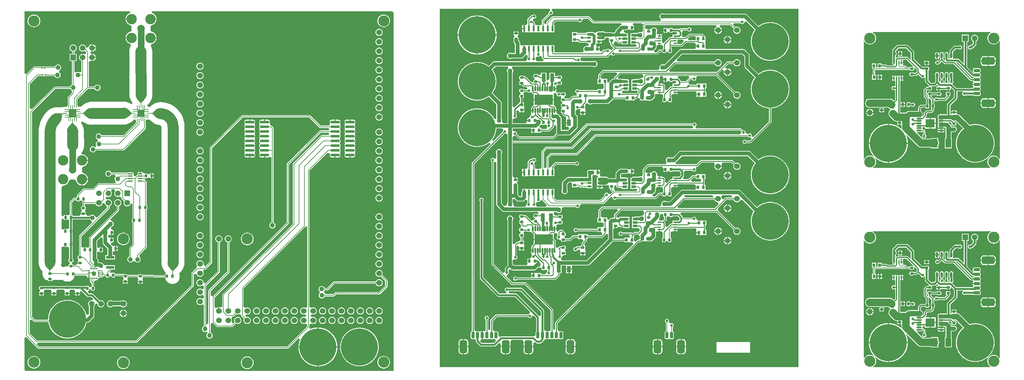
<source format=gtl>
%FSLAX25Y25*%
%MOIN*%
G70*
G01*
G75*
G04 Layer_Physical_Order=1*
G04 Layer_Color=255*
%ADD10O,0.02362X0.05906*%
G04:AMPARAMS|DCode=11|XSize=23.62mil|YSize=35.43mil|CornerRadius=5.91mil|HoleSize=0mil|Usage=FLASHONLY|Rotation=180.000|XOffset=0mil|YOffset=0mil|HoleType=Round|Shape=RoundedRectangle|*
%AMROUNDEDRECTD11*
21,1,0.02362,0.02362,0,0,180.0*
21,1,0.01181,0.03543,0,0,180.0*
1,1,0.01181,-0.00591,0.01181*
1,1,0.01181,0.00591,0.01181*
1,1,0.01181,0.00591,-0.01181*
1,1,0.01181,-0.00591,-0.01181*
%
%ADD11ROUNDEDRECTD11*%
%ADD12R,0.01654X0.03500*%
%ADD13R,0.03543X0.02756*%
G04:AMPARAMS|DCode=14|XSize=23.62mil|YSize=35.43mil|CornerRadius=5.91mil|HoleSize=0mil|Usage=FLASHONLY|Rotation=270.000|XOffset=0mil|YOffset=0mil|HoleType=Round|Shape=RoundedRectangle|*
%AMROUNDEDRECTD14*
21,1,0.02362,0.02362,0,0,270.0*
21,1,0.01181,0.03543,0,0,270.0*
1,1,0.01181,-0.01181,-0.00591*
1,1,0.01181,-0.01181,0.00591*
1,1,0.01181,0.01181,0.00591*
1,1,0.01181,0.01181,-0.00591*
%
%ADD14ROUNDEDRECTD14*%
%ADD15R,0.05906X0.09449*%
%ADD16R,0.09685X0.09095*%
%ADD17O,0.05512X0.01772*%
%ADD18R,0.02756X0.03543*%
G04:AMPARAMS|DCode=19|XSize=31.5mil|YSize=66.93mil|CornerRadius=7.87mil|HoleSize=0mil|Usage=FLASHONLY|Rotation=90.000|XOffset=0mil|YOffset=0mil|HoleType=Round|Shape=RoundedRectangle|*
%AMROUNDEDRECTD19*
21,1,0.03150,0.05118,0,0,90.0*
21,1,0.01575,0.06693,0,0,90.0*
1,1,0.01575,0.02559,0.00787*
1,1,0.01575,0.02559,-0.00787*
1,1,0.01575,-0.02559,-0.00787*
1,1,0.01575,-0.02559,0.00787*
%
%ADD19ROUNDEDRECTD19*%
G04:AMPARAMS|DCode=20|XSize=82.68mil|YSize=137.8mil|CornerRadius=20.67mil|HoleSize=0mil|Usage=FLASHONLY|Rotation=90.000|XOffset=0mil|YOffset=0mil|HoleType=Round|Shape=RoundedRectangle|*
%AMROUNDEDRECTD20*
21,1,0.08268,0.09646,0,0,90.0*
21,1,0.04134,0.13780,0,0,90.0*
1,1,0.04134,0.04823,0.02067*
1,1,0.04134,0.04823,-0.02067*
1,1,0.04134,-0.04823,-0.02067*
1,1,0.04134,-0.04823,0.02067*
%
%ADD20ROUNDEDRECTD20*%
%ADD21C,0.01181*%
%ADD22C,0.00787*%
%ADD23C,0.01969*%
%ADD24C,0.04331*%
%ADD25C,0.07874*%
%ADD26C,0.05512*%
%ADD27C,0.04724*%
%ADD28C,0.05906*%
%ADD29C,0.01000*%
%ADD30C,0.11798*%
%ADD31O,0.09843X0.02953*%
%ADD32O,0.04803X0.01575*%
%ADD33R,0.08661X0.03150*%
%ADD34O,0.01102X0.02520*%
%ADD35O,0.02520X0.01102*%
%ADD36O,0.00984X0.03189*%
%ADD37O,0.03189X0.00984*%
%ADD38R,0.01969X0.01181*%
%ADD39C,0.03937*%
%ADD40C,0.07087*%
%ADD41C,0.11794*%
%ADD42C,0.01102*%
%ADD43R,0.08071X0.08268*%
%ADD44R,0.07185X0.07677*%
%ADD45R,0.02362X0.05906*%
%ADD46R,0.04331X0.06693*%
%ADD47R,0.04449X0.08740*%
%ADD48R,0.03543X0.03150*%
%ADD49R,0.19488X0.10787*%
%ADD50O,0.01772X0.05512*%
%ADD51R,0.04331X0.02362*%
%ADD52R,0.05118X0.02756*%
%ADD53R,0.03500X0.01654*%
G04:AMPARAMS|DCode=54|XSize=31.5mil|YSize=66.93mil|CornerRadius=7.87mil|HoleSize=0mil|Usage=FLASHONLY|Rotation=0.000|XOffset=0mil|YOffset=0mil|HoleType=Round|Shape=RoundedRectangle|*
%AMROUNDEDRECTD54*
21,1,0.03150,0.05118,0,0,0.0*
21,1,0.01575,0.06693,0,0,0.0*
1,1,0.01575,0.00787,-0.02559*
1,1,0.01575,-0.00787,-0.02559*
1,1,0.01575,-0.00787,0.02559*
1,1,0.01575,0.00787,0.02559*
%
%ADD54ROUNDEDRECTD54*%
G04:AMPARAMS|DCode=55|XSize=82.68mil|YSize=137.8mil|CornerRadius=20.67mil|HoleSize=0mil|Usage=FLASHONLY|Rotation=0.000|XOffset=0mil|YOffset=0mil|HoleType=Round|Shape=RoundedRectangle|*
%AMROUNDEDRECTD55*
21,1,0.08268,0.09646,0,0,0.0*
21,1,0.04134,0.13780,0,0,0.0*
1,1,0.04134,0.02067,-0.04823*
1,1,0.04134,-0.02067,-0.04823*
1,1,0.04134,-0.02067,0.04823*
1,1,0.04134,0.02067,0.04823*
%
%ADD55ROUNDEDRECTD55*%
%ADD56R,0.03150X0.03543*%
%ADD57C,0.02756*%
%ADD58C,0.01575*%
%ADD59C,0.02362*%
%ADD60C,0.03150*%
%ADD61C,0.01772*%
%ADD62C,0.03543*%
%ADD63C,0.39370*%
%ADD64C,0.05906*%
%ADD65R,0.05906X0.05906*%
%ADD66R,0.05906X0.05906*%
%ADD67C,0.11811*%
%ADD68C,0.05000*%
%ADD69C,0.02756*%
%ADD70C,0.06000*%
%ADD71C,0.11024*%
%ADD72C,0.07874*%
%ADD73C,0.02559*%
G36*
X1184765Y303016D02*
X1184059Y302639D01*
X1183040Y301803D01*
X1182203Y300784D01*
X1181582Y299621D01*
X1181199Y298359D01*
X1181070Y297047D01*
X1181199Y295735D01*
X1181582Y294474D01*
X1182203Y293311D01*
X1183040Y292292D01*
X1184059Y291455D01*
X1185222Y290834D01*
X1186483Y290451D01*
X1187795Y290322D01*
X1189107Y290451D01*
X1190369Y290834D01*
X1191532Y291455D01*
X1192551Y292292D01*
X1193387Y293311D01*
X1193764Y294017D01*
X1194264Y293891D01*
Y168707D01*
X1193764Y168582D01*
X1193387Y169288D01*
X1192551Y170307D01*
X1191532Y171143D01*
X1190369Y171765D01*
X1189107Y172147D01*
X1187795Y172276D01*
X1186483Y172147D01*
X1185222Y171765D01*
X1184059Y171143D01*
X1183040Y170307D01*
X1182203Y169288D01*
X1181582Y168125D01*
X1181199Y166863D01*
X1181070Y165551D01*
X1181199Y164239D01*
X1181582Y162978D01*
X1182203Y161815D01*
X1183040Y160796D01*
X1184059Y159959D01*
X1184765Y159582D01*
X1184639Y159082D01*
X1059455D01*
X1059330Y159582D01*
X1060036Y159959D01*
X1061055Y160796D01*
X1061891Y161815D01*
X1062513Y162978D01*
X1062895Y164239D01*
X1063025Y165551D01*
X1062895Y166863D01*
X1062513Y168125D01*
X1061891Y169288D01*
X1061509Y169753D01*
X1061870Y170102D01*
X1063365Y168790D01*
X1065619Y167284D01*
X1068051Y166085D01*
X1070619Y165213D01*
X1073279Y164684D01*
X1075484Y164540D01*
Y184736D01*
X1055288D01*
X1055432Y182530D01*
X1055961Y179871D01*
X1056833Y177303D01*
X1058032Y174872D01*
X1059538Y172617D01*
X1060850Y171122D01*
X1060501Y170761D01*
X1060036Y171143D01*
X1058873Y171765D01*
X1057611Y172147D01*
X1056299Y172276D01*
X1054987Y172147D01*
X1053726Y171765D01*
X1052563Y171143D01*
X1051544Y170307D01*
X1050707Y169288D01*
X1050330Y168582D01*
X1049830Y168707D01*
Y293891D01*
X1050330Y294017D01*
X1050707Y293311D01*
X1051544Y292292D01*
X1052563Y291455D01*
X1053726Y290834D01*
X1054987Y290451D01*
X1056299Y290322D01*
X1057611Y290451D01*
X1058873Y290834D01*
X1060036Y291455D01*
X1061055Y292292D01*
X1061891Y293311D01*
X1062513Y294474D01*
X1062895Y295735D01*
X1063025Y297047D01*
X1062895Y298359D01*
X1062513Y299621D01*
X1061891Y300784D01*
X1061055Y301803D01*
X1060036Y302639D01*
X1059330Y303016D01*
X1059455Y303516D01*
X1184639D01*
X1184765Y303016D01*
D02*
G37*
%LPC*%
G36*
X1189904Y227551D02*
X1182488D01*
Y222891D01*
X1186811D01*
X1187612Y222996D01*
X1188358Y223305D01*
X1188998Y223797D01*
X1189490Y224438D01*
X1189799Y225184D01*
X1189904Y225984D01*
Y227551D01*
D02*
G37*
G36*
X1090937Y225977D02*
X1089225D01*
Y225296D01*
X1089348Y224675D01*
X1089700Y224149D01*
X1090226Y223797D01*
X1090847Y223674D01*
X1090937D01*
Y225977D01*
D02*
G37*
G36*
X1093649D02*
X1091937D01*
Y223674D01*
X1092027D01*
X1092648Y223797D01*
X1093174Y224149D01*
X1093526Y224675D01*
X1093649Y225296D01*
Y225977D01*
D02*
G37*
G36*
X1181488Y227551D02*
X1174072D01*
Y225984D01*
X1174177Y225184D01*
X1174486Y224438D01*
X1174978Y223797D01*
X1175619Y223305D01*
X1176365Y222996D01*
X1177165Y222891D01*
X1181488D01*
Y227551D01*
D02*
G37*
G36*
X1146949Y220421D02*
X1146268D01*
Y218709D01*
X1148571D01*
Y218799D01*
X1148447Y219420D01*
X1148096Y219946D01*
X1147570Y220298D01*
X1146949Y220421D01*
D02*
G37*
G36*
X1068398Y222685D02*
X1067717D01*
X1067096Y222561D01*
X1066570Y222210D01*
X1066219Y221684D01*
X1066095Y221063D01*
Y220972D01*
X1068398D01*
Y222685D01*
D02*
G37*
G36*
X1070079D02*
X1069398D01*
Y220972D01*
X1071701D01*
Y221063D01*
X1071577Y221684D01*
X1071226Y222210D01*
X1070700Y222561D01*
X1070079Y222685D01*
D02*
G37*
G36*
X1186811Y233211D02*
X1182488D01*
Y228551D01*
X1189904D01*
Y230118D01*
X1189799Y230919D01*
X1189490Y231665D01*
X1188998Y232306D01*
X1188358Y232797D01*
X1187612Y233106D01*
X1186811Y233211D01*
D02*
G37*
G36*
X1129028Y243201D02*
X1126725D01*
Y243110D01*
X1126849Y242490D01*
X1127200Y241964D01*
X1127726Y241612D01*
X1128347Y241489D01*
X1129028D01*
Y243201D01*
D02*
G37*
G36*
X1081587Y253907D02*
X1080260D01*
Y251658D01*
X1081587D01*
Y253907D01*
D02*
G37*
G36*
X1181488Y233211D02*
X1177165D01*
X1176365Y233106D01*
X1175619Y232797D01*
X1174978Y232306D01*
X1174486Y231665D01*
X1174177Y230919D01*
X1174072Y230118D01*
Y228551D01*
X1181488D01*
Y233211D01*
D02*
G37*
G36*
X1097933Y229063D02*
X1096752D01*
X1096214Y228956D01*
X1095759Y228651D01*
X1095454Y228195D01*
X1095347Y227658D01*
Y225296D01*
X1095454Y224758D01*
X1095759Y224302D01*
X1096214Y223998D01*
X1096752Y223891D01*
X1097933D01*
X1098471Y223998D01*
X1098927Y224302D01*
X1099231Y224758D01*
X1099294Y225072D01*
X1100270D01*
X1100506Y224718D01*
X1101222Y224240D01*
X1102067Y224072D01*
X1102912Y224240D01*
X1103628Y224718D01*
X1104107Y225435D01*
X1104275Y226279D01*
X1104107Y227124D01*
X1103628Y227841D01*
X1102912Y228319D01*
X1102067Y228487D01*
X1101222Y228319D01*
X1100567Y227882D01*
X1099294D01*
X1099231Y228195D01*
X1098927Y228651D01*
X1098471Y228956D01*
X1097933Y229063D01*
D02*
G37*
G36*
X1090937Y229279D02*
X1090847D01*
X1090226Y229156D01*
X1089700Y228804D01*
X1089348Y228278D01*
X1089225Y227658D01*
Y226977D01*
X1090937D01*
Y229279D01*
D02*
G37*
G36*
X1092027D02*
X1091937D01*
Y226977D01*
X1093649D01*
Y227658D01*
X1093526Y228278D01*
X1093174Y228804D01*
X1092648Y229156D01*
X1092027Y229279D01*
D02*
G37*
G36*
X1145268Y220421D02*
X1144587D01*
X1143966Y220298D01*
X1143440Y219946D01*
X1143089Y219420D01*
X1142965Y218799D01*
Y218709D01*
X1145268D01*
Y220421D01*
D02*
G37*
G36*
X1135682Y200976D02*
X1128295D01*
X1128342Y200741D01*
X1128705Y200197D01*
X1128342Y199653D01*
X1128295Y199417D01*
X1135682D01*
X1135635Y199653D01*
X1135271Y200197D01*
X1135635Y200741D01*
X1135682Y200976D01*
D02*
G37*
G36*
X1126217Y206095D02*
X1120874D01*
Y201047D01*
X1126217D01*
Y206095D01*
D02*
G37*
G36*
X1087590Y206587D02*
X1085287D01*
Y206496D01*
X1085411Y205875D01*
X1085762Y205349D01*
X1086289Y204998D01*
X1086909Y204874D01*
X1087590D01*
Y206587D01*
D02*
G37*
G36*
X1135682Y198417D02*
X1132488D01*
Y196995D01*
X1133858D01*
X1134594Y197141D01*
X1135218Y197558D01*
X1135635Y198181D01*
X1135682Y198417D01*
D02*
G37*
G36*
X1096681Y184736D02*
X1076484D01*
Y164540D01*
X1078690Y164684D01*
X1081349Y165213D01*
X1083917Y166085D01*
X1086349Y167284D01*
X1088603Y168790D01*
X1090642Y170578D01*
X1092430Y172617D01*
X1093937Y174872D01*
X1095136Y177303D01*
X1096007Y179871D01*
X1096536Y182530D01*
X1096681Y184736D01*
D02*
G37*
G36*
X1075484Y205933D02*
X1073279Y205788D01*
X1070619Y205259D01*
X1068051Y204388D01*
X1065619Y203188D01*
X1063365Y201682D01*
X1061326Y199894D01*
X1059538Y197855D01*
X1058032Y195601D01*
X1056833Y193169D01*
X1055961Y190601D01*
X1055432Y187942D01*
X1055288Y185736D01*
X1075484D01*
Y205933D01*
D02*
G37*
G36*
X1131488Y198417D02*
X1128295D01*
X1128342Y198181D01*
X1128759Y197558D01*
X1129382Y197141D01*
X1130118Y196995D01*
X1131488D01*
Y198417D01*
D02*
G37*
G36*
X1071701Y219972D02*
X1069398D01*
Y218260D01*
X1070079D01*
X1070700Y218384D01*
X1071226Y218735D01*
X1071577Y219261D01*
X1071701Y219882D01*
Y219972D01*
D02*
G37*
G36*
X1055799Y221972D02*
X1055267Y221902D01*
X1054306Y221504D01*
X1053480Y220870D01*
X1052847Y220045D01*
X1052448Y219083D01*
X1052378Y218551D01*
X1055799D01*
Y221972D01*
D02*
G37*
G36*
X1056799D02*
Y218551D01*
X1060220D01*
X1060150Y219083D01*
X1059752Y220045D01*
X1059118Y220870D01*
X1058293Y221504D01*
X1057331Y221902D01*
X1056799Y221972D01*
D02*
G37*
G36*
X1068398Y219972D02*
X1066095D01*
Y219882D01*
X1066219Y219261D01*
X1066570Y218735D01*
X1067096Y218384D01*
X1067717Y218260D01*
X1068398D01*
Y219972D01*
D02*
G37*
G36*
X1126217Y212142D02*
X1120874D01*
Y207095D01*
X1126217D01*
Y212142D01*
D02*
G37*
G36*
X1055799Y217551D02*
X1052378D01*
X1052448Y217019D01*
X1052847Y216058D01*
X1053480Y215232D01*
X1054306Y214598D01*
X1055267Y214200D01*
X1055799Y214130D01*
Y217551D01*
D02*
G37*
G36*
X1060220D02*
X1056799D01*
Y214130D01*
X1057331Y214200D01*
X1058293Y214598D01*
X1059118Y215232D01*
X1059752Y216058D01*
X1060150Y217019D01*
X1060220Y217551D01*
D02*
G37*
G36*
X1091591Y253907D02*
X1090264D01*
Y251658D01*
X1091591D01*
Y253907D01*
D02*
G37*
G36*
X1117913Y272882D02*
X1117232D01*
Y271169D01*
X1119535D01*
Y271260D01*
X1119411Y271880D01*
X1119060Y272407D01*
X1118534Y272758D01*
X1117913Y272882D01*
D02*
G37*
G36*
X1181488Y277896D02*
X1177165D01*
X1176365Y277791D01*
X1175619Y277482D01*
X1174978Y276991D01*
X1174486Y276350D01*
X1174177Y275604D01*
X1174072Y274803D01*
Y273236D01*
X1181488D01*
Y277896D01*
D02*
G37*
G36*
X1186811D02*
X1182488D01*
Y273236D01*
X1189904D01*
Y274803D01*
X1189799Y275604D01*
X1189490Y276350D01*
X1188998Y276991D01*
X1188358Y277482D01*
X1187612Y277791D01*
X1186811Y277896D01*
D02*
G37*
G36*
X1116232Y270169D02*
X1113929D01*
Y270079D01*
X1114053Y269458D01*
X1114404Y268932D01*
X1114930Y268581D01*
X1115551Y268457D01*
X1116232D01*
Y270169D01*
D02*
G37*
G36*
X1119535D02*
X1117232D01*
Y268457D01*
X1117913D01*
X1118534Y268581D01*
X1119060Y268932D01*
X1119411Y269458D01*
X1119535Y270079D01*
Y270169D01*
D02*
G37*
G36*
X1116232Y272882D02*
X1115551D01*
X1114930Y272758D01*
X1114404Y272407D01*
X1114053Y271880D01*
X1113929Y271260D01*
Y271169D01*
X1116232D01*
Y272882D01*
D02*
G37*
G36*
X1128236Y282439D02*
Y279043D01*
X1129960D01*
Y280315D01*
X1129791Y281166D01*
X1129309Y281887D01*
X1128587Y282369D01*
X1128236Y282439D01*
D02*
G37*
G36*
X1161319Y300787D02*
X1153839D01*
Y293307D01*
X1155969D01*
Y270467D01*
X1155507Y270276D01*
X1151179Y274604D01*
X1150593Y274996D01*
X1149902Y275133D01*
X1144610D01*
X1144343Y275633D01*
X1144590Y276004D01*
X1144743Y276772D01*
Y280315D01*
X1144590Y281083D01*
X1144543Y281155D01*
Y282441D01*
X1147500Y285398D01*
X1150774D01*
X1151124Y285165D01*
X1151968Y284997D01*
X1152813Y285165D01*
X1153530Y285644D01*
X1154008Y286360D01*
X1154176Y287205D01*
X1154008Y288050D01*
X1153530Y288766D01*
X1152813Y289244D01*
X1151968Y289412D01*
X1151124Y289244D01*
X1150774Y289011D01*
X1146752D01*
X1146061Y288874D01*
X1145475Y288482D01*
X1141459Y284466D01*
X1141067Y283880D01*
X1140930Y283189D01*
Y281155D01*
X1140882Y281083D01*
X1140729Y280315D01*
Y276772D01*
X1140882Y276004D01*
X1141129Y275633D01*
X1140862Y275133D01*
X1139543D01*
Y275932D01*
X1139590Y276004D01*
X1139743Y276772D01*
Y280315D01*
X1139590Y281083D01*
X1139155Y281734D01*
X1138504Y282169D01*
X1137736Y282322D01*
X1136968Y282169D01*
X1136317Y281734D01*
X1135882Y281083D01*
X1135729Y280315D01*
Y276772D01*
X1135882Y276004D01*
X1135930Y275932D01*
Y274272D01*
X1136034Y273746D01*
X1135574Y273500D01*
X1134192Y274882D01*
X1134155Y275353D01*
X1134591Y276004D01*
X1134743Y276772D01*
Y280315D01*
X1134591Y281083D01*
X1134155Y281734D01*
X1133504Y282169D01*
X1132736Y282322D01*
X1131968Y282169D01*
X1131317Y281734D01*
X1130882Y281083D01*
X1130729Y280315D01*
Y276772D01*
X1130882Y276004D01*
X1131317Y275353D01*
X1131281Y274882D01*
X1129161Y272762D01*
X1128798Y273004D01*
X1127953Y273172D01*
X1127108Y273004D01*
X1126392Y272526D01*
X1125913Y271810D01*
X1125745Y270965D01*
X1125913Y270120D01*
X1126392Y269403D01*
X1127108Y268925D01*
X1127953Y268757D01*
X1128798Y268925D01*
X1129514Y269403D01*
X1129659Y269621D01*
X1129888Y269667D01*
X1130344Y269971D01*
X1132736Y272363D01*
X1135129Y269971D01*
X1135584Y269667D01*
X1136122Y269560D01*
X1145383D01*
X1163081Y251861D01*
X1163537Y251556D01*
X1164075Y251449D01*
X1165743D01*
X1166089Y250932D01*
X1166255Y250821D01*
X1166253Y250221D01*
X1165936Y250009D01*
X1165541Y249418D01*
X1165402Y248721D01*
Y248433D01*
X1174165D01*
Y248721D01*
X1174026Y249418D01*
X1173631Y250009D01*
X1173314Y250221D01*
X1173312Y250821D01*
X1173478Y250932D01*
X1173826Y251452D01*
X1173948Y252067D01*
Y253642D01*
X1173826Y254256D01*
X1173478Y254777D01*
X1173089Y255037D01*
X1173062Y255131D01*
Y255499D01*
X1173089Y255593D01*
X1173478Y255853D01*
X1173826Y256374D01*
X1173948Y256988D01*
Y258563D01*
X1173826Y259177D01*
X1173478Y259698D01*
X1173089Y259958D01*
X1173062Y260052D01*
Y260421D01*
X1173089Y260514D01*
X1173478Y260774D01*
X1173826Y261295D01*
X1173948Y261910D01*
Y263484D01*
X1173826Y264099D01*
X1173478Y264620D01*
X1172957Y264968D01*
X1172342Y265090D01*
X1167224D01*
X1166610Y264968D01*
X1166089Y264620D01*
X1165741Y264099D01*
X1165619Y263484D01*
Y261910D01*
X1165741Y261295D01*
X1166089Y260774D01*
X1166478Y260514D01*
X1166505Y260421D01*
Y260052D01*
X1166478Y259958D01*
X1166089Y259698D01*
X1166085Y259698D01*
X1159582Y266201D01*
Y293307D01*
X1161319D01*
Y300787D01*
D02*
G37*
G36*
X1167579Y300820D02*
X1166602Y300691D01*
X1165693Y300314D01*
X1164911Y299715D01*
X1164312Y298933D01*
X1163935Y298024D01*
X1163806Y297047D01*
X1163935Y296071D01*
X1164312Y295161D01*
X1164911Y294380D01*
X1165693Y293780D01*
X1165772Y293747D01*
Y291457D01*
X1163513Y289198D01*
X1163443Y289244D01*
X1162598Y289412D01*
X1161753Y289244D01*
X1161037Y288766D01*
X1160559Y288050D01*
X1160391Y287205D01*
X1160559Y286360D01*
X1161037Y285644D01*
X1161753Y285165D01*
X1162598Y284997D01*
X1163443Y285165D01*
X1163793Y285398D01*
X1164075D01*
X1164766Y285536D01*
X1165352Y285927D01*
X1168856Y289431D01*
X1169248Y290017D01*
X1169385Y290709D01*
Y293747D01*
X1169465Y293780D01*
X1170246Y294380D01*
X1170846Y295161D01*
X1171223Y296071D01*
X1171351Y297047D01*
X1171223Y298024D01*
X1170846Y298933D01*
X1170246Y299715D01*
X1169465Y300314D01*
X1168555Y300691D01*
X1167579Y300820D01*
D02*
G37*
G36*
X1127236Y278043D02*
X1125512D01*
Y276772D01*
X1125682Y275921D01*
X1126164Y275199D01*
X1126885Y274717D01*
X1127236Y274647D01*
Y278043D01*
D02*
G37*
G36*
X1129960D02*
X1128236D01*
Y274647D01*
X1128587Y274717D01*
X1129309Y275199D01*
X1129791Y275921D01*
X1129960Y276772D01*
Y278043D01*
D02*
G37*
G36*
X1127236Y282439D02*
X1126885Y282369D01*
X1126164Y281887D01*
X1125682Y281166D01*
X1125512Y280315D01*
Y279043D01*
X1127236D01*
Y282439D01*
D02*
G37*
G36*
X1091591Y257157D02*
X1090264D01*
Y254907D01*
X1091591D01*
Y257157D01*
D02*
G37*
G36*
X1066331Y258283D02*
X1064453D01*
Y256012D01*
X1066331D01*
Y258283D01*
D02*
G37*
G36*
X1069209D02*
X1067331D01*
Y256012D01*
X1069209D01*
Y258283D01*
D02*
G37*
G36*
X1066331Y255012D02*
X1064453D01*
Y252740D01*
X1066331D01*
Y255012D01*
D02*
G37*
G36*
X1069209D02*
X1067331D01*
Y252740D01*
X1069209D01*
Y255012D01*
D02*
G37*
G36*
X1081587Y257157D02*
X1080260D01*
Y254907D01*
X1081587D01*
Y257157D01*
D02*
G37*
G36*
X1181488Y272236D02*
X1174072D01*
Y270669D01*
X1174177Y269869D01*
X1174486Y269123D01*
X1174978Y268482D01*
X1175619Y267990D01*
X1176365Y267681D01*
X1177165Y267576D01*
X1181488D01*
Y272236D01*
D02*
G37*
G36*
X1095571Y289897D02*
X1086220D01*
X1085529Y289759D01*
X1084943Y289368D01*
X1080770Y285195D01*
X1080378Y284609D01*
X1080241Y283917D01*
Y270986D01*
X1080378Y270295D01*
X1080472Y270154D01*
Y268449D01*
X1081949D01*
X1082216Y267949D01*
X1082210Y267940D01*
X1074893D01*
X1074320Y268513D01*
X1073864Y268818D01*
X1073327Y268925D01*
X1068799D01*
Y270079D01*
X1064468D01*
Y265771D01*
X1062894D01*
Y270079D01*
X1058563D01*
Y264961D01*
X1059524D01*
Y264567D01*
Y258071D01*
X1058760D01*
Y252953D01*
X1063091D01*
Y258071D01*
X1061933D01*
Y263363D01*
X1098457D01*
X1098711Y262983D01*
X1099167Y262678D01*
X1099704Y262571D01*
X1102067D01*
X1102604Y262678D01*
X1103060Y262983D01*
X1103365Y263439D01*
X1103472Y263976D01*
Y265158D01*
X1103389Y265570D01*
X1103817Y265850D01*
X1106272Y263394D01*
Y261212D01*
X1105127Y260066D01*
X1103180D01*
X1103060Y260245D01*
X1102604Y260550D01*
X1102067Y260657D01*
X1099704D01*
X1099167Y260550D01*
X1098711Y260245D01*
X1098406Y259790D01*
X1098300Y259252D01*
Y258071D01*
X1098406Y257533D01*
X1098711Y257077D01*
X1099167Y256773D01*
X1099704Y256666D01*
X1102067D01*
X1102604Y256773D01*
X1103060Y257077D01*
X1103180Y257257D01*
X1105709D01*
X1106246Y257363D01*
X1106702Y257668D01*
X1107677Y258643D01*
X1110621Y255699D01*
X1110688Y255655D01*
X1111037Y255132D01*
X1111753Y254653D01*
X1112598Y254485D01*
X1113443Y254653D01*
X1114159Y255132D01*
X1114426Y255530D01*
X1114926Y255378D01*
Y251378D01*
X1115063Y250687D01*
X1115455Y250101D01*
X1119294Y246262D01*
X1119392Y246196D01*
X1119240Y245696D01*
X1118602D01*
X1118064Y245589D01*
X1117609Y245285D01*
X1117489Y245106D01*
X1116732D01*
X1116195Y244999D01*
X1115739Y244694D01*
X1114066Y243021D01*
X1113761Y242565D01*
X1113654Y242028D01*
Y235138D01*
X1113761Y234600D01*
X1114066Y234144D01*
X1115819Y232390D01*
Y227097D01*
X1115640Y226977D01*
X1115336Y226522D01*
X1115273Y226208D01*
X1110728D01*
X1110190Y226101D01*
X1109735Y225796D01*
X1108160Y224222D01*
X1107856Y223766D01*
X1107749Y223228D01*
Y219716D01*
X1097835D01*
X1097835Y219716D01*
X1096910Y219594D01*
X1096048Y219237D01*
X1095308Y218669D01*
X1094396Y217757D01*
X1088610D01*
Y251658D01*
X1089264D01*
Y254408D01*
Y257157D01*
X1087937D01*
Y256945D01*
X1083913D01*
Y257157D01*
X1082587D01*
Y254408D01*
Y251658D01*
X1083241D01*
Y246102D01*
X1082741Y245834D01*
X1082439Y246036D01*
X1081594Y246204D01*
X1080750Y246036D01*
X1080033Y245557D01*
X1079555Y244841D01*
X1079387Y243996D01*
X1079555Y243151D01*
X1080033Y242435D01*
X1080750Y241956D01*
X1081594Y241788D01*
X1082439Y241956D01*
X1082741Y242158D01*
X1083241Y241891D01*
Y231684D01*
X1082002Y230446D01*
X1081125Y231322D01*
X1080138Y232080D01*
X1078989Y232556D01*
X1077756Y232718D01*
X1056102D01*
X1054869Y232556D01*
X1053720Y232080D01*
X1053344Y231791D01*
X1052559D01*
Y231096D01*
X1051976Y230335D01*
X1051499Y229186D01*
X1051337Y227953D01*
X1051499Y226719D01*
X1051976Y225570D01*
X1052559Y224810D01*
Y224311D01*
X1053088D01*
X1053720Y223826D01*
X1054869Y223350D01*
X1056102Y223188D01*
X1075782D01*
X1076256Y222713D01*
X1077243Y221956D01*
X1077658Y221784D01*
Y221457D01*
X1078096D01*
X1078265Y220957D01*
X1077536Y220397D01*
X1076779Y219410D01*
X1076303Y218261D01*
X1076140Y217028D01*
X1076303Y215794D01*
X1076779Y214645D01*
X1077536Y213658D01*
X1081571Y209623D01*
X1082558Y208865D01*
X1083708Y208389D01*
X1084888Y208234D01*
X1085061Y208155D01*
X1085320Y207840D01*
X1085287Y207677D01*
Y207587D01*
X1088090D01*
Y207087D01*
X1088590D01*
Y204874D01*
X1089271D01*
X1089420Y204904D01*
X1089920Y204494D01*
Y201476D01*
X1089968Y201107D01*
X1089528Y200872D01*
X1088603Y201682D01*
X1086349Y203188D01*
X1083917Y204388D01*
X1081349Y205259D01*
X1078690Y205788D01*
X1076484Y205933D01*
Y185736D01*
X1096681D01*
X1096536Y187942D01*
X1096007Y190601D01*
X1095136Y193169D01*
X1094727Y193998D01*
X1095133Y194289D01*
X1107260Y182162D01*
X1108247Y181405D01*
X1109397Y180929D01*
X1110630Y180766D01*
X1121358D01*
Y180020D01*
X1128839D01*
Y182645D01*
X1129225Y183149D01*
X1129701Y184298D01*
X1129864Y185531D01*
X1129701Y186765D01*
X1129225Y187914D01*
X1128839Y188418D01*
Y191043D01*
X1121358D01*
Y190297D01*
X1112604D01*
X1106107Y196793D01*
X1106244Y197312D01*
X1106274Y197334D01*
X1106890Y197211D01*
X1110630D01*
X1111283Y197341D01*
X1111836Y197711D01*
X1111838Y197713D01*
X1112493D01*
X1112871Y197336D01*
Y194811D01*
X1112514Y194573D01*
X1112035Y193857D01*
X1111867Y193012D01*
X1112035Y192167D01*
X1112514Y191451D01*
X1113230Y190972D01*
X1114075Y190804D01*
X1114920Y190972D01*
X1115636Y191451D01*
X1116115Y192167D01*
X1116283Y193012D01*
X1116115Y193857D01*
X1115636Y194573D01*
X1115279Y194811D01*
Y197835D01*
X1115187Y198295D01*
X1115083Y198452D01*
X1114926Y198686D01*
X1114926Y198686D01*
X1113844Y199769D01*
X1113453Y200030D01*
X1112992Y200122D01*
X1112992Y200122D01*
X1112338D01*
X1112071Y200622D01*
X1112206Y200823D01*
X1112336Y201476D01*
X1112206Y202129D01*
X1112205Y202131D01*
X1112473Y202630D01*
X1114532D01*
Y201047D01*
X1119874D01*
Y206594D01*
Y212142D01*
X1115471D01*
X1115279Y212604D01*
X1116151Y213475D01*
X1116455Y213931D01*
X1116562Y214469D01*
Y216544D01*
X1117511Y217493D01*
X1121161D01*
X1121699Y217600D01*
X1122155Y217904D01*
X1124123Y219873D01*
X1124428Y220328D01*
X1124535Y220866D01*
Y222509D01*
X1124714Y222628D01*
X1125019Y223084D01*
X1125125Y223622D01*
Y225984D01*
X1125019Y226522D01*
X1124714Y226977D01*
X1124535Y227097D01*
Y230833D01*
X1125035Y230984D01*
X1125407Y230427D01*
X1126124Y229948D01*
X1126968Y229780D01*
X1127813Y229948D01*
X1128530Y230427D01*
X1128634Y230583D01*
X1136319D01*
X1136857Y230690D01*
X1137312Y230995D01*
X1140462Y234145D01*
X1140767Y234600D01*
X1140874Y235138D01*
Y236041D01*
X1141188Y236104D01*
X1141643Y236408D01*
X1141948Y236864D01*
X1142055Y237402D01*
Y238583D01*
X1141948Y239120D01*
X1141643Y239576D01*
X1141188Y239881D01*
X1140650Y239988D01*
X1138288D01*
X1137750Y239881D01*
X1137294Y239576D01*
X1136990Y239120D01*
X1136883Y238583D01*
Y237402D01*
X1136990Y236864D01*
X1137294Y236408D01*
X1137750Y236104D01*
X1137772Y236099D01*
X1137906Y235563D01*
X1135737Y233393D01*
X1128634D01*
X1128530Y233549D01*
X1127813Y234028D01*
X1126968Y234196D01*
X1126124Y234028D01*
X1125407Y233549D01*
X1124929Y232833D01*
X1124829Y232333D01*
X1124298Y232227D01*
X1124123Y232489D01*
X1121252Y235361D01*
X1121319Y235870D01*
X1121502Y235907D01*
X1121958Y236211D01*
X1122077Y236390D01*
X1127234D01*
X1127353Y236211D01*
X1127809Y235907D01*
X1128347Y235800D01*
X1130709D01*
X1131247Y235907D01*
X1131702Y236211D01*
X1132007Y236667D01*
X1132114Y237205D01*
Y238386D01*
X1132007Y238924D01*
X1131702Y239379D01*
X1131247Y239684D01*
X1130709Y239791D01*
X1128347D01*
X1127809Y239684D01*
X1127353Y239379D01*
X1127234Y239200D01*
X1122077D01*
X1121958Y239379D01*
X1121502Y239684D01*
X1120964Y239791D01*
X1118602D01*
X1118064Y239684D01*
X1117609Y239379D01*
X1117304Y238924D01*
X1117197Y238386D01*
Y237205D01*
X1117304Y236667D01*
X1117609Y236211D01*
X1118064Y235907D01*
X1118378Y235844D01*
Y234843D01*
X1118460Y234431D01*
X1118032Y234152D01*
X1116464Y235720D01*
Y241446D01*
X1117067Y242049D01*
X1117609Y242117D01*
X1118064Y241812D01*
X1118602Y241705D01*
X1120964D01*
X1121502Y241812D01*
X1121958Y242117D01*
X1122262Y242573D01*
X1122369Y243110D01*
Y244291D01*
X1122262Y244829D01*
X1121992Y245233D01*
X1122052Y245469D01*
X1122187Y245733D01*
X1125158D01*
X1125849Y245870D01*
X1126435Y246262D01*
X1127736Y247564D01*
X1128887Y246413D01*
X1128680Y245913D01*
X1128347D01*
X1127726Y245790D01*
X1127200Y245438D01*
X1126849Y244912D01*
X1126725Y244291D01*
Y244201D01*
X1129528D01*
Y243701D01*
X1130028D01*
Y241489D01*
X1130709D01*
X1131330Y241612D01*
X1131856Y241964D01*
X1132078Y242296D01*
X1137051D01*
X1137141Y242160D01*
X1137667Y241809D01*
X1138288Y241685D01*
X1138969D01*
Y243898D01*
X1139969D01*
Y241685D01*
X1140650D01*
X1141271Y241809D01*
X1141797Y242160D01*
X1142148Y242687D01*
X1142272Y243307D01*
Y244034D01*
X1142772Y244241D01*
X1145536Y241476D01*
Y234410D01*
X1138782Y227655D01*
X1138390Y227069D01*
X1138253Y226378D01*
Y216167D01*
X1131102D01*
X1130332Y216066D01*
X1130119Y215978D01*
X1130118D01*
X1129465Y215848D01*
X1128912Y215478D01*
X1128542Y214925D01*
X1128465Y214538D01*
X1128226Y213960D01*
X1128124Y213189D01*
X1128226Y212418D01*
X1128446Y211885D01*
X1128412Y211713D01*
X1128542Y211060D01*
X1128912Y210506D01*
Y210360D01*
X1128542Y209806D01*
X1128412Y209154D01*
X1128542Y208501D01*
X1128912Y207947D01*
Y207801D01*
X1128542Y207247D01*
X1128412Y206594D01*
X1128542Y205942D01*
X1128837Y205500D01*
X1128813Y205315D01*
X1128837Y205130D01*
X1128542Y204688D01*
X1128412Y204035D01*
X1128542Y203383D01*
X1128793Y203008D01*
X1128759Y202836D01*
X1128342Y202212D01*
X1128295Y201976D01*
X1135931D01*
X1136061Y202142D01*
X1136241Y202150D01*
X1136685Y201723D01*
Y191043D01*
X1135925D01*
Y180020D01*
X1143406D01*
Y191043D01*
X1143039D01*
Y197317D01*
X1145571D01*
X1146342Y197418D01*
X1147060Y197716D01*
X1147677Y198189D01*
X1148150Y198806D01*
X1148448Y199524D01*
X1148549Y200295D01*
X1148448Y201066D01*
X1148150Y201784D01*
X1147677Y202401D01*
X1147060Y202874D01*
X1146342Y203172D01*
X1145571Y203274D01*
X1143010D01*
X1142931Y203873D01*
X1142613Y204640D01*
X1142109Y205297D01*
X1141451Y205802D01*
X1141233Y205893D01*
X1139877Y207249D01*
X1140084Y207749D01*
X1142014D01*
X1142985Y206777D01*
Y205610D01*
X1143092Y205073D01*
X1143397Y204617D01*
X1143852Y204312D01*
X1144390Y204205D01*
X1146752D01*
X1147290Y204312D01*
X1147746Y204617D01*
X1148050Y205073D01*
X1148157Y205610D01*
Y206791D01*
X1148050Y207329D01*
X1147746Y207785D01*
X1147290Y208089D01*
X1146752Y208196D01*
X1145737D01*
X1145563Y208424D01*
X1145811Y208924D01*
X1147453D01*
X1154959Y201418D01*
X1154943Y200919D01*
X1153603Y199743D01*
X1151834Y197726D01*
X1150342Y195494D01*
X1149156Y193087D01*
X1148293Y190546D01*
X1147769Y187914D01*
X1147594Y185236D01*
X1147769Y182558D01*
X1148293Y179926D01*
X1149156Y177385D01*
X1150342Y174978D01*
X1151834Y172747D01*
X1153603Y170729D01*
X1155621Y168959D01*
X1157852Y167469D01*
X1160259Y166282D01*
X1162800Y165419D01*
X1165432Y164895D01*
X1168110Y164720D01*
X1170788Y164895D01*
X1173420Y165419D01*
X1175961Y166282D01*
X1178368Y167469D01*
X1180600Y168959D01*
X1182617Y170729D01*
X1184387Y172747D01*
X1185878Y174978D01*
X1187065Y177385D01*
X1187928Y179926D01*
X1188451Y182558D01*
X1188627Y185236D01*
X1188451Y187914D01*
X1187928Y190546D01*
X1187065Y193087D01*
X1185878Y195494D01*
X1184387Y197726D01*
X1182617Y199743D01*
X1180600Y201513D01*
X1178368Y203004D01*
X1175961Y204191D01*
X1173420Y205053D01*
X1170788Y205577D01*
X1168110Y205753D01*
X1165432Y205577D01*
X1162800Y205053D01*
X1162198Y204849D01*
X1151683Y215364D01*
X1150902Y215964D01*
X1149992Y216341D01*
X1149016Y216469D01*
X1148696D01*
X1148429Y216969D01*
X1148447Y216998D01*
X1148571Y217618D01*
Y217709D01*
X1142965D01*
Y217618D01*
X1143089Y216998D01*
X1143309Y216667D01*
X1143064Y216167D01*
X1141865D01*
Y225630D01*
X1148620Y232384D01*
X1149011Y232970D01*
X1149149Y233661D01*
Y240418D01*
X1155280D01*
X1155432Y239918D01*
X1155033Y239652D01*
X1154555Y238935D01*
X1154387Y238090D01*
X1154555Y237246D01*
X1155033Y236529D01*
X1155750Y236051D01*
X1156594Y235883D01*
X1157439Y236051D01*
X1157789Y236284D01*
X1166011D01*
X1166089Y236168D01*
X1166610Y235820D01*
X1167224Y235698D01*
X1172342D01*
X1172957Y235820D01*
X1173478Y236168D01*
X1173826Y236689D01*
X1173948Y237303D01*
Y238878D01*
X1173826Y239492D01*
X1173478Y240013D01*
X1173089Y240273D01*
X1173062Y240367D01*
Y240736D01*
X1173089Y240829D01*
X1173478Y241089D01*
X1173826Y241610D01*
X1173948Y242224D01*
Y243799D01*
X1173826Y244414D01*
X1173478Y244935D01*
X1173312Y245045D01*
X1173314Y245645D01*
X1173631Y245857D01*
X1174026Y246448D01*
X1174165Y247146D01*
Y247433D01*
X1165402D01*
Y247146D01*
X1165541Y246448D01*
X1165936Y245857D01*
X1166253Y245645D01*
X1166255Y245045D01*
X1166089Y244935D01*
X1165741Y244414D01*
X1165665Y244031D01*
X1148091D01*
X1143821Y248300D01*
X1143816Y248316D01*
X1143912Y248916D01*
X1144376Y249226D01*
X1144855Y249942D01*
X1145023Y250787D01*
X1144855Y251632D01*
X1144621Y251981D01*
Y254899D01*
X1144743Y255512D01*
Y259055D01*
X1144590Y259823D01*
X1144155Y260474D01*
X1143504Y260909D01*
X1142736Y261062D01*
X1141968Y260909D01*
X1141317Y260474D01*
X1140882Y259823D01*
X1140729Y259055D01*
Y255512D01*
X1140882Y254744D01*
X1141009Y254554D01*
Y251981D01*
X1140775Y251632D01*
X1140607Y250787D01*
X1140775Y249942D01*
X1140971Y249649D01*
X1140704Y249149D01*
X1139808D01*
X1139540Y249649D01*
X1139776Y250002D01*
X1139944Y250846D01*
X1139776Y251691D01*
X1139297Y252408D01*
X1139141Y252512D01*
Y254083D01*
X1139155Y254093D01*
X1139590Y254744D01*
X1139743Y255512D01*
Y259055D01*
X1139590Y259823D01*
X1139155Y260474D01*
X1138504Y260909D01*
X1137736Y261062D01*
X1136968Y260909D01*
X1136317Y260474D01*
X1135882Y259823D01*
X1135729Y259055D01*
Y255512D01*
X1135882Y254744D01*
X1136317Y254093D01*
X1136331Y254083D01*
Y252512D01*
X1136175Y252408D01*
X1135697Y251691D01*
X1135528Y250846D01*
X1135697Y250002D01*
X1135932Y249649D01*
X1135665Y249149D01*
X1134886D01*
X1134619Y249649D01*
X1134815Y249942D01*
X1134983Y250787D01*
X1134815Y251632D01*
X1134337Y252348D01*
X1133980Y252587D01*
Y253975D01*
X1134155Y254093D01*
X1134591Y254744D01*
X1134743Y255512D01*
Y259055D01*
X1134591Y259823D01*
X1134155Y260474D01*
X1133504Y260909D01*
X1132736Y261062D01*
X1131968Y260909D01*
X1131317Y260474D01*
X1130882Y259823D01*
X1130729Y259055D01*
Y255512D01*
X1130882Y254744D01*
X1131317Y254093D01*
X1131571Y253923D01*
Y252587D01*
X1131215Y252348D01*
X1130736Y251632D01*
X1130568Y250787D01*
X1130627Y250489D01*
X1130166Y250242D01*
X1129543Y250866D01*
Y254672D01*
X1129591Y254744D01*
X1129743Y255512D01*
Y259055D01*
X1129591Y259823D01*
X1129155Y260474D01*
X1128504Y260909D01*
X1127736Y261062D01*
X1126968Y260909D01*
X1126317Y260474D01*
X1125882Y259823D01*
X1125729Y259055D01*
Y255512D01*
X1125882Y254744D01*
X1125930Y254672D01*
Y250866D01*
X1124409Y249346D01*
X1121319D01*
X1118538Y252127D01*
Y262934D01*
X1118906Y263180D01*
X1119211Y263636D01*
X1119318Y264173D01*
Y265354D01*
X1119211Y265892D01*
X1118906Y266348D01*
X1118451Y266652D01*
X1117913Y266759D01*
X1115551D01*
X1115013Y266652D01*
X1114890Y266570D01*
X1111870D01*
X1103381Y275059D01*
Y282087D01*
X1103244Y282778D01*
X1102852Y283364D01*
X1096848Y289368D01*
X1096262Y289759D01*
X1095571Y289897D01*
D02*
G37*
G36*
X1189904Y272236D02*
X1182488D01*
Y267576D01*
X1186811D01*
X1187612Y267681D01*
X1188358Y267990D01*
X1188998Y268482D01*
X1189490Y269123D01*
X1189799Y269869D01*
X1189904Y270669D01*
Y272236D01*
D02*
G37*
%LPD*%
G36*
X1156498Y264176D02*
X1164175Y256498D01*
X1164762Y256107D01*
X1165453Y255969D01*
X1166011D01*
X1166089Y255853D01*
X1166478Y255593D01*
X1166505Y255499D01*
Y255131D01*
X1166478Y255037D01*
X1166089Y254777D01*
X1165743Y254259D01*
X1164657D01*
X1147858Y271059D01*
X1148049Y271520D01*
X1149153D01*
X1156498Y264176D01*
D02*
G37*
G36*
X1102759Y266908D02*
X1102479Y266480D01*
X1102067Y266562D01*
X1099704D01*
X1099167Y266456D01*
X1098711Y266151D01*
X1098457Y265771D01*
X1096365D01*
X1094651Y267485D01*
X1094260Y267746D01*
X1093799Y267838D01*
X1093799Y267838D01*
X1091836D01*
X1091591Y268236D01*
Y270486D01*
X1089764D01*
Y270986D01*
X1089264D01*
Y273736D01*
X1087937D01*
Y273524D01*
X1086514D01*
X1086314Y274024D01*
X1086531Y274284D01*
X1095383D01*
X1102759Y266908D01*
D02*
G37*
G36*
X1121725Y230914D02*
Y227097D01*
X1121546Y226977D01*
X1121241Y226522D01*
X1121134Y225984D01*
Y223622D01*
X1121241Y223084D01*
X1121546Y222628D01*
X1121725Y222509D01*
Y221448D01*
X1120580Y220303D01*
X1116929D01*
X1116391Y220196D01*
X1115936Y219891D01*
X1114164Y218119D01*
X1113859Y217664D01*
X1113752Y217126D01*
Y215051D01*
X1113088Y214386D01*
X1112475Y214480D01*
X1112375Y214661D01*
X1112606Y215217D01*
X1112727Y216142D01*
X1112606Y217067D01*
X1112249Y217929D01*
X1111681Y218669D01*
X1110940Y219237D01*
X1110559Y219395D01*
Y222646D01*
X1111310Y223398D01*
X1115273D01*
X1115336Y223084D01*
X1115640Y222628D01*
X1116096Y222324D01*
X1116634Y222217D01*
X1117815D01*
X1118353Y222324D01*
X1118808Y222628D01*
X1119113Y223084D01*
X1119220Y223622D01*
Y225984D01*
X1119113Y226522D01*
X1118808Y226977D01*
X1118629Y227097D01*
Y232972D01*
X1118547Y233385D01*
X1118975Y233664D01*
X1121725Y230914D01*
D02*
G37*
G36*
X1099768Y281338D02*
Y274579D01*
X1099268Y274372D01*
X1096958Y276682D01*
X1096502Y276987D01*
X1095965Y277094D01*
X1085827D01*
X1085289Y276987D01*
X1084833Y276682D01*
X1084316Y276165D01*
X1083854Y276356D01*
Y278098D01*
X1084064Y278239D01*
X1084369Y278694D01*
X1084476Y279232D01*
Y281594D01*
X1084369Y282132D01*
X1084064Y282588D01*
X1083908Y282692D01*
X1083879Y283194D01*
X1086969Y286284D01*
X1094823D01*
X1099768Y281338D01*
D02*
G37*
%LPC*%
G36*
X1088976Y283216D02*
X1088886D01*
Y280913D01*
X1090598D01*
Y281594D01*
X1090475Y282215D01*
X1090123Y282741D01*
X1089597Y283092D01*
X1088976Y283216D01*
D02*
G37*
G36*
X1087886D02*
X1087795D01*
X1087175Y283092D01*
X1086649Y282741D01*
X1086297Y282215D01*
X1086174Y281594D01*
Y280913D01*
X1087886D01*
Y283216D01*
D02*
G37*
G36*
X1091591Y273736D02*
X1090264D01*
Y271486D01*
X1091591D01*
Y273736D01*
D02*
G37*
G36*
X1087886Y279913D02*
X1086174D01*
Y279232D01*
X1086297Y278611D01*
X1086649Y278085D01*
X1087175Y277734D01*
X1087795Y277610D01*
X1087886D01*
Y279913D01*
D02*
G37*
G36*
X1090598D02*
X1088886D01*
Y277610D01*
X1088976D01*
X1089597Y277734D01*
X1090123Y278085D01*
X1090475Y278611D01*
X1090598Y279232D01*
Y279913D01*
D02*
G37*
%LPD*%
G36*
X194292Y428952D02*
X194291Y428937D01*
X198267Y428790D01*
X198824Y428233D01*
X198865Y424538D01*
X198865Y424538D01*
X198700Y422861D01*
X198211Y421249D01*
X197417Y419763D01*
X196348Y418460D01*
X196348Y418460D01*
X196318Y418489D01*
X188217Y426590D01*
X188217Y426590D01*
X189455Y427606D01*
X190866Y428361D01*
X192398Y428825D01*
X193991Y428982D01*
X194292Y428952D01*
D02*
G37*
G36*
X303666Y434332D02*
Y422875D01*
X303666Y422875D01*
X302073Y423032D01*
X300541Y423497D01*
X299130Y424251D01*
X297893Y425267D01*
X297701Y425501D01*
X297712Y425511D01*
X295005Y428426D01*
Y429214D01*
X297588Y431856D01*
X297588Y431856D01*
X298891Y432925D01*
X300377Y433719D01*
X301989Y434208D01*
X303666Y434373D01*
X303666D01*
Y434332D01*
D02*
G37*
G36*
X550787Y535911D02*
X550787Y155118D01*
X160545Y155118D01*
X159153Y156510D01*
Y190522D01*
X161122Y191309D01*
X173164Y179267D01*
X173164Y179267D01*
X173555Y179006D01*
X174016Y178914D01*
X174016Y178914D01*
X438484D01*
X438484Y178914D01*
X438945Y179006D01*
X439336Y179267D01*
X450030Y189961D01*
X451652Y188799D01*
X451526Y188543D01*
X450654Y185976D01*
X450125Y183316D01*
X449980Y181110D01*
X470177D01*
Y201307D01*
X467972Y201162D01*
X465312Y200633D01*
X462744Y199762D01*
X462489Y199636D01*
X462461Y199674D01*
X461383Y201314D01*
X461644Y201705D01*
X461736Y202165D01*
X461736Y202165D01*
Y204555D01*
X463622Y205590D01*
X464543Y205208D01*
X465531Y205078D01*
X466520Y205208D01*
X467442Y205590D01*
X468233Y206196D01*
X468840Y206988D01*
X469221Y207909D01*
X469352Y208898D01*
X469221Y209887D01*
X468840Y210808D01*
X468233Y211599D01*
X467442Y212206D01*
X466520Y212588D01*
X465531Y212718D01*
X464543Y212588D01*
X464363Y212513D01*
X462518Y213675D01*
Y214121D01*
X464363Y215282D01*
X464543Y215208D01*
X465531Y215078D01*
X466520Y215208D01*
X467442Y215589D01*
X468233Y216196D01*
X468840Y216988D01*
X469221Y217909D01*
X469352Y218898D01*
X469221Y219886D01*
X468840Y220808D01*
X468233Y221599D01*
X467442Y222206D01*
X466520Y222588D01*
X465531Y222718D01*
X464543Y222588D01*
X463622Y222206D01*
X461736Y223240D01*
Y367808D01*
X480482Y386554D01*
X482990Y386366D01*
X483350Y385880D01*
X483332Y385802D01*
X483100Y385455D01*
X483008Y384988D01*
X494748D01*
X494656Y385455D01*
X494423Y385802D01*
X494266Y386494D01*
X494279Y388001D01*
X494360Y388462D01*
X494455Y388605D01*
X494555Y389105D01*
X494631Y389488D01*
D01*
X494546Y389915D01*
X494455Y390371D01*
X494455Y390371D01*
X494284Y390639D01*
X494167Y391553D01*
X494135Y392224D01*
X494147Y392714D01*
X494455Y393605D01*
X494463Y393645D01*
X494544Y394049D01*
X494631Y394488D01*
X494631Y394488D01*
X494630Y394491D01*
X494544Y394925D01*
X494516Y395069D01*
X494491Y395193D01*
X494455Y395372D01*
X494383Y395480D01*
X493955Y396805D01*
Y397831D01*
X494164Y398168D01*
X494455Y398605D01*
X494631Y399488D01*
X494455Y400372D01*
X494164Y400808D01*
X493955Y401145D01*
Y402171D01*
X494383Y403496D01*
X494455Y403605D01*
X494491Y403784D01*
X494516Y403908D01*
X494548Y404072D01*
X494630Y404486D01*
X494631Y404488D01*
X494631Y404488D01*
X494544Y404928D01*
X494463Y405331D01*
X494455Y405372D01*
X494373Y405611D01*
X494171Y406481D01*
X494146Y406988D01*
X494167Y407424D01*
X494229Y407906D01*
X494455Y408605D01*
Y408605D01*
Y408605D01*
X494460Y408629D01*
X494529Y408974D01*
X494558Y409121D01*
X494559Y409128D01*
X494592Y409292D01*
X494631Y409488D01*
D01*
Y409488D01*
X494591Y409689D01*
X494557Y409860D01*
X494556Y409865D01*
X494530Y409997D01*
X494458Y410356D01*
X494455Y410371D01*
X494147Y411263D01*
X494135Y411753D01*
X494115Y411354D01*
X494111Y411367D01*
Y411849D01*
X494127Y412047D01*
X494135Y411753D01*
X494167Y412424D01*
X494284Y413337D01*
X494455Y413605D01*
Y413605D01*
X494546Y414061D01*
X494631Y414488D01*
D01*
X494555Y414872D01*
X494455Y415372D01*
X494360Y415514D01*
X494279Y415975D01*
Y415975D01*
X494279Y415975D01*
X494266Y417483D01*
X494423Y418175D01*
X494656Y418522D01*
X494748Y418988D01*
X483008D01*
X483100Y418522D01*
X483332Y418175D01*
X483485Y417507D01*
X482229Y415693D01*
X473511D01*
X462564Y426639D01*
X462173Y426900D01*
X461713Y426992D01*
X461713Y426992D01*
X390453D01*
X389992Y426900D01*
X389601Y426639D01*
X389601Y426639D01*
X356235Y393273D01*
X355974Y392882D01*
X355882Y392421D01*
X355882Y392421D01*
Y270873D01*
X351420Y266410D01*
X350702Y266501D01*
X350227Y266942D01*
X349260Y268668D01*
X349292Y268917D01*
X349162Y269906D01*
X348781Y270827D01*
X348174Y271619D01*
X347382Y272226D01*
X346461Y272607D01*
X345472Y272737D01*
X344484Y272607D01*
X343562Y272226D01*
X342771Y271619D01*
X342164Y270827D01*
X341782Y269906D01*
X341652Y268917D01*
X341782Y267929D01*
X342164Y267007D01*
X342199Y266659D01*
X341987Y265008D01*
X341696Y264560D01*
X336845Y259710D01*
X336584Y259319D01*
X336493Y258858D01*
X336493Y258858D01*
Y246365D01*
X277749Y187622D01*
X172448D01*
X164885Y195184D01*
Y209073D01*
X166854Y209888D01*
X169326Y207416D01*
X169326Y207416D01*
X169716Y207155D01*
X170177Y207064D01*
X170177Y207064D01*
X184561D01*
X185006Y204828D01*
X185868Y202287D01*
X187055Y199880D01*
X188546Y197648D01*
X190316Y195631D01*
X192333Y193861D01*
X194565Y192370D01*
X196972Y191183D01*
X199513Y190321D01*
X202145Y189797D01*
X204823Y189621D01*
X207501Y189797D01*
X210133Y190321D01*
X212674Y191183D01*
X215081Y192370D01*
X217312Y193861D01*
X219330Y195631D01*
X221100Y197648D01*
X222590Y199880D01*
X223778Y202287D01*
X224640Y204828D01*
X224968Y206477D01*
X226254Y206472D01*
X226259Y206473D01*
X226264Y206472D01*
X226619Y206519D01*
X226974Y206565D01*
X226978Y206566D01*
X226983Y206567D01*
X227314Y206704D01*
X227645Y206840D01*
X227649Y206843D01*
X227654Y206845D01*
X227939Y207064D01*
X228223Y207280D01*
X228225Y207284D01*
X228229Y207287D01*
X232411Y211468D01*
X232853Y212044D01*
X233131Y212714D01*
X233225Y213434D01*
Y223912D01*
X233713Y224548D01*
X234090Y225457D01*
X234140Y225842D01*
X234773Y226475D01*
X235094Y226642D01*
X236143Y226892D01*
X236525Y226562D01*
X236691Y226298D01*
X236802Y225457D01*
X237179Y224548D01*
X237778Y223766D01*
X238560Y223167D01*
X239469Y222790D01*
X240446Y222661D01*
X241422Y222790D01*
X242332Y223167D01*
X243113Y223766D01*
X243713Y224548D01*
X244090Y225457D01*
X244218Y226434D01*
X244090Y227410D01*
X243713Y228320D01*
X243113Y229101D01*
X242332Y229701D01*
X241422Y230078D01*
X240446Y230206D01*
X239469Y230078D01*
X239118Y229932D01*
X232239Y236811D01*
X231652Y237203D01*
X230961Y237340D01*
X227669D01*
X226674Y238693D01*
X227221Y240588D01*
X227477Y240759D01*
X227782Y241215D01*
X227888Y241753D01*
X229803D01*
X229910Y241215D01*
X230214Y240759D01*
X230670Y240455D01*
X231208Y240348D01*
X232389D01*
X232927Y240455D01*
X233382Y240759D01*
X233687Y241215D01*
X233794Y241753D01*
Y244115D01*
X233687Y244652D01*
X233382Y245108D01*
X233094Y245301D01*
Y249615D01*
X233544Y250707D01*
X235305Y251574D01*
X235305D01*
X235384Y251558D01*
X235827Y251470D01*
X235827Y251470D01*
X236065Y251517D01*
X236234Y251551D01*
X236349Y251574D01*
X236349D01*
X236360Y251581D01*
X236620Y251755D01*
X236675Y251792D01*
X236725Y251825D01*
X236756Y251846D01*
X236792Y251870D01*
X236934Y252082D01*
X237088Y252312D01*
X237088Y252312D01*
X237176Y252756D01*
X237192Y252835D01*
X237192Y252835D01*
Y252835D01*
X237853Y253683D01*
X238701Y254344D01*
X238701D01*
X240603Y254505D01*
X241021D01*
X241021Y254505D01*
X241481Y254596D01*
X241872Y254857D01*
X241904Y254889D01*
X243323Y255916D01*
X243910Y255796D01*
X244371Y255705D01*
X245471D01*
X245574Y255190D01*
X245878Y254734D01*
X246334Y254430D01*
X246872Y254323D01*
X248053D01*
X248590Y254430D01*
X249046Y254734D01*
X249351Y255190D01*
X249458Y255728D01*
X251372D01*
X251479Y255190D01*
X251784Y254734D01*
X252240Y254430D01*
X252777Y254323D01*
X253959D01*
X254496Y254430D01*
X254952Y254734D01*
X255257Y255190D01*
X255359Y255705D01*
X263577D01*
Y255334D01*
X263684Y254796D01*
X263988Y254341D01*
X264334Y254110D01*
X264419Y253456D01*
X264386Y252691D01*
X264289Y252060D01*
X263835Y251756D01*
X263484Y251230D01*
X263360Y250609D01*
Y250519D01*
X268966D01*
Y250609D01*
X268842Y251230D01*
X268491Y251756D01*
X268609Y253800D01*
X269342Y254682D01*
X278984D01*
X279738Y253770D01*
X279818Y251718D01*
X279466Y251192D01*
X279343Y250572D01*
Y250481D01*
X284948D01*
Y250572D01*
X284825Y251192D01*
X284473Y251718D01*
X284552Y253770D01*
X285307Y254682D01*
X296136D01*
X296240Y254613D01*
X296701Y254521D01*
X308391D01*
X308493Y254007D01*
X308798Y253551D01*
X308877Y253498D01*
X308907Y253194D01*
X309301Y251895D01*
X309941Y250698D01*
X310802Y249649D01*
X311851Y248788D01*
X313048Y248148D01*
X314346Y247755D01*
X315697Y247621D01*
X316878D01*
X318229Y247755D01*
X319527Y248148D01*
X320724Y248788D01*
X321773Y249649D01*
X322634Y250698D01*
X323274Y251895D01*
X323668Y253194D01*
X323801Y254545D01*
Y256907D01*
X323668Y258257D01*
X323468Y258918D01*
X323925Y259344D01*
X323943Y259355D01*
X324177Y259547D01*
X324177Y259547D01*
X324177Y259548D01*
X324528Y259898D01*
X325055Y260425D01*
X325055Y260425D01*
X325055Y260425D01*
X326070Y261662D01*
X326070Y261662D01*
X326482Y262278D01*
X326760Y262694D01*
X326760Y262694D01*
X326760Y262694D01*
X327514Y264106D01*
X327874Y264974D01*
X327989Y265252D01*
X327989Y265252D01*
Y265252D01*
Y265252D01*
X328033Y265399D01*
X328462Y266433D01*
X328910Y268300D01*
X329061Y270214D01*
Y414370D01*
X329047Y414544D01*
X329065Y414865D01*
X328903Y417756D01*
X328417Y420611D01*
X327616Y423393D01*
X326508Y426068D01*
X325107Y428602D01*
X323432Y430964D01*
X321502Y433122D01*
X319343Y435052D01*
X316982Y436727D01*
X314448Y438128D01*
X311773Y439236D01*
X308991Y440038D01*
X306136Y440523D01*
X304651Y440606D01*
X304591Y440612D01*
X304287Y440672D01*
X303976D01*
X303666Y440703D01*
X303666D01*
X303413Y440678D01*
X303342Y440672D01*
X303046D01*
X301866Y440556D01*
X301531Y440530D01*
X301484Y440519D01*
X301369Y440507D01*
X301369D01*
X300965Y440427D01*
X300152Y440265D01*
X300152Y440265D01*
X298539Y439776D01*
X298539Y439776D01*
X297393Y439301D01*
X297393Y439301D01*
X297393D01*
X297393D01*
X295907Y438507D01*
X295907Y438507D01*
X295494Y438231D01*
X294875Y437818D01*
X294875Y437818D01*
X293573Y436749D01*
X293350Y436526D01*
X293108Y436327D01*
X293087Y436302D01*
X293062Y436281D01*
X292458Y435663D01*
X292065D01*
X291063Y435761D01*
X289831D01*
X289731Y437730D01*
X290073Y438047D01*
X290091Y438059D01*
X290325Y438251D01*
X290325Y438251D01*
X290325Y438251D01*
X290676Y438602D01*
X291202Y439128D01*
X291202Y439128D01*
X291202Y439128D01*
X292218Y440366D01*
X292218Y440366D01*
X292629Y440981D01*
X292907Y441397D01*
X292907Y441397D01*
X292907Y441397D01*
X293661Y442809D01*
X294021Y443677D01*
X294136Y443955D01*
X294136Y443955D01*
Y443955D01*
Y443955D01*
X294601Y445487D01*
X294747Y446220D01*
X294843Y446704D01*
X294849Y446767D01*
X294865Y446833D01*
X294897Y447250D01*
X295000Y448297D01*
Y448383D01*
X295015Y448469D01*
X295008Y448694D01*
X295030Y448917D01*
X295011Y449119D01*
X294913Y494416D01*
X294758Y496330D01*
X294306Y498196D01*
X293567Y499968D01*
X293239Y500501D01*
X293976Y502552D01*
X294249Y502578D01*
X295477Y502951D01*
X296608Y503555D01*
X297599Y504369D01*
X298413Y505361D01*
X299018Y506492D01*
X299390Y507720D01*
X299467Y508496D01*
X292973D01*
Y509496D01*
X299467D01*
X299390Y510273D01*
X299018Y511500D01*
X298413Y512631D01*
X297599Y513623D01*
X296608Y514437D01*
X295477Y515041D01*
X294416Y515363D01*
X293946Y515815D01*
X293072Y516975D01*
X293101Y517401D01*
X293258Y518996D01*
X293101Y520591D01*
X293072Y521017D01*
X293777Y521953D01*
X294607Y522687D01*
X295477Y522951D01*
X296608Y523556D01*
X297599Y524369D01*
X298413Y525361D01*
X299018Y526492D01*
X299390Y527719D01*
X299467Y528496D01*
X292973D01*
Y529496D01*
X299467D01*
X299390Y530273D01*
X299018Y531500D01*
X298413Y532631D01*
X297599Y533623D01*
X296608Y534437D01*
X295477Y535041D01*
X294249Y535414D01*
X294572Y537303D01*
X549396Y537303D01*
X550787Y535911D01*
D02*
G37*
G36*
X213386Y415945D02*
X213386Y415945D01*
X214455Y414642D01*
X215249Y413156D01*
X215739Y411544D01*
X215904Y409867D01*
X215904Y409867D01*
X215862Y409867D01*
X204406D01*
X204406Y409867D01*
X204562Y411460D01*
X205027Y412992D01*
X205782Y414403D01*
X206797Y415640D01*
X207031Y415832D01*
X207041Y415821D01*
X209957Y418528D01*
X210744D01*
X213386Y415945D01*
D02*
G37*
G36*
X208152Y454543D02*
X208679Y453856D01*
X209366Y453329D01*
X209741Y453174D01*
Y450633D01*
X205487Y446378D01*
X205226Y445988D01*
X205135Y445527D01*
X205135Y445527D01*
Y437666D01*
X205133Y437665D01*
X205034Y437165D01*
Y436470D01*
X204252Y435761D01*
X203281D01*
X203066Y435765D01*
X202519Y435808D01*
X200421Y435643D01*
X198374Y435151D01*
X198304Y435122D01*
X194934Y435247D01*
X194913Y435252D01*
X194612Y435281D01*
X194611D01*
X194611Y435281D01*
X193991D01*
X193371Y435281D01*
X193370Y435281D01*
X193370D01*
X191778Y435124D01*
X191475Y435064D01*
X190560Y434882D01*
X189029Y434418D01*
X189029D01*
X189029D01*
X189029Y434418D01*
X188751Y434302D01*
X187882Y433943D01*
X187746Y433870D01*
X186713Y433442D01*
X185139Y432478D01*
X185134Y432475D01*
X185076Y432439D01*
X184976Y432353D01*
X183844Y431387D01*
X183844Y431386D01*
X183676Y431243D01*
X183583Y431157D01*
X183526Y431103D01*
Y431103D01*
X183526Y431103D01*
X183526D01*
X181420Y428780D01*
X179552Y426261D01*
X177940Y423572D01*
X176599Y420737D01*
X175543Y417785D01*
X174781Y414743D01*
X174321Y411642D01*
X174240Y409986D01*
X174218Y409712D01*
D01*
X174218D01*
X174218D01*
X174218Y409712D01*
X174182Y409252D01*
Y409252D01*
X174182Y409252D01*
X174182Y409252D01*
Y409252D01*
X174182Y407758D01*
Y271457D01*
X174332Y269543D01*
X174428Y269144D01*
X174476Y268655D01*
Y268655D01*
X174557Y268251D01*
X174718Y267438D01*
X174718Y267438D01*
X175208Y265826D01*
X175208Y265826D01*
X175682Y264679D01*
X175682Y264679D01*
Y264679D01*
Y264679D01*
X176477Y263193D01*
X176477Y263193D01*
X176753Y262780D01*
X177166Y262161D01*
X177166Y262161D01*
X178235Y260859D01*
X178457Y260637D01*
X178446Y260603D01*
X178313Y259252D01*
Y258071D01*
X178446Y256720D01*
X178840Y255421D01*
X179480Y254225D01*
X180341Y253175D01*
X181390Y252314D01*
X182587Y251675D01*
X183886Y251281D01*
X183916Y251278D01*
X184089Y251019D01*
X184616Y250667D01*
X185236Y250544D01*
X187598D01*
X188219Y250667D01*
X188745Y251019D01*
X188918Y251278D01*
X188949Y251281D01*
X190248Y251675D01*
X190737Y251936D01*
X199626D01*
X200484Y251232D01*
X201681Y250592D01*
X202980Y250198D01*
X204331Y250065D01*
X205512D01*
X206862Y250198D01*
X208161Y250592D01*
X209358Y251232D01*
X210407Y252093D01*
X211268Y253142D01*
X211908Y254339D01*
X212302Y255637D01*
X212332Y255942D01*
X212411Y255995D01*
X212715Y256450D01*
X212720Y256473D01*
X223611D01*
X225466Y255709D01*
X225586Y255104D01*
X225929Y254591D01*
X226442Y254248D01*
X227047Y254127D01*
X227256D01*
Y255709D01*
X228256D01*
Y254127D01*
X228465D01*
X228557Y253275D01*
Y252835D01*
X228661Y252312D01*
X228717Y252228D01*
Y250258D01*
X228717Y250258D01*
X228809Y249797D01*
X229070Y249407D01*
X230648Y247829D01*
X230686Y247803D01*
Y245416D01*
X230670Y245413D01*
X230214Y245108D01*
X229910Y244652D01*
X229803Y244115D01*
X227888D01*
X227782Y244652D01*
X227477Y245108D01*
X227021Y245413D01*
X226483Y245520D01*
X225302D01*
X224765Y245413D01*
X224380Y245156D01*
X217343D01*
X217164Y245275D01*
X216627Y245382D01*
X214264D01*
X213727Y245275D01*
X213548Y245156D01*
X206443D01*
X206264Y245275D01*
X205727Y245382D01*
X203364D01*
X202827Y245275D01*
X202648Y245156D01*
X192343D01*
X192164Y245275D01*
X191627Y245382D01*
X189264D01*
X188727Y245275D01*
X188548Y245156D01*
X179093D01*
X179064Y245175D01*
X178526Y245282D01*
X176164D01*
X175627Y245175D01*
X175171Y244871D01*
X174866Y244415D01*
X174759Y243877D01*
Y242696D01*
X174866Y242158D01*
X175171Y241703D01*
X175517Y241472D01*
X175602Y240818D01*
X175569Y240053D01*
X175472Y239422D01*
X175018Y239118D01*
X174666Y238592D01*
X174543Y237972D01*
Y237881D01*
X180148D01*
Y237972D01*
X180025Y238592D01*
X179673Y239118D01*
X180241Y241073D01*
X180758Y241543D01*
X186915D01*
X187436Y241131D01*
X188118Y239218D01*
X187766Y238692D01*
X187643Y238072D01*
Y237981D01*
X193248D01*
Y238072D01*
X193125Y238692D01*
X192773Y239218D01*
X193455Y241131D01*
X193976Y241543D01*
X201014D01*
X201535Y241130D01*
X202218Y239218D01*
X201866Y238692D01*
X201743Y238072D01*
Y237981D01*
X207348D01*
Y238072D01*
X207225Y238692D01*
X206873Y239218D01*
X207556Y241130D01*
X208077Y241543D01*
X211914D01*
X212435Y241130D01*
X213118Y239218D01*
X212766Y238692D01*
X212643Y238072D01*
Y237981D01*
X218248D01*
Y238072D01*
X218125Y238692D01*
X218934Y240514D01*
X219026Y240617D01*
X219171Y240654D01*
X225568Y234257D01*
X226154Y233865D01*
X226846Y233728D01*
X230213D01*
X232044Y231896D01*
X231779Y231120D01*
X231027Y230130D01*
X230446Y230206D01*
X229469Y230078D01*
X228559Y229701D01*
X227778Y229101D01*
X227179Y228320D01*
X226802Y227410D01*
X226673Y226434D01*
X226802Y225457D01*
X227179Y224548D01*
X227666Y223913D01*
Y215651D01*
X226751Y214927D01*
X225210Y215307D01*
X224570Y215653D01*
X223778Y217989D01*
X222590Y220396D01*
X221100Y222627D01*
X219330Y224645D01*
X217312Y226415D01*
X215081Y227906D01*
X212674Y229093D01*
X210133Y229955D01*
X207501Y230479D01*
X204823Y230654D01*
X202145Y230479D01*
X199513Y229955D01*
X196972Y229093D01*
X194565Y227906D01*
X192333Y226415D01*
X190316Y224645D01*
X188546Y222627D01*
X187055Y220396D01*
X185868Y217989D01*
X185006Y215448D01*
X184482Y212816D01*
X184307Y210138D01*
X183683Y209472D01*
X170676D01*
X167149Y212999D01*
Y430111D01*
X191936Y454898D01*
X208005D01*
X208152Y454543D01*
D02*
G37*
G36*
X288701Y448917D02*
X288544Y447324D01*
X288079Y445793D01*
X287325Y444381D01*
X286309Y443144D01*
X286075Y442952D01*
X286065Y442963D01*
X283150Y440256D01*
X282362D01*
X279720Y442839D01*
X279720Y442839D01*
X278651Y444142D01*
X277857Y445628D01*
X277368Y447240D01*
X277203Y448917D01*
Y448917D01*
X288701D01*
X288701Y448917D01*
D02*
G37*
G36*
X230315Y434449D02*
Y422992D01*
X230315Y422992D01*
X228722Y423149D01*
X227190Y423614D01*
X225779Y424368D01*
X224542Y425384D01*
X224350Y425618D01*
X224361Y425628D01*
X221654Y428543D01*
Y429331D01*
X224237Y431973D01*
X224237Y431973D01*
X225540Y433042D01*
X227026Y433836D01*
X228638Y434325D01*
X230315Y434490D01*
X230315D01*
Y434449D01*
D02*
G37*
G36*
X265766Y434705D02*
X267298Y434241D01*
X268709Y433486D01*
X269947Y432471D01*
X270139Y432237D01*
X270128Y432227D01*
X272834Y429311D01*
Y428524D01*
X270251Y425882D01*
X270251Y425882D01*
X268949Y424813D01*
X267463Y424019D01*
X265850Y423529D01*
X264173Y423364D01*
X263779Y423403D01*
X263779Y423415D01*
X263779Y434824D01*
X264173Y434862D01*
X265766Y434705D01*
D02*
G37*
G36*
X228901Y315589D02*
X229588Y315062D01*
X230387Y314731D01*
X231062Y312686D01*
X217494Y299118D01*
X217233Y298728D01*
X217141Y298267D01*
X217141Y298267D01*
Y277682D01*
X216965D01*
X216427Y277575D01*
X215971Y277271D01*
X215667Y276815D01*
X215560Y276277D01*
Y275096D01*
X215667Y274558D01*
X215971Y274103D01*
X216317Y273872D01*
X216402Y273218D01*
X216369Y272453D01*
X216272Y271822D01*
X215818Y271518D01*
X215467Y270992D01*
X215343Y270372D01*
Y270281D01*
X218146D01*
Y269281D01*
X215343D01*
Y269194D01*
Y269191D01*
X215343Y269191D01*
X214077Y267745D01*
X213808Y267585D01*
X211050D01*
X211025Y267709D01*
X210720Y268165D01*
X210265Y268470D01*
X209727Y268577D01*
Y270491D01*
X210265Y270598D01*
X210720Y270903D01*
X211025Y271358D01*
X211132Y271896D01*
Y273077D01*
X211025Y273615D01*
X210720Y274071D01*
X210265Y274375D01*
X210249Y274378D01*
Y287532D01*
X210331Y287655D01*
X210438Y288193D01*
Y290555D01*
X210331Y291092D01*
X210249Y291215D01*
Y301705D01*
X210331Y301828D01*
X210438Y302366D01*
Y304728D01*
X210331Y305266D01*
X210249Y305389D01*
Y316037D01*
X210282Y316060D01*
X210328Y316127D01*
X228488D01*
X228901Y315589D01*
D02*
G37*
G36*
X192109Y270952D02*
X191952Y269360D01*
X191487Y267828D01*
X190732Y266416D01*
X189717Y265179D01*
X189483Y264987D01*
X189473Y264998D01*
X186557Y262291D01*
X185770D01*
X183128Y264874D01*
X183128Y264875D01*
X182059Y266177D01*
X181265Y267663D01*
X180776Y269275D01*
X180610Y270952D01*
Y270953D01*
X192108D01*
X192109Y270952D01*
D02*
G37*
G36*
X214304Y336115D02*
X214609Y335660D01*
X215065Y335355D01*
X215602Y335248D01*
X216783D01*
X217321Y335355D01*
X217777Y335660D01*
X217832Y335742D01*
X219407Y336010D01*
X220057Y335958D01*
X220894Y335012D01*
Y330182D01*
X220564D01*
X220027Y330075D01*
X219571Y329771D01*
X219266Y329315D01*
X219159Y328777D01*
Y327596D01*
X219266Y327059D01*
X219571Y326603D01*
X219917Y326372D01*
X220002Y325718D01*
X219969Y324953D01*
X219872Y324322D01*
X219418Y324018D01*
X219066Y323492D01*
X218943Y322872D01*
Y322781D01*
X224548D01*
Y322872D01*
X224425Y323492D01*
X224073Y324018D01*
X223619Y324322D01*
X223522Y324953D01*
X223489Y325718D01*
X223574Y326372D01*
X223920Y326603D01*
X224224Y327059D01*
X224331Y327596D01*
Y328777D01*
X224224Y329315D01*
X223920Y329771D01*
X223464Y330075D01*
X223303Y330107D01*
Y332543D01*
X234734D01*
X235016Y331861D01*
X235616Y331080D01*
X236397Y330480D01*
X237307Y330103D01*
X238283Y329975D01*
X239260Y330103D01*
X240170Y330480D01*
X240951Y331080D01*
X241550Y331861D01*
X241927Y332771D01*
X241971Y333100D01*
X242573Y333542D01*
X244639Y332771D01*
X245016Y331861D01*
X245616Y331080D01*
X246397Y330480D01*
X246507Y330435D01*
X246755Y328379D01*
X236494Y318118D01*
X234449Y318792D01*
X234117Y319592D01*
X233590Y320279D01*
X232904Y320805D01*
X232104Y321137D01*
X231246Y321250D01*
X230387Y321137D01*
X229588Y320805D01*
X228901Y320279D01*
X228488Y319740D01*
X225904D01*
X225511Y320094D01*
X224548Y321691D01*
Y321691D01*
X224548Y321709D01*
Y321781D01*
X218943D01*
Y321709D01*
X218943Y321691D01*
Y321691D01*
X217980Y320094D01*
X217587Y319740D01*
X210629D01*
X210587Y319953D01*
X210282Y320409D01*
X209827Y320713D01*
X209767Y320725D01*
Y334252D01*
X212145Y336630D01*
X214202D01*
X214304Y336115D01*
D02*
G37*
G36*
X203037Y286571D02*
X203128D01*
X203748Y286694D01*
X204275Y287046D01*
X206218Y286422D01*
X206636Y285933D01*
Y274248D01*
X206371Y274071D01*
X206067Y273615D01*
X205960Y273077D01*
Y271896D01*
X206067Y271358D01*
X206371Y270903D01*
X206827Y270598D01*
X207365Y270491D01*
Y268577D01*
X206827Y268470D01*
X206371Y268165D01*
X206067Y267709D01*
X205960Y267172D01*
Y266679D01*
X205512Y266273D01*
X204331D01*
X202980Y266140D01*
X201681Y265746D01*
X201009Y265387D01*
X199401D01*
X199401Y265387D01*
X197958Y267355D01*
X198009Y267522D01*
X198025Y267606D01*
X198054Y267676D01*
X198503Y269543D01*
X198653Y271457D01*
Y286985D01*
X199595Y287293D01*
X200622Y287313D01*
X200800Y287046D01*
X201326Y286694D01*
X201947Y286571D01*
X202037D01*
Y289374D01*
X203037D01*
Y286571D01*
D02*
G37*
G36*
X482637Y406988D02*
X481860Y405692D01*
X474665D01*
X474665Y405692D01*
X474204Y405601D01*
X473814Y405340D01*
X444326Y375852D01*
X444065Y375461D01*
X443973Y375000D01*
X443973Y375000D01*
Y311326D01*
X369523Y236875D01*
X369262Y236485D01*
X369170Y236024D01*
X369170Y236024D01*
Y223629D01*
X368359Y223010D01*
X367201Y222536D01*
X366576Y222795D01*
X366032Y222866D01*
Y218898D01*
X365032D01*
Y222866D01*
X364487Y222795D01*
X363514Y222392D01*
X362917Y221933D01*
X361964Y222155D01*
X360948Y222729D01*
Y232769D01*
X439729Y311550D01*
X439729Y311550D01*
X439991Y311941D01*
X440082Y312402D01*
X440082Y312402D01*
Y374501D01*
X473865Y408284D01*
X481860D01*
X482637Y406988D01*
D02*
G37*
G36*
X472160Y413637D02*
X472160Y413637D01*
X472551Y413376D01*
X473012Y413284D01*
X473012Y413284D01*
X481860D01*
X482637Y411988D01*
X481860Y410693D01*
X473366D01*
X473366Y410693D01*
X472905Y410601D01*
X472515Y410340D01*
X472515Y410340D01*
X438026Y375852D01*
X437765Y375461D01*
X437674Y375000D01*
X437674Y375000D01*
Y312900D01*
X358893Y234119D01*
X357195Y235122D01*
X356815Y235429D01*
Y239757D01*
X376639Y259582D01*
X376639Y259582D01*
X376900Y259972D01*
X376992Y260433D01*
X376992Y260433D01*
Y291963D01*
X377339Y292107D01*
X378120Y292706D01*
X378720Y293488D01*
X379097Y294398D01*
X379225Y295374D01*
X379097Y296350D01*
X378720Y297260D01*
X378120Y298042D01*
X377339Y298641D01*
X376429Y299018D01*
X375453Y299147D01*
X374476Y299018D01*
X373567Y298641D01*
X372785Y298042D01*
X372186Y297260D01*
X371809Y296350D01*
X371680Y295374D01*
X371809Y294398D01*
X372186Y293488D01*
X372785Y292706D01*
X373567Y292107D01*
X374476Y291730D01*
X374583Y291716D01*
Y260932D01*
X354759Y241108D01*
X354498Y240717D01*
X354406Y240256D01*
X354406Y240256D01*
Y205607D01*
X352437Y204477D01*
X352090Y204679D01*
Y245663D01*
X366265Y259838D01*
X366265Y259838D01*
X366526Y260228D01*
X366618Y260689D01*
Y291792D01*
X367378Y292107D01*
X368160Y292706D01*
X368759Y293488D01*
X369136Y294398D01*
X369265Y295374D01*
X369136Y296350D01*
X368759Y297260D01*
X368160Y298042D01*
X367378Y298641D01*
X366469Y299018D01*
X365492Y299147D01*
X364516Y299018D01*
X363606Y298641D01*
X362825Y298042D01*
X362225Y297260D01*
X361848Y296350D01*
X361720Y295374D01*
X361848Y294398D01*
X362225Y293488D01*
X362825Y292706D01*
X363606Y292107D01*
X364209Y291857D01*
Y261188D01*
X351178Y248156D01*
X349642Y248776D01*
X349276Y249039D01*
X349162Y249906D01*
X348781Y250827D01*
X348174Y251619D01*
X347382Y252226D01*
X346461Y252607D01*
X345472Y252737D01*
X344484Y252607D01*
X343562Y252226D01*
X342771Y251619D01*
X342164Y250827D01*
X341782Y249906D01*
X341652Y248917D01*
X341782Y247929D01*
X342164Y247007D01*
X342771Y246216D01*
X343562Y245609D01*
X344484Y245227D01*
X345472Y245097D01*
X346461Y245227D01*
X347382Y245609D01*
X347713Y245863D01*
X349251Y245338D01*
X349682Y244987D01*
Y242848D01*
X349251Y242497D01*
X347713Y241972D01*
X347382Y242226D01*
X346461Y242607D01*
X345472Y242737D01*
X344484Y242607D01*
X343562Y242226D01*
X342771Y241618D01*
X342164Y240827D01*
X341782Y239906D01*
X341652Y238917D01*
X341782Y237929D01*
X342164Y237007D01*
X342771Y236216D01*
X343562Y235609D01*
X344484Y235227D01*
X345472Y235097D01*
X346461Y235227D01*
X347382Y235609D01*
X347713Y235863D01*
X349251Y235338D01*
X349682Y234987D01*
Y232848D01*
X349251Y232497D01*
X347713Y231972D01*
X347382Y232226D01*
X346461Y232607D01*
X345472Y232737D01*
X344484Y232607D01*
X343562Y232226D01*
X342771Y231618D01*
X342164Y230827D01*
X341782Y229906D01*
X341652Y228917D01*
X341782Y227929D01*
X342164Y227007D01*
X342771Y226216D01*
X343562Y225609D01*
X344484Y225227D01*
X345472Y225097D01*
X346461Y225227D01*
X347382Y225609D01*
X347713Y225863D01*
X349251Y225338D01*
X349682Y224987D01*
Y202863D01*
X349228Y202675D01*
X348541Y202148D01*
X348014Y201461D01*
X347683Y200661D01*
X347570Y199803D01*
X347683Y198945D01*
X348014Y198145D01*
X348541Y197459D01*
X349228Y196932D01*
X350028Y196600D01*
X350886Y196487D01*
X351744Y196600D01*
X352544Y196932D01*
X353628Y195339D01*
X353266Y195061D01*
X352739Y194374D01*
X352408Y193575D01*
X352294Y192717D01*
X352408Y191858D01*
X352739Y191059D01*
X353266Y190372D01*
X353952Y189845D01*
X354752Y189514D01*
X355610Y189401D01*
X356468Y189514D01*
X357268Y189845D01*
X357955Y190372D01*
X358482Y191059D01*
X358813Y191858D01*
X358926Y192717D01*
X358813Y193575D01*
X358482Y194374D01*
X357955Y195061D01*
X357268Y195588D01*
X356815Y195776D01*
Y205122D01*
X357195Y205429D01*
X358893Y206432D01*
X363223Y202101D01*
X363223Y202101D01*
X363614Y201840D01*
X364075Y201748D01*
X379587D01*
X379587Y201748D01*
X380047Y201840D01*
X380438Y202101D01*
X383837Y205500D01*
X384543Y205208D01*
X385531Y205078D01*
X386520Y205208D01*
X387441Y205590D01*
X388233Y206196D01*
X388840Y206988D01*
X389221Y207909D01*
X389352Y208898D01*
X389221Y209887D01*
X388840Y210808D01*
X388233Y211599D01*
X387441Y212206D01*
X386520Y212588D01*
X385531Y212718D01*
X384543Y212588D01*
X383622Y212206D01*
X382830Y211599D01*
X382223Y210808D01*
X381842Y209887D01*
X381711Y208898D01*
X381842Y207909D01*
X382134Y207203D01*
X380431Y205501D01*
X380218Y205550D01*
X379920Y205861D01*
X379182Y207813D01*
X379221Y207909D01*
X379352Y208898D01*
X379221Y209887D01*
X378840Y210808D01*
X379814Y212772D01*
X380610D01*
X380610Y212772D01*
X381071Y212864D01*
X381462Y213125D01*
X383837Y215500D01*
X384543Y215208D01*
X385531Y215078D01*
X386520Y215208D01*
X387280Y215523D01*
X387936Y215290D01*
X389248Y214495D01*
Y213977D01*
X389248Y213977D01*
X389340Y213516D01*
X389601Y213125D01*
X392134Y210592D01*
X391842Y209887D01*
X391711Y208898D01*
X391842Y207909D01*
X392223Y206988D01*
X392830Y206196D01*
X393621Y205590D01*
X394543Y205208D01*
X395532Y205078D01*
X396520Y205208D01*
X397442Y205590D01*
X398233Y206196D01*
X398840Y206988D01*
X399221Y207909D01*
X399352Y208898D01*
X399221Y209887D01*
X398840Y210808D01*
X398233Y211599D01*
X397442Y212206D01*
X396520Y212588D01*
X395532Y212718D01*
X394882Y212632D01*
X393891Y213357D01*
X393388Y213951D01*
X394543Y215208D01*
X395532Y215078D01*
X396520Y215208D01*
X397442Y215589D01*
X398233Y216196D01*
X398840Y216988D01*
X399221Y217909D01*
X399352Y218898D01*
X399221Y219886D01*
X398840Y220808D01*
X398233Y221599D01*
X397442Y222206D01*
X396520Y222588D01*
X395532Y222718D01*
X394543Y222588D01*
X393621Y222206D01*
X391657Y223180D01*
Y242611D01*
X457052Y308007D01*
X457313Y308398D01*
X457359Y308626D01*
X459327Y308432D01*
Y223240D01*
X457442Y222206D01*
X456520Y222588D01*
X455532Y222718D01*
X454543Y222588D01*
X453621Y222206D01*
X452830Y221599D01*
X452223Y220808D01*
X451842Y219886D01*
X451711Y218898D01*
X451842Y217909D01*
X452223Y216988D01*
X452830Y216196D01*
X453621Y215589D01*
X454543Y215208D01*
X455532Y215078D01*
X456520Y215208D01*
X456700Y215282D01*
X458545Y214121D01*
Y213674D01*
X456700Y212513D01*
X456520Y212588D01*
X455532Y212718D01*
X454543Y212588D01*
X453621Y212206D01*
X452830Y211599D01*
X452223Y210808D01*
X451842Y209887D01*
X451711Y208898D01*
X451842Y207909D01*
X452223Y206988D01*
X452830Y206196D01*
X453621Y205590D01*
X454543Y205208D01*
X455532Y205078D01*
X456520Y205208D01*
X457442Y205590D01*
X459327Y204555D01*
Y202664D01*
X437986Y181322D01*
X174514D01*
X172592Y183245D01*
X173408Y185213D01*
X278248D01*
X278248Y185213D01*
X278709Y185305D01*
X279100Y185566D01*
X338548Y245015D01*
X338548Y245015D01*
X338809Y245405D01*
X338901Y245866D01*
X338901Y245866D01*
Y257526D01*
X339874Y258530D01*
X340242Y258470D01*
X341898Y257651D01*
X342164Y257007D01*
X342771Y256216D01*
X343562Y255609D01*
X344484Y255227D01*
X345472Y255097D01*
X346461Y255227D01*
X347382Y255609D01*
X348174Y256216D01*
X348781Y257007D01*
X349162Y257929D01*
X349292Y258917D01*
X349162Y259906D01*
X348781Y260827D01*
X349770Y262772D01*
X350689D01*
X350689Y262772D01*
X351150Y262864D01*
X351540Y263125D01*
X357938Y269523D01*
X358199Y269913D01*
X358291Y270374D01*
X358291Y270374D01*
Y391922D01*
X390952Y424583D01*
X461214D01*
X472160Y413637D01*
D02*
G37*
G36*
X322553Y270214D02*
X322396Y268621D01*
X321932Y267089D01*
X321177Y265678D01*
X320162Y264440D01*
X319928Y264248D01*
X319917Y264260D01*
X317002Y261553D01*
X316215D01*
X313573Y264136D01*
X313573Y264136D01*
X312504Y265439D01*
X311709Y266925D01*
X311220Y268537D01*
X311055Y270214D01*
Y270214D01*
X322553D01*
X322553Y270214D01*
D02*
G37*
G36*
X292796Y421503D02*
X292808Y421485D01*
X293000Y421251D01*
X293000Y421251D01*
X293000Y421251D01*
X293351Y420900D01*
X293877Y420374D01*
X293877Y420374D01*
X293877Y420374D01*
X295114Y419358D01*
X295114Y419358D01*
X295730Y418947D01*
X295976Y418783D01*
X296253Y418546D01*
X297890Y417543D01*
X299664Y416808D01*
X301531Y416360D01*
X303265Y416223D01*
X303265Y416221D01*
X303316Y416210D01*
X303586Y415923D01*
X304589Y414370D01*
X304589Y412402D01*
Y270214D01*
X304740Y268300D01*
X305188Y266433D01*
X305397Y265928D01*
X305652Y265087D01*
X305652Y265087D01*
X306127Y263941D01*
X306127Y263941D01*
Y263941D01*
Y263941D01*
X306921Y262455D01*
X306922Y262455D01*
X307198Y262041D01*
X307611Y261423D01*
X307611Y261423D01*
X308680Y260121D01*
X308902Y259898D01*
X308963Y259824D01*
X308798Y257900D01*
X308493Y257444D01*
X308391Y256930D01*
X297104D01*
X297001Y256999D01*
X296540Y257091D01*
X284574D01*
X284320Y257471D01*
X283864Y257775D01*
X283327Y257882D01*
X280964D01*
X280427Y257775D01*
X279971Y257471D01*
X279717Y257091D01*
X268617D01*
X268337Y257509D01*
X267882Y257813D01*
X267344Y257920D01*
X265791D01*
X265639Y258021D01*
X265178Y258113D01*
X265178Y258113D01*
X255359D01*
X255257Y258628D01*
X254952Y259084D01*
X254496Y259388D01*
X253959Y259495D01*
X252777D01*
X252240Y259388D01*
X252197Y259359D01*
X250213Y259451D01*
X249808Y259545D01*
X249508Y260059D01*
X249897Y260882D01*
X250997Y261982D01*
X251258Y262373D01*
X251335Y262757D01*
X255264D01*
Y267481D01*
X245028D01*
X245028Y267481D01*
X243273Y267998D01*
X243029Y268587D01*
X242502Y269274D01*
X241815Y269801D01*
X241016Y270132D01*
X240723Y270170D01*
X240681Y270203D01*
X240011Y270480D01*
X239291Y270575D01*
X237730D01*
X237724Y270614D01*
X237622Y270860D01*
Y272342D01*
X237528Y273062D01*
X237250Y273732D01*
X236808Y274308D01*
X236344Y274772D01*
X236354Y281467D01*
X238172Y282007D01*
X238314Y281985D01*
X238617Y281531D01*
X239143Y281179D01*
X239764Y281056D01*
X239854D01*
Y283859D01*
Y286662D01*
X239764D01*
X239143Y286538D01*
X238617Y286187D01*
X238314Y285732D01*
X238176Y285711D01*
X236361Y286268D01*
X236371Y293028D01*
X240347Y297004D01*
X242166Y296251D01*
Y291472D01*
X242261Y290753D01*
X242538Y290082D01*
X242980Y289506D01*
X247413Y285073D01*
Y278111D01*
X245028D01*
Y273387D01*
X255264D01*
Y278111D01*
X252973D01*
Y281639D01*
X253038Y281701D01*
X254824Y282562D01*
X254941Y282554D01*
X255468Y282450D01*
X255558D01*
Y285252D01*
Y288055D01*
X255468D01*
X254847Y287932D01*
X254653Y287802D01*
X253683Y287713D01*
X252304Y288001D01*
X252158Y288190D01*
X250857Y289491D01*
X250876Y289653D01*
X251742Y291390D01*
X252264D01*
X252884Y291514D01*
X253411Y291865D01*
X253762Y292391D01*
X253886Y293012D01*
Y293693D01*
X251673D01*
Y294193D01*
X251173D01*
Y296996D01*
X251083D01*
X250462Y296873D01*
X249936Y296521D01*
X248215Y297125D01*
X248042Y299197D01*
X248182Y299353D01*
X250133Y299936D01*
X250659Y299584D01*
X251280Y299461D01*
X251370D01*
Y302263D01*
X251870D01*
Y302764D01*
X254082D01*
Y303445D01*
X253959Y304065D01*
X253608Y304591D01*
X253081Y304943D01*
X252461Y305066D01*
X251916D01*
X250915Y306878D01*
X251384Y307663D01*
X251729Y308083D01*
X252404Y308362D01*
X253090Y308889D01*
X253617Y309576D01*
X253948Y310376D01*
X254062Y311234D01*
X253948Y312092D01*
X253617Y312892D01*
X253090Y313579D01*
X252404Y314105D01*
X251604Y314437D01*
X251278Y314480D01*
X250591Y315827D01*
X250510Y316496D01*
X259246Y325231D01*
X259507Y325622D01*
X259599Y326083D01*
X259599Y326083D01*
Y330244D01*
X260170Y330480D01*
X260951Y331080D01*
X261550Y331861D01*
X261927Y332771D01*
X262056Y333747D01*
X261927Y334724D01*
X261550Y335633D01*
X260951Y336415D01*
X260170Y337014D01*
X259260Y337391D01*
X258283Y337520D01*
X257307Y337391D01*
X256397Y337014D01*
X255616Y336415D01*
X255016Y335633D01*
X254640Y334724D01*
X254511Y333747D01*
X254640Y332771D01*
X255016Y331861D01*
X255616Y331080D01*
X256397Y330480D01*
X257190Y330152D01*
Y326582D01*
X228247Y297638D01*
X227986Y297248D01*
X227894Y296787D01*
X227894Y296787D01*
Y286895D01*
X226982Y286141D01*
X224930Y286061D01*
X224404Y286413D01*
X223783Y286536D01*
X223693D01*
Y283734D01*
X222693D01*
Y286536D01*
X222602D01*
X221982Y286413D01*
X221518Y286103D01*
X221138Y286177D01*
X219550Y286753D01*
Y297768D01*
X249135Y327353D01*
X249135Y327353D01*
X249396Y327744D01*
X249488Y328205D01*
X249488Y328205D01*
Y330198D01*
X250170Y330480D01*
X250951Y331080D01*
X251550Y331861D01*
X251927Y332771D01*
X252056Y333747D01*
X251927Y334724D01*
X251550Y335633D01*
X250951Y336415D01*
X250170Y337014D01*
X249260Y337391D01*
X248283Y337520D01*
X247307Y337391D01*
X246927Y337234D01*
X245148Y338337D01*
X245152Y339153D01*
X246933Y340259D01*
X247307Y340103D01*
X248283Y339975D01*
X249260Y340103D01*
X250170Y340480D01*
X250951Y341080D01*
X251550Y341861D01*
X251927Y342771D01*
X252056Y343747D01*
X251927Y344724D01*
X251550Y345634D01*
X251163Y346138D01*
X251431Y347204D01*
X251979Y348107D01*
X254587D01*
X255136Y347204D01*
X255404Y346138D01*
X255016Y345634D01*
X254640Y344724D01*
X254511Y343747D01*
X254640Y342771D01*
X255016Y341861D01*
X255616Y341080D01*
X256397Y340480D01*
X257307Y340103D01*
X258283Y339975D01*
X259260Y340103D01*
X260170Y340480D01*
X262083Y339467D01*
Y338743D01*
X262083Y338743D01*
X262175Y338282D01*
X262436Y337892D01*
X264922Y335406D01*
X264639Y334724D01*
X264511Y333747D01*
X264639Y332771D01*
X265016Y331861D01*
X265616Y331080D01*
X266397Y330480D01*
X267307Y330103D01*
X268283Y329975D01*
X269260Y330103D01*
X270170Y330480D01*
X270951Y331080D01*
X271550Y331861D01*
X271927Y332771D01*
X273894Y332630D01*
Y317455D01*
X273711Y317332D01*
X273407Y316877D01*
X273300Y316339D01*
Y313977D01*
X273407Y313439D01*
X273711Y312983D01*
X273894Y312861D01*
Y289574D01*
X270901Y286580D01*
X270639Y286189D01*
X270548Y285728D01*
X270548Y285728D01*
Y276681D01*
X270094Y276494D01*
X269407Y275967D01*
X268880Y275280D01*
X268549Y274480D01*
X268436Y273622D01*
X268549Y272764D01*
X268880Y271964D01*
X269407Y271277D01*
X270094Y270750D01*
X270894Y270419D01*
X271752Y270306D01*
X272610Y270419D01*
X273410Y270750D01*
X274097Y271277D01*
X274304Y271548D01*
X275154Y271728D01*
X275732D01*
X276582Y271548D01*
X276789Y271277D01*
X277476Y270750D01*
X278276Y270419D01*
X279134Y270306D01*
X279992Y270419D01*
X280792Y270750D01*
X281479Y271277D01*
X282005Y271964D01*
X282337Y272764D01*
X282450Y273622D01*
X282337Y274480D01*
X282005Y275280D01*
X281479Y275967D01*
X281132Y278012D01*
X281229Y278443D01*
X288450Y285664D01*
X288711Y286055D01*
X288803Y286516D01*
X288803Y286516D01*
Y326508D01*
X289182Y326762D01*
X289487Y327218D01*
X289594Y327756D01*
Y330118D01*
X289487Y330656D01*
X289182Y331111D01*
X288803Y331365D01*
Y355610D01*
X288803Y355610D01*
X288711Y356071D01*
X288450Y356462D01*
X288450Y356462D01*
X288299Y356612D01*
X287113Y357799D01*
X286885Y357951D01*
X286885D01*
X287209Y359785D01*
X287217Y359816D01*
X287448Y359865D01*
X287697Y359816D01*
X288878D01*
X289416Y359923D01*
X289871Y360227D01*
X290102Y360573D01*
X290757Y360658D01*
X291520Y360625D01*
X292152Y360528D01*
X292456Y360074D01*
X292982Y359723D01*
X293602Y359599D01*
X293693D01*
Y362402D01*
Y365205D01*
X293602D01*
X292982Y365081D01*
X292456Y364730D01*
X292152Y364276D01*
X291520Y364178D01*
X290757Y364146D01*
X290102Y364231D01*
X289871Y364577D01*
X289416Y364881D01*
X288878Y364988D01*
X287697D01*
X287452Y364939D01*
X285810Y365197D01*
X285099Y365692D01*
X284990Y365856D01*
X284398Y366251D01*
X283701Y366389D01*
X282587D01*
Y364567D01*
X282087D01*
Y364067D01*
X278749D01*
X278789Y363870D01*
X278440Y362917D01*
X278440Y362917D01*
X278440D01*
X277719Y362196D01*
X277299Y361776D01*
X275332Y362391D01*
X274869Y363952D01*
X274991Y364567D01*
X274869Y365181D01*
X274521Y365702D01*
X274000Y366050D01*
X273386Y366173D01*
X270158D01*
X269543Y366050D01*
X269211Y365829D01*
X251403D01*
X251198Y366323D01*
X250671Y367010D01*
X249985Y367537D01*
X249185Y367868D01*
X248327Y367981D01*
X247469Y367868D01*
X246669Y367537D01*
X245982Y367010D01*
X245455Y366323D01*
X245124Y365524D01*
X245011Y364665D01*
X245124Y363807D01*
X245455Y363007D01*
X245982Y362321D01*
X246669Y361794D01*
X247469Y361463D01*
X248327Y361350D01*
X249185Y361463D01*
X249985Y361794D01*
X250671Y362321D01*
X251198Y363007D01*
X251369Y363420D01*
X255118D01*
X255782Y361644D01*
X255808Y361452D01*
X255312Y360805D01*
X254981Y360005D01*
X254868Y359147D01*
X254981Y358289D01*
X255312Y357489D01*
X255839Y356803D01*
X256080Y356618D01*
X255569Y354649D01*
X237992D01*
X237531Y354557D01*
X237141Y354296D01*
X237141Y354296D01*
X231782Y348938D01*
X222246D01*
X221785Y348847D01*
X221394Y348585D01*
X215341Y342533D01*
X215080Y342142D01*
X214989Y341681D01*
X214989Y341681D01*
Y340262D01*
X214609Y340009D01*
X214304Y339553D01*
X214202Y339038D01*
X211646D01*
X211646Y339038D01*
X211185Y338947D01*
X210794Y338686D01*
X210794Y338686D01*
X207711Y335603D01*
X207450Y335212D01*
X207359Y334751D01*
X207359Y334751D01*
Y321458D01*
X206554Y320782D01*
X204530Y320562D01*
X204004Y320914D01*
X203383Y321037D01*
X203293D01*
Y318234D01*
Y315431D01*
X203383D01*
X204004Y315555D01*
X204530Y315906D01*
X204668Y316112D01*
X206109Y315979D01*
X206636Y315785D01*
Y306988D01*
X206218Y306500D01*
X204274Y305875D01*
X203748Y306226D01*
X203128Y306350D01*
X203037D01*
Y303547D01*
X202037D01*
Y306350D01*
X201946D01*
X201326Y306226D01*
X200800Y305875D01*
X200622Y305608D01*
X199594Y305628D01*
X198653Y305935D01*
Y316653D01*
X200622Y316847D01*
X200704Y316432D01*
X201056Y315906D01*
X201582Y315555D01*
X202202Y315431D01*
X202293D01*
Y318234D01*
Y321037D01*
X202202D01*
X201582Y320914D01*
X201056Y320562D01*
X200704Y320036D01*
X200622Y319621D01*
X198653Y319815D01*
Y350385D01*
X200236Y352158D01*
X201513Y352283D01*
X202740Y352656D01*
X203872Y353260D01*
X204863Y354074D01*
X205677Y355066D01*
X206282Y356197D01*
X206545Y357067D01*
X207279Y357896D01*
X208215Y358602D01*
X208641Y358572D01*
X210236Y358415D01*
X211832Y358572D01*
X212258Y358602D01*
X213193Y357896D01*
X213927Y357067D01*
X214191Y356197D01*
X214796Y355066D01*
X215610Y354074D01*
X216601Y353260D01*
X217732Y352656D01*
X218960Y352283D01*
X219736Y352207D01*
Y358701D01*
X220236D01*
Y359201D01*
X226730D01*
X226654Y359978D01*
X226282Y361205D01*
X225677Y362336D01*
X224863Y363328D01*
X223872Y364142D01*
X222740Y364746D01*
X221871Y365010D01*
X221041Y365744D01*
X220336Y366680D01*
X220365Y367106D01*
X220522Y368701D01*
X220365Y370296D01*
X220336Y370722D01*
X221192Y371858D01*
X221695Y372339D01*
X222740Y372656D01*
X223872Y373260D01*
X224863Y374074D01*
X225677Y375066D01*
X226282Y376197D01*
X226654Y377424D01*
X226730Y378201D01*
X220236D01*
Y379201D01*
X226730D01*
X226654Y379977D01*
X226282Y381205D01*
X225677Y382336D01*
X224863Y383328D01*
X223872Y384141D01*
X222740Y384746D01*
X221513Y385119D01*
X220236Y385244D01*
X220057Y385406D01*
X220049Y387400D01*
X220183Y387560D01*
X221175Y389204D01*
X221898Y390983D01*
X222334Y392852D01*
X222472Y394767D01*
X222369Y409949D01*
X222206Y411862D01*
X221745Y413726D01*
X221553Y414181D01*
X221306Y414994D01*
X221306Y414994D01*
X221028Y415665D01*
X220832Y416140D01*
X220832Y416140D01*
X220037Y417626D01*
X220037Y417626D01*
X219695Y418139D01*
X219348Y418658D01*
X219177Y419081D01*
X219823Y419756D01*
X220833Y420239D01*
X221763Y419475D01*
X221763Y419475D01*
X222379Y419064D01*
X222795Y418786D01*
X222795Y418786D01*
X222795Y418786D01*
X224207Y418032D01*
X225075Y417672D01*
X225353Y417557D01*
X225353Y417557D01*
X225353D01*
X225353D01*
X226885Y417092D01*
X227618Y416946D01*
X228102Y416850D01*
X229695Y416693D01*
X229781D01*
X229866Y416678D01*
X230091Y416685D01*
X230315Y416663D01*
X230624Y416693D01*
X230936D01*
X230986Y416703D01*
X263878D01*
X265792Y416854D01*
X267658Y417302D01*
X269116Y417906D01*
X269300Y417962D01*
X269300Y417962D01*
X270446Y418436D01*
X270446Y418436D01*
X270446D01*
X270446D01*
X271932Y419231D01*
X271932Y419231D01*
X272346Y419507D01*
X272964Y419920D01*
X272964Y419920D01*
X274267Y420989D01*
X274489Y421211D01*
X274732Y421411D01*
X274752Y421436D01*
X274777Y421457D01*
X275418Y422113D01*
X276811D01*
X277593Y421404D01*
Y420709D01*
X277692Y420209D01*
X277693Y420208D01*
Y418865D01*
X264166Y405338D01*
X241150D01*
X240962Y405792D01*
X240435Y406479D01*
X239748Y407005D01*
X238949Y407337D01*
X238090Y407450D01*
X237232Y407337D01*
X236433Y407005D01*
X235746Y406479D01*
X235219Y405792D01*
X234888Y404992D01*
X234775Y404134D01*
X234888Y403276D01*
X235219Y402476D01*
X235746Y401789D01*
X236433Y401262D01*
X236862Y401085D01*
X237000Y399698D01*
X236876Y399037D01*
X236630Y398935D01*
X235943Y398408D01*
X235416Y397721D01*
X235085Y396921D01*
X234972Y396063D01*
X235085Y395205D01*
X235416Y394405D01*
X235620Y394139D01*
X234136Y392896D01*
X233449Y393423D01*
X232649Y393754D01*
X231791Y393867D01*
X230933Y393754D01*
X230133Y393423D01*
X229447Y392896D01*
X228920Y392209D01*
X228589Y391409D01*
X228475Y390551D01*
X228589Y389693D01*
X228920Y388893D01*
X229447Y388207D01*
X230133Y387680D01*
X230933Y387348D01*
X231791Y387235D01*
X232649Y387348D01*
X233449Y387680D01*
X234136Y388207D01*
X234663Y388893D01*
X234851Y389347D01*
X264272D01*
X264272Y389347D01*
X264733Y389439D01*
X265123Y389700D01*
X287623Y412200D01*
X287884Y412590D01*
X287976Y413051D01*
X287976Y413051D01*
Y420208D01*
X287977Y420209D01*
X288076Y420709D01*
Y421404D01*
X288858Y422113D01*
X291063D01*
X292069Y422212D01*
X292137D01*
X292796Y421503D01*
D02*
G37*
G36*
X271696Y535414D02*
X270469Y535041D01*
X269337Y534437D01*
X268346Y533623D01*
X267532Y532631D01*
X266927Y531500D01*
X266555Y530273D01*
X266478Y529496D01*
X272973D01*
Y528496D01*
X266478D01*
X266555Y527719D01*
X266927Y526492D01*
X267532Y525361D01*
X268346Y524369D01*
X269337Y523556D01*
X270469Y522951D01*
X271338Y522687D01*
X272168Y521953D01*
X272873Y521017D01*
X272844Y520591D01*
X272687Y518996D01*
X272844Y517401D01*
X272873Y516975D01*
X271999Y515815D01*
X271529Y515363D01*
X270469Y515041D01*
X269337Y514437D01*
X268346Y513623D01*
X267532Y512631D01*
X266927Y511500D01*
X266555Y510273D01*
X266478Y509496D01*
X272973D01*
Y508496D01*
X266478D01*
X266555Y507720D01*
X266927Y506492D01*
X267532Y505361D01*
X268346Y504369D01*
X269337Y503555D01*
X270469Y502951D01*
X271226Y502721D01*
X271269Y502689D01*
X271947Y501461D01*
X272150Y500556D01*
X271763Y499921D01*
X271032Y498146D01*
X270588Y496278D01*
X270442Y494363D01*
X270540Y448694D01*
X270695Y446780D01*
X271147Y444914D01*
X271886Y443142D01*
X272816Y441631D01*
X273069Y441158D01*
X273069Y441158D01*
X273345Y440745D01*
X273758Y440126D01*
X273758Y440126D01*
X273933Y439913D01*
X272725Y438380D01*
X272725Y438379D01*
X272211Y438723D01*
X271693Y439069D01*
X271693Y439069D01*
X270282Y439823D01*
X270282Y439823D01*
X269332Y440217D01*
X269135Y440298D01*
X269135Y440298D01*
X267604Y440763D01*
X267604Y440763D01*
X266387Y441005D01*
X264794Y441162D01*
X264794Y441162D01*
X264794D01*
X264794Y441162D01*
X264380D01*
X263996Y441162D01*
X263878Y441171D01*
X230709D01*
X228795Y441020D01*
X226928Y440572D01*
X225565Y440007D01*
X225188Y439893D01*
X225188Y439893D01*
X224042Y439418D01*
X224042Y439418D01*
X224042D01*
X224042D01*
X222556Y438624D01*
X222556Y438624D01*
X222143Y438348D01*
X221524Y437935D01*
X221524Y437935D01*
X220222Y436866D01*
X219999Y436643D01*
X219757Y436444D01*
X219736Y436419D01*
X219711Y436398D01*
X219037Y435709D01*
X218504Y435761D01*
X216299D01*
X215517Y436470D01*
Y437165D01*
X215418Y437665D01*
X215417Y437666D01*
Y443457D01*
X226760Y454800D01*
X233555D01*
X233743Y454346D01*
X234269Y453659D01*
X234956Y453132D01*
X235756Y452801D01*
X236614Y452688D01*
X237472Y452801D01*
X238272Y453132D01*
X238959Y453659D01*
X239486Y454346D01*
X239817Y455146D01*
X239930Y456004D01*
X239817Y456862D01*
X239486Y457662D01*
X238959Y458349D01*
X238272Y458876D01*
X237472Y459207D01*
X236614Y459320D01*
X235756Y459207D01*
X234956Y458876D01*
X234269Y458349D01*
X233743Y457662D01*
X233555Y457208D01*
X227465D01*
Y483456D01*
X228164Y484028D01*
X229433Y484569D01*
X229992Y484338D01*
X230524Y484268D01*
Y488189D01*
Y492110D01*
X229992Y492040D01*
X228936Y493051D01*
X229533Y493779D01*
X230188Y494312D01*
X230524Y494268D01*
Y498189D01*
Y502110D01*
X229992Y502040D01*
X229030Y501642D01*
X228205Y501008D01*
X227571Y500182D01*
X227236Y499373D01*
X227071Y499186D01*
X225093Y498506D01*
X224718Y498781D01*
X224668Y499165D01*
X224291Y500075D01*
X223691Y500856D01*
X222910Y501456D01*
X222000Y501833D01*
X221024Y501961D01*
X220047Y501833D01*
X219138Y501456D01*
X218356Y500856D01*
X217757Y500075D01*
X217380Y499165D01*
X217251Y498189D01*
X217380Y497213D01*
X217757Y496303D01*
X218356Y495521D01*
X219138Y494922D01*
X220047Y494545D01*
X221024Y494417D01*
X222000Y494545D01*
X222910Y494922D01*
X223104Y495071D01*
X224713Y493939D01*
X224745Y493724D01*
X224564Y492400D01*
X224380Y492296D01*
X222709Y491539D01*
X222000Y491833D01*
X221024Y491961D01*
X220047Y491833D01*
X219138Y491456D01*
X218356Y490857D01*
X217757Y490075D01*
X217380Y489165D01*
X217251Y488189D01*
X217380Y487213D01*
X217757Y486303D01*
X218356Y485522D01*
X219138Y484922D01*
X219742Y484672D01*
Y473151D01*
X219695Y473106D01*
X217773Y472305D01*
X217701Y472360D01*
X216901Y472691D01*
X216043Y472804D01*
X215185Y472691D01*
X214385Y472360D01*
X214119Y472155D01*
X212699Y472611D01*
X212150Y473039D01*
Y484449D01*
X214764D01*
Y491929D01*
X212228D01*
Y494639D01*
X212910Y494922D01*
X213691Y495521D01*
X214291Y496303D01*
X214668Y497213D01*
X214796Y498189D01*
X214668Y499165D01*
X214291Y500075D01*
X213691Y500856D01*
X212910Y501456D01*
X212000Y501833D01*
X211024Y501961D01*
X210047Y501833D01*
X209138Y501456D01*
X208356Y500856D01*
X207757Y500075D01*
X207380Y499165D01*
X207251Y498189D01*
X207380Y497213D01*
X207757Y496303D01*
X208356Y495521D01*
X209138Y494922D01*
X209820Y494639D01*
Y491929D01*
X207284D01*
Y484449D01*
X209741D01*
Y459228D01*
X209366Y459072D01*
X208679Y458545D01*
X208152Y457859D01*
X207923Y457307D01*
X191437D01*
X190976Y457215D01*
X190585Y456954D01*
X190585Y456954D01*
X166854Y433222D01*
X164885Y434038D01*
Y459639D01*
X173727Y468481D01*
X176969D01*
Y468209D01*
X183268D01*
Y468382D01*
X191232D01*
X191420Y467929D01*
X191947Y467242D01*
X192633Y466715D01*
X193433Y466384D01*
X194291Y466271D01*
X195150Y466384D01*
X195949Y466715D01*
X196636Y467242D01*
X197163Y467929D01*
X197494Y468728D01*
X197607Y469587D01*
X197494Y470445D01*
X197163Y471244D01*
X196636Y471931D01*
X196156Y472299D01*
X196101Y472546D01*
X196097Y473155D01*
X196363Y474417D01*
X196540Y474491D01*
X197227Y475018D01*
X197753Y475704D01*
X198085Y476504D01*
X198198Y477362D01*
X198085Y478220D01*
X197753Y479020D01*
X197227Y479707D01*
X196540Y480234D01*
X195740Y480565D01*
X194882Y480678D01*
X194024Y480565D01*
X193224Y480234D01*
X192537Y479707D01*
X192010Y479020D01*
X191823Y478567D01*
X182382D01*
Y478642D01*
X176083D01*
Y478567D01*
X169783D01*
X169323Y478475D01*
X168932Y478214D01*
X168932Y478214D01*
X161122Y470404D01*
X159153Y471191D01*
Y537303D01*
X271373Y537303D01*
X271696Y535414D01*
D02*
G37*
%LPC*%
G36*
X268966Y249519D02*
X266663D01*
Y247807D01*
X267344D01*
X267965Y247930D01*
X268491Y248282D01*
X268842Y248808D01*
X268966Y249428D01*
Y249519D01*
D02*
G37*
G36*
X284948Y249481D02*
X282645D01*
Y247769D01*
X283327D01*
X283947Y247892D01*
X284473Y248244D01*
X284825Y248770D01*
X284948Y249391D01*
Y249481D01*
D02*
G37*
G36*
X265663Y249519D02*
X263360D01*
Y249428D01*
X263484Y248808D01*
X263835Y248282D01*
X264361Y247930D01*
X264982Y247807D01*
X265663D01*
Y249519D01*
D02*
G37*
G36*
X470177Y180110D02*
X449980D01*
X450125Y177904D01*
X450654Y175245D01*
X451526Y172678D01*
X452725Y170246D01*
X454231Y167991D01*
X456019Y165952D01*
X458058Y164164D01*
X460313Y162658D01*
X462744Y161459D01*
X465312Y160587D01*
X467972Y160058D01*
X470177Y159914D01*
Y180110D01*
D02*
G37*
G36*
X169291Y171095D02*
X167979Y170966D01*
X166718Y170583D01*
X165555Y169962D01*
X164536Y169125D01*
X163699Y168106D01*
X163078Y166944D01*
X162695Y165682D01*
X162566Y164370D01*
X162695Y163058D01*
X163078Y161796D01*
X163699Y160634D01*
X164536Y159615D01*
X165555Y158778D01*
X166718Y158157D01*
X167979Y157774D01*
X169291Y157645D01*
X170603Y157774D01*
X171865Y158157D01*
X173028Y158778D01*
X174047Y159615D01*
X174883Y160634D01*
X175505Y161796D01*
X175887Y163058D01*
X176017Y164370D01*
X175887Y165682D01*
X175505Y166944D01*
X174883Y168106D01*
X174047Y169125D01*
X173028Y169962D01*
X171865Y170583D01*
X170603Y170966D01*
X169291Y171095D01*
D02*
G37*
G36*
X535532Y282718D02*
X534543Y282588D01*
X533622Y282206D01*
X532830Y281599D01*
X532223Y280808D01*
X531842Y279886D01*
X531711Y278898D01*
X531842Y277909D01*
X532223Y276988D01*
X532830Y276197D01*
X533622Y275589D01*
X534543Y275208D01*
X535532Y275078D01*
X536520Y275208D01*
X537441Y275589D01*
X538233Y276197D01*
X538840Y276988D01*
X539221Y277909D01*
X539352Y278898D01*
X539221Y279886D01*
X538840Y280808D01*
X538233Y281599D01*
X537441Y282206D01*
X536520Y282588D01*
X535532Y282718D01*
D02*
G37*
G36*
X540453Y171095D02*
X539141Y170966D01*
X537879Y170583D01*
X536717Y169962D01*
X535697Y169125D01*
X534861Y168106D01*
X534240Y166944D01*
X533857Y165682D01*
X533728Y164370D01*
X533857Y163058D01*
X534240Y161796D01*
X534861Y160634D01*
X535697Y159615D01*
X536717Y158778D01*
X537879Y158157D01*
X539141Y157774D01*
X540453Y157645D01*
X541765Y157774D01*
X543027Y158157D01*
X544189Y158778D01*
X545208Y159615D01*
X546045Y160634D01*
X546666Y161796D01*
X547049Y163058D01*
X547178Y164370D01*
X547049Y165682D01*
X546666Y166944D01*
X546045Y168106D01*
X545208Y169125D01*
X544189Y169962D01*
X543027Y170583D01*
X541765Y170966D01*
X540453Y171095D01*
D02*
G37*
G36*
X535532Y272718D02*
X534543Y272588D01*
X533622Y272206D01*
X532830Y271599D01*
X532223Y270808D01*
X531842Y269886D01*
X531711Y268898D01*
X531842Y267909D01*
X532223Y266988D01*
X532830Y266196D01*
X533622Y265589D01*
X534543Y265208D01*
X535532Y265078D01*
X536520Y265208D01*
X537441Y265589D01*
X538233Y266196D01*
X538840Y266988D01*
X539221Y267909D01*
X539352Y268898D01*
X539221Y269886D01*
X538840Y270808D01*
X538233Y271599D01*
X537441Y272206D01*
X536520Y272588D01*
X535532Y272718D01*
D02*
G37*
G36*
X204045Y236981D02*
X201743D01*
Y236891D01*
X201866Y236270D01*
X202218Y235744D01*
X202744Y235392D01*
X203364Y235269D01*
X204045D01*
Y236981D01*
D02*
G37*
G36*
X207348D02*
X205045D01*
Y235269D01*
X205727D01*
X206347Y235392D01*
X206873Y235744D01*
X207225Y236270D01*
X207348Y236891D01*
Y236981D01*
D02*
G37*
G36*
X214945Y236981D02*
X212643D01*
Y236891D01*
X212766Y236270D01*
X213118Y235744D01*
X213644Y235392D01*
X214264Y235269D01*
X214945D01*
Y236981D01*
D02*
G37*
G36*
X218248D02*
X215945D01*
Y235269D01*
X216627D01*
X217247Y235392D01*
X217773Y235744D01*
X218125Y236270D01*
X218248Y236891D01*
Y236981D01*
D02*
G37*
G36*
X535532Y262718D02*
X534543Y262588D01*
X533622Y262206D01*
X532830Y261599D01*
X532223Y260808D01*
X531842Y259886D01*
X531711Y258898D01*
X531842Y257909D01*
X532223Y256988D01*
X532830Y256196D01*
X533622Y255589D01*
X534543Y255208D01*
X535532Y255078D01*
X536520Y255208D01*
X537230Y255502D01*
X542103Y250630D01*
Y245578D01*
X535426Y238901D01*
X489567D01*
X489106Y238809D01*
X488715Y238548D01*
X486903Y236736D01*
X478592D01*
X477178Y238421D01*
X477268Y240035D01*
X477312Y240124D01*
X477576Y240468D01*
X477764Y240922D01*
X481004D01*
X481004Y240922D01*
X481465Y241013D01*
X481855Y241274D01*
X488281Y247700D01*
X531928D01*
X532223Y246988D01*
X532830Y246197D01*
X533622Y245589D01*
X534543Y245208D01*
X535532Y245078D01*
X536520Y245208D01*
X537441Y245589D01*
X538233Y246197D01*
X538840Y246988D01*
X539221Y247909D01*
X539352Y248898D01*
X539221Y249886D01*
X538840Y250808D01*
X538233Y251599D01*
X537441Y252206D01*
X536520Y252588D01*
X535532Y252718D01*
X534543Y252588D01*
X533622Y252206D01*
X532830Y251599D01*
X532223Y250808D01*
X531933Y250108D01*
X487782D01*
X487782Y250108D01*
X487321Y250017D01*
X486931Y249756D01*
X486930Y249756D01*
X480505Y243330D01*
X477764D01*
X477576Y243784D01*
X477049Y244471D01*
X476363Y244998D01*
X475563Y245329D01*
X474705Y245442D01*
X473847Y245329D01*
X473047Y244998D01*
X472360Y244471D01*
X471833Y243784D01*
X471502Y242984D01*
X471389Y242126D01*
X471502Y241268D01*
X471833Y240468D01*
X472173Y240025D01*
X472415Y238715D01*
X472450Y238047D01*
X472196Y237534D01*
X471932Y237189D01*
X471600Y236390D01*
X471487Y235531D01*
X471600Y234673D01*
X471932Y233874D01*
X472459Y233187D01*
X473145Y232660D01*
X473945Y232329D01*
X474803Y232216D01*
X475661Y232329D01*
X476461Y232660D01*
X477148Y233187D01*
X477675Y233874D01*
X477863Y234327D01*
X487401D01*
X487402Y234327D01*
X487862Y234419D01*
X488253Y234680D01*
X490066Y236493D01*
X535925D01*
X535925Y236493D01*
X536386Y236584D01*
X536777Y236845D01*
X544159Y244227D01*
X544159Y244227D01*
X544420Y244618D01*
X544511Y245079D01*
Y251128D01*
X544511Y251128D01*
X544420Y251589D01*
X544159Y251980D01*
X544159Y251980D01*
X538931Y257208D01*
X539221Y257909D01*
X539352Y258898D01*
X539221Y259886D01*
X538840Y260808D01*
X538233Y261599D01*
X537441Y262206D01*
X536520Y262588D01*
X535532Y262718D01*
D02*
G37*
G36*
X281645Y249481D02*
X279343D01*
Y249391D01*
X279466Y248770D01*
X279818Y248244D01*
X280344Y247892D01*
X280964Y247769D01*
X281645D01*
Y249481D01*
D02*
G37*
G36*
X189945Y236981D02*
X187643D01*
Y236891D01*
X187766Y236270D01*
X188118Y235744D01*
X188644Y235392D01*
X189264Y235269D01*
X189945D01*
Y236981D01*
D02*
G37*
G36*
X193248D02*
X190945D01*
Y235269D01*
X191627D01*
X192247Y235392D01*
X192773Y235744D01*
X193125Y236270D01*
X193248Y236891D01*
Y236981D01*
D02*
G37*
G36*
X345472Y282737D02*
X344484Y282607D01*
X343562Y282226D01*
X342771Y281618D01*
X342164Y280827D01*
X341782Y279906D01*
X341652Y278917D01*
X341782Y277929D01*
X342164Y277007D01*
X342771Y276216D01*
X343562Y275609D01*
X344484Y275227D01*
X345472Y275097D01*
X346461Y275227D01*
X347382Y275609D01*
X348174Y276216D01*
X348781Y277007D01*
X349162Y277929D01*
X349292Y278917D01*
X349162Y279906D01*
X348781Y280827D01*
X348174Y281618D01*
X347382Y282226D01*
X346461Y282607D01*
X345472Y282737D01*
D02*
G37*
G36*
Y302737D02*
X344484Y302607D01*
X343562Y302226D01*
X342771Y301619D01*
X342164Y300827D01*
X341782Y299906D01*
X341652Y298917D01*
X341782Y297929D01*
X342164Y297007D01*
X342771Y296216D01*
X343562Y295609D01*
X344484Y295227D01*
X345472Y295097D01*
X346461Y295227D01*
X347382Y295609D01*
X348174Y296216D01*
X348781Y297007D01*
X349162Y297929D01*
X349292Y298917D01*
X349162Y299906D01*
X348781Y300827D01*
X348174Y301619D01*
X347382Y302226D01*
X346461Y302607D01*
X345472Y302737D01*
D02*
G37*
G36*
X254082Y301764D02*
X252370D01*
Y299461D01*
X252461D01*
X253081Y299584D01*
X253608Y299936D01*
X253959Y300462D01*
X254082Y301082D01*
Y301764D01*
D02*
G37*
G36*
X252264Y296996D02*
X252173D01*
Y294693D01*
X253886D01*
Y295374D01*
X253762Y295995D01*
X253411Y296521D01*
X252884Y296873D01*
X252264Y296996D01*
D02*
G37*
G36*
X535532Y302718D02*
X534543Y302588D01*
X533622Y302206D01*
X532830Y301599D01*
X532223Y300808D01*
X531842Y299886D01*
X531711Y298898D01*
X531842Y297909D01*
X532223Y296988D01*
X532830Y296197D01*
X533622Y295589D01*
X534543Y295208D01*
X535532Y295078D01*
X536520Y295208D01*
X537441Y295589D01*
X538233Y296197D01*
X538840Y296988D01*
X539221Y297909D01*
X539352Y298898D01*
X539221Y299886D01*
X538840Y300808D01*
X538233Y301599D01*
X537441Y302206D01*
X536520Y302588D01*
X535532Y302718D01*
D02*
G37*
G36*
Y322718D02*
X534543Y322588D01*
X533622Y322206D01*
X532830Y321599D01*
X532223Y320808D01*
X531842Y319886D01*
X531711Y318898D01*
X531842Y317909D01*
X532223Y316988D01*
X532830Y316196D01*
X533622Y315589D01*
X534543Y315208D01*
X535532Y315078D01*
X536520Y315208D01*
X537441Y315589D01*
X538233Y316196D01*
X538840Y316988D01*
X539221Y317909D01*
X539352Y318898D01*
X539221Y319886D01*
X538840Y320808D01*
X538233Y321599D01*
X537441Y322206D01*
X536520Y322588D01*
X535532Y322718D01*
D02*
G37*
G36*
X264173Y170603D02*
X262861Y170474D01*
X261600Y170091D01*
X260437Y169470D01*
X259418Y168633D01*
X258581Y167614D01*
X257960Y166452D01*
X257577Y165190D01*
X257448Y163878D01*
X257577Y162566D01*
X257960Y161304D01*
X258581Y160142D01*
X259418Y159123D01*
X260437Y158286D01*
X261600Y157665D01*
X262861Y157282D01*
X264173Y157153D01*
X265485Y157282D01*
X266747Y157665D01*
X267910Y158286D01*
X268929Y159123D01*
X269765Y160142D01*
X270387Y161304D01*
X270769Y162566D01*
X270899Y163878D01*
X270769Y165190D01*
X270387Y166452D01*
X269765Y167614D01*
X268929Y168633D01*
X267910Y169470D01*
X266747Y170091D01*
X265485Y170474D01*
X264173Y170603D01*
D02*
G37*
G36*
X535532Y312718D02*
X534543Y312588D01*
X533622Y312206D01*
X532830Y311599D01*
X532223Y310808D01*
X531842Y309886D01*
X531711Y308898D01*
X531842Y307909D01*
X532223Y306988D01*
X532830Y306196D01*
X533622Y305589D01*
X534543Y305208D01*
X535532Y305078D01*
X536520Y305208D01*
X537441Y305589D01*
X538233Y306196D01*
X538840Y306988D01*
X539221Y307909D01*
X539352Y308898D01*
X539221Y309886D01*
X538840Y310808D01*
X538233Y311599D01*
X537441Y312206D01*
X536520Y312588D01*
X535532Y312718D01*
D02*
G37*
G36*
X345472Y322698D02*
X344484Y322568D01*
X343562Y322186D01*
X342771Y321579D01*
X342164Y320788D01*
X341782Y319867D01*
X341652Y318878D01*
X341782Y317889D01*
X342164Y316968D01*
X342771Y316177D01*
X343562Y315570D01*
X344484Y315188D01*
X345472Y315058D01*
X346461Y315188D01*
X347382Y315570D01*
X348174Y316177D01*
X348781Y316968D01*
X349162Y317889D01*
X349292Y318878D01*
X349162Y319867D01*
X348781Y320788D01*
X348174Y321579D01*
X347382Y322186D01*
X346461Y322568D01*
X345472Y322698D01*
D02*
G37*
G36*
X395669Y302099D02*
X394357Y301970D01*
X393096Y301587D01*
X391933Y300966D01*
X390914Y300130D01*
X390077Y299110D01*
X389456Y297948D01*
X389073Y296686D01*
X388944Y295374D01*
X389073Y294062D01*
X389456Y292800D01*
X390077Y291638D01*
X390914Y290618D01*
X391933Y289782D01*
X393096Y289161D01*
X394357Y288778D01*
X395669Y288649D01*
X396981Y288778D01*
X398243Y289161D01*
X399406Y289782D01*
X400425Y290618D01*
X401261Y291638D01*
X401883Y292800D01*
X402265Y294062D01*
X402395Y295374D01*
X402265Y296686D01*
X401883Y297948D01*
X401261Y299110D01*
X400425Y300130D01*
X399406Y300966D01*
X398243Y301587D01*
X396981Y301970D01*
X395669Y302099D01*
D02*
G37*
G36*
X240945Y286662D02*
X240854D01*
Y284359D01*
X242567D01*
Y285040D01*
X242443Y285660D01*
X242092Y286187D01*
X241565Y286538D01*
X240945Y286662D01*
D02*
G37*
G36*
X535532Y292718D02*
X534543Y292588D01*
X533622Y292206D01*
X532830Y291599D01*
X532223Y290808D01*
X531842Y289886D01*
X531711Y288898D01*
X531842Y287909D01*
X532223Y286988D01*
X532830Y286196D01*
X533622Y285589D01*
X534543Y285208D01*
X535532Y285078D01*
X536520Y285208D01*
X537441Y285589D01*
X538233Y286196D01*
X538840Y286988D01*
X539221Y287909D01*
X539352Y288898D01*
X539221Y289886D01*
X538840Y290808D01*
X538233Y291599D01*
X537441Y292206D01*
X536520Y292588D01*
X535532Y292718D01*
D02*
G37*
G36*
X242567Y283359D02*
X240854D01*
Y281056D01*
X240945D01*
X241565Y281179D01*
X242092Y281531D01*
X242443Y282057D01*
X242567Y282678D01*
Y283359D01*
D02*
G37*
G36*
X258271Y284752D02*
X256558D01*
Y282450D01*
X256649D01*
X257270Y282573D01*
X257796Y282925D01*
X258147Y283451D01*
X258271Y284071D01*
Y284752D01*
D02*
G37*
G36*
X395669Y170603D02*
X394357Y170474D01*
X393096Y170091D01*
X391933Y169470D01*
X390914Y168633D01*
X390077Y167614D01*
X389456Y166452D01*
X389073Y165190D01*
X388944Y163878D01*
X389073Y162566D01*
X389456Y161304D01*
X390077Y160142D01*
X390914Y159123D01*
X391933Y158286D01*
X393096Y157665D01*
X394357Y157282D01*
X395669Y157153D01*
X396981Y157282D01*
X398243Y157665D01*
X399406Y158286D01*
X400425Y159123D01*
X401261Y160142D01*
X401883Y161304D01*
X402265Y162566D01*
X402395Y163878D01*
X402265Y165190D01*
X401883Y166452D01*
X401261Y167614D01*
X400425Y168633D01*
X399406Y169470D01*
X398243Y170091D01*
X396981Y170474D01*
X395669Y170603D01*
D02*
G37*
G36*
X264173Y302099D02*
X262861Y301970D01*
X261600Y301587D01*
X260437Y300966D01*
X259418Y300130D01*
X258581Y299110D01*
X257960Y297948D01*
X257577Y296686D01*
X257448Y295374D01*
X257577Y294062D01*
X257960Y292800D01*
X258581Y291638D01*
X259418Y290618D01*
X260437Y289782D01*
X261600Y289161D01*
X262861Y288778D01*
X264173Y288649D01*
X265485Y288778D01*
X266747Y289161D01*
X267910Y289782D01*
X268929Y290618D01*
X269765Y291638D01*
X270387Y292800D01*
X270769Y294062D01*
X270899Y295374D01*
X270769Y296686D01*
X270387Y297948D01*
X269765Y299110D01*
X268929Y300130D01*
X267910Y300966D01*
X266747Y301587D01*
X265485Y301970D01*
X264173Y302099D01*
D02*
G37*
G36*
X345472Y292737D02*
X344484Y292607D01*
X343562Y292226D01*
X342771Y291618D01*
X342164Y290827D01*
X341782Y289906D01*
X341652Y288917D01*
X341782Y287929D01*
X342164Y287007D01*
X342771Y286216D01*
X343562Y285609D01*
X344484Y285227D01*
X345472Y285097D01*
X346461Y285227D01*
X347382Y285609D01*
X348174Y286216D01*
X348781Y287007D01*
X349162Y287929D01*
X349292Y288917D01*
X349162Y289906D01*
X348781Y290827D01*
X348174Y291618D01*
X347382Y292226D01*
X346461Y292607D01*
X345472Y292737D01*
D02*
G37*
G36*
X256649Y288055D02*
X256558D01*
Y285752D01*
X258271D01*
Y286434D01*
X258147Y287054D01*
X257796Y287580D01*
X257270Y287932D01*
X256649Y288055D01*
D02*
G37*
G36*
X268094Y215878D02*
X264673D01*
Y212457D01*
X265205Y212527D01*
X266167Y212925D01*
X266992Y213559D01*
X267626Y214385D01*
X268024Y215346D01*
X268094Y215878D01*
D02*
G37*
G36*
X405532Y222718D02*
X404543Y222588D01*
X403621Y222206D01*
X402830Y221599D01*
X402223Y220808D01*
X401842Y219886D01*
X401711Y218898D01*
X401842Y217909D01*
X402223Y216988D01*
X402830Y216196D01*
X403621Y215589D01*
X404543Y215208D01*
X405532Y215078D01*
X406520Y215208D01*
X407442Y215589D01*
X408233Y216196D01*
X408840Y216988D01*
X409221Y217909D01*
X409352Y218898D01*
X409221Y219886D01*
X408840Y220808D01*
X408233Y221599D01*
X407442Y222206D01*
X406520Y222588D01*
X405532Y222718D01*
D02*
G37*
G36*
X435532Y212718D02*
X434543Y212588D01*
X433622Y212206D01*
X432830Y211599D01*
X432223Y210808D01*
X431842Y209887D01*
X431711Y208898D01*
X431842Y207909D01*
X432223Y206988D01*
X432830Y206196D01*
X433622Y205590D01*
X434543Y205208D01*
X435532Y205078D01*
X436520Y205208D01*
X437441Y205590D01*
X438233Y206196D01*
X438840Y206988D01*
X439221Y207909D01*
X439352Y208898D01*
X439221Y209887D01*
X438840Y210808D01*
X438233Y211599D01*
X437441Y212206D01*
X436520Y212588D01*
X435532Y212718D01*
D02*
G37*
G36*
X425531D02*
X424543Y212588D01*
X423622Y212206D01*
X422830Y211599D01*
X422223Y210808D01*
X421842Y209887D01*
X421711Y208898D01*
X421842Y207909D01*
X422223Y206988D01*
X422830Y206196D01*
X423622Y205590D01*
X424543Y205208D01*
X425531Y205078D01*
X426520Y205208D01*
X427442Y205590D01*
X428233Y206196D01*
X428840Y206988D01*
X429221Y207909D01*
X429352Y208898D01*
X429221Y209887D01*
X428840Y210808D01*
X428233Y211599D01*
X427442Y212206D01*
X426520Y212588D01*
X425531Y212718D01*
D02*
G37*
G36*
X435532Y222718D02*
X434543Y222588D01*
X433622Y222206D01*
X432830Y221599D01*
X432223Y220808D01*
X431842Y219886D01*
X431711Y218898D01*
X431842Y217909D01*
X432223Y216988D01*
X432830Y216196D01*
X433622Y215589D01*
X434543Y215208D01*
X435532Y215078D01*
X436520Y215208D01*
X437441Y215589D01*
X438233Y216196D01*
X438840Y216988D01*
X439221Y217909D01*
X439352Y218898D01*
X439221Y219886D01*
X438840Y220808D01*
X438233Y221599D01*
X437441Y222206D01*
X436520Y222588D01*
X435532Y222718D01*
D02*
G37*
G36*
X445532D02*
X444543Y222588D01*
X443621Y222206D01*
X442830Y221599D01*
X442223Y220808D01*
X441842Y219886D01*
X441711Y218898D01*
X441842Y217909D01*
X442223Y216988D01*
X442830Y216196D01*
X443621Y215589D01*
X444543Y215208D01*
X445532Y215078D01*
X446520Y215208D01*
X447441Y215589D01*
X448233Y216196D01*
X448840Y216988D01*
X449221Y217909D01*
X449352Y218898D01*
X449221Y219886D01*
X448840Y220808D01*
X448233Y221599D01*
X447441Y222206D01*
X446520Y222588D01*
X445532Y222718D01*
D02*
G37*
G36*
X415531D02*
X414543Y222588D01*
X413622Y222206D01*
X412830Y221599D01*
X412223Y220808D01*
X411842Y219886D01*
X411711Y218898D01*
X411842Y217909D01*
X412223Y216988D01*
X412830Y216196D01*
X413622Y215589D01*
X414543Y215208D01*
X415531Y215078D01*
X416520Y215208D01*
X417442Y215589D01*
X418233Y216196D01*
X418840Y216988D01*
X419221Y217909D01*
X419352Y218898D01*
X419221Y219886D01*
X418840Y220808D01*
X418233Y221599D01*
X417442Y222206D01*
X416520Y222588D01*
X415531Y222718D01*
D02*
G37*
G36*
X425531D02*
X424543Y222588D01*
X423622Y222206D01*
X422830Y221599D01*
X422223Y220808D01*
X421842Y219886D01*
X421711Y218898D01*
X421842Y217909D01*
X422223Y216988D01*
X422830Y216196D01*
X423622Y215589D01*
X424543Y215208D01*
X425531Y215078D01*
X426520Y215208D01*
X427442Y215589D01*
X428233Y216196D01*
X428840Y216988D01*
X429221Y217909D01*
X429352Y218898D01*
X429221Y219886D01*
X428840Y220808D01*
X428233Y221599D01*
X427442Y222206D01*
X426520Y222588D01*
X425531Y222718D01*
D02*
G37*
G36*
X445532Y212718D02*
X444543Y212588D01*
X443621Y212206D01*
X442830Y211599D01*
X442223Y210808D01*
X441842Y209887D01*
X441711Y208898D01*
X441842Y207909D01*
X442223Y206988D01*
X442830Y206196D01*
X443621Y205590D01*
X444543Y205208D01*
X445532Y205078D01*
X446520Y205208D01*
X447441Y205590D01*
X448233Y206196D01*
X448840Y206988D01*
X449221Y207909D01*
X449352Y208898D01*
X449221Y209887D01*
X448840Y210808D01*
X448233Y211599D01*
X447441Y212206D01*
X446520Y212588D01*
X445532Y212718D01*
D02*
G37*
G36*
X485532D02*
X484543Y212588D01*
X483622Y212206D01*
X482830Y211599D01*
X482223Y210808D01*
X481842Y209887D01*
X481711Y208898D01*
X481842Y207909D01*
X482223Y206988D01*
X482830Y206196D01*
X483622Y205590D01*
X484543Y205208D01*
X485532Y205078D01*
X486520Y205208D01*
X487441Y205590D01*
X488233Y206196D01*
X488840Y206988D01*
X489221Y207909D01*
X489352Y208898D01*
X489221Y209887D01*
X488840Y210808D01*
X488233Y211599D01*
X487441Y212206D01*
X486520Y212588D01*
X485532Y212718D01*
D02*
G37*
G36*
X515531D02*
X514543Y212588D01*
X513622Y212206D01*
X512830Y211599D01*
X512223Y210808D01*
X511842Y209887D01*
X511711Y208898D01*
X511842Y207909D01*
X512223Y206988D01*
X512830Y206196D01*
X513622Y205590D01*
X514543Y205208D01*
X515531Y205078D01*
X516520Y205208D01*
X517442Y205590D01*
X518233Y206196D01*
X518840Y206988D01*
X519221Y207909D01*
X519352Y208898D01*
X519221Y209887D01*
X518840Y210808D01*
X518233Y211599D01*
X517442Y212206D01*
X516520Y212588D01*
X515531Y212718D01*
D02*
G37*
G36*
X495532D02*
X494543Y212588D01*
X493621Y212206D01*
X492830Y211599D01*
X492223Y210808D01*
X491842Y209887D01*
X491711Y208898D01*
X491842Y207909D01*
X492223Y206988D01*
X492830Y206196D01*
X493621Y205590D01*
X494543Y205208D01*
X495532Y205078D01*
X496520Y205208D01*
X497441Y205590D01*
X498233Y206196D01*
X498840Y206988D01*
X499221Y207909D01*
X499352Y208898D01*
X499221Y209887D01*
X498840Y210808D01*
X498233Y211599D01*
X497441Y212206D01*
X496520Y212588D01*
X495532Y212718D01*
D02*
G37*
G36*
X505532D02*
X504543Y212588D01*
X503621Y212206D01*
X502830Y211599D01*
X502223Y210808D01*
X501842Y209887D01*
X501711Y208898D01*
X501842Y207909D01*
X502223Y206988D01*
X502830Y206196D01*
X503621Y205590D01*
X504543Y205208D01*
X505532Y205078D01*
X506520Y205208D01*
X507442Y205590D01*
X508233Y206196D01*
X508840Y206988D01*
X509221Y207909D01*
X509352Y208898D01*
X509221Y209887D01*
X508840Y210808D01*
X508233Y211599D01*
X507442Y212206D01*
X506520Y212588D01*
X505532Y212718D01*
D02*
G37*
G36*
X535532D02*
X534543Y212588D01*
X533622Y212206D01*
X532830Y211599D01*
X532223Y210808D01*
X531842Y209887D01*
X531711Y208898D01*
X531842Y207909D01*
X532223Y206988D01*
X532830Y206196D01*
X533622Y205590D01*
X534543Y205208D01*
X535532Y205078D01*
X536520Y205208D01*
X537441Y205590D01*
X538233Y206196D01*
X538840Y206988D01*
X539221Y207909D01*
X539352Y208898D01*
X539221Y209887D01*
X538840Y210808D01*
X538233Y211599D01*
X537441Y212206D01*
X536520Y212588D01*
X535532Y212718D01*
D02*
G37*
G36*
X263673Y215878D02*
X260252D01*
X260322Y215346D01*
X260720Y214385D01*
X261354Y213559D01*
X262180Y212925D01*
X263141Y212527D01*
X263673Y212457D01*
Y215878D01*
D02*
G37*
G36*
X475531Y212718D02*
X474543Y212588D01*
X473622Y212206D01*
X472830Y211599D01*
X472223Y210808D01*
X471842Y209887D01*
X471711Y208898D01*
X471842Y207909D01*
X472223Y206988D01*
X472830Y206196D01*
X473622Y205590D01*
X474543Y205208D01*
X475531Y205078D01*
X476520Y205208D01*
X477442Y205590D01*
X478233Y206196D01*
X478840Y206988D01*
X479221Y207909D01*
X479352Y208898D01*
X479221Y209887D01*
X478840Y210808D01*
X478233Y211599D01*
X477442Y212206D01*
X476520Y212588D01*
X475531Y212718D01*
D02*
G37*
G36*
X525531D02*
X524543Y212588D01*
X523622Y212206D01*
X522830Y211599D01*
X522223Y210808D01*
X521842Y209887D01*
X521711Y208898D01*
X521842Y207909D01*
X522223Y206988D01*
X522830Y206196D01*
X523622Y205590D01*
X524543Y205208D01*
X525531Y205078D01*
X526520Y205208D01*
X527442Y205590D01*
X528233Y206196D01*
X528840Y206988D01*
X529221Y207909D01*
X529352Y208898D01*
X529221Y209887D01*
X528840Y210808D01*
X528233Y211599D01*
X527442Y212206D01*
X526520Y212588D01*
X525531Y212718D01*
D02*
G37*
G36*
X263673Y220299D02*
X263141Y220229D01*
X262180Y219831D01*
X261354Y219197D01*
X260720Y218371D01*
X260322Y217410D01*
X260252Y216878D01*
X263673D01*
Y220299D01*
D02*
G37*
G36*
X491374Y180110D02*
X471177D01*
Y159914D01*
X473383Y160058D01*
X476042Y160587D01*
X478610Y161459D01*
X481042Y162658D01*
X483296Y164164D01*
X485335Y165952D01*
X487123Y167991D01*
X488629Y170246D01*
X489829Y172678D01*
X490700Y175245D01*
X491229Y177904D01*
X491374Y180110D01*
D02*
G37*
G36*
X514764Y201127D02*
X512086Y200951D01*
X509454Y200428D01*
X506913Y199565D01*
X504506Y198378D01*
X502274Y196887D01*
X500257Y195117D01*
X498487Y193100D01*
X496996Y190868D01*
X495809Y188462D01*
X494947Y185920D01*
X494423Y183288D01*
X494248Y180610D01*
X494423Y177932D01*
X494947Y175300D01*
X495809Y172759D01*
X496996Y170352D01*
X498487Y168121D01*
X500257Y166103D01*
X502274Y164333D01*
X504506Y162843D01*
X506913Y161656D01*
X509454Y160793D01*
X512086Y160269D01*
X514764Y160094D01*
X517442Y160269D01*
X520074Y160793D01*
X522615Y161656D01*
X525022Y162843D01*
X527253Y164333D01*
X529271Y166103D01*
X531041Y168121D01*
X532532Y170352D01*
X533719Y172759D01*
X534581Y175300D01*
X535105Y177932D01*
X535280Y180610D01*
X535105Y183288D01*
X534581Y185920D01*
X533719Y188462D01*
X532532Y190868D01*
X531041Y193100D01*
X529271Y195117D01*
X527253Y196887D01*
X525022Y198378D01*
X522615Y199565D01*
X520074Y200428D01*
X517442Y200951D01*
X514764Y201127D01*
D02*
G37*
G36*
X535532Y222718D02*
X534543Y222588D01*
X533622Y222206D01*
X532830Y221599D01*
X532223Y220808D01*
X531842Y219886D01*
X531711Y218898D01*
X531842Y217909D01*
X532223Y216988D01*
X532830Y216196D01*
X533622Y215589D01*
X534543Y215208D01*
X535532Y215078D01*
X536520Y215208D01*
X537441Y215589D01*
X538233Y216196D01*
X538840Y216988D01*
X539221Y217909D01*
X539352Y218898D01*
X539221Y219886D01*
X538840Y220808D01*
X538233Y221599D01*
X537441Y222206D01*
X536520Y222588D01*
X535532Y222718D01*
D02*
G37*
G36*
X176845Y236881D02*
X174543D01*
Y236790D01*
X174666Y236170D01*
X175018Y235644D01*
X175544Y235292D01*
X176164Y235169D01*
X176845D01*
Y236881D01*
D02*
G37*
G36*
X180148D02*
X177845D01*
Y235169D01*
X178526D01*
X179147Y235292D01*
X179673Y235644D01*
X180025Y236170D01*
X180148Y236790D01*
Y236881D01*
D02*
G37*
G36*
X264673Y220299D02*
Y216878D01*
X268094D01*
X268024Y217410D01*
X267626Y218371D01*
X266992Y219197D01*
X266167Y219831D01*
X265205Y220229D01*
X264673Y220299D01*
D02*
G37*
G36*
X250446Y230206D02*
X249469Y230078D01*
X248559Y229701D01*
X247778Y229101D01*
X247179Y228320D01*
X246802Y227410D01*
X246673Y226434D01*
X246802Y225457D01*
X247179Y224548D01*
X247778Y223766D01*
X248559Y223167D01*
X249469Y222790D01*
X250446Y222661D01*
X251422Y222790D01*
X252332Y223167D01*
X253113Y223766D01*
X253236Y223926D01*
X261340D01*
X261506Y223710D01*
X262287Y223111D01*
X263197Y222734D01*
X264173Y222605D01*
X265150Y222734D01*
X266059Y223111D01*
X266841Y223710D01*
X267440Y224492D01*
X267817Y225402D01*
X267826Y225472D01*
X268039Y225986D01*
X268134Y226706D01*
X268039Y227425D01*
X267762Y228095D01*
X267320Y228671D01*
X266853Y229029D01*
X266841Y229046D01*
X266059Y229645D01*
X265150Y230022D01*
X264173Y230150D01*
X263197Y230022D01*
X262287Y229645D01*
X262079Y229485D01*
X252613D01*
X252332Y229701D01*
X251422Y230078D01*
X250446Y230206D01*
D02*
G37*
G36*
X471177Y201307D02*
Y181110D01*
X491374D01*
X491229Y183316D01*
X490700Y185976D01*
X489829Y188543D01*
X488629Y190975D01*
X487123Y193229D01*
X485335Y195268D01*
X483296Y197056D01*
X481042Y198563D01*
X478610Y199762D01*
X476042Y200633D01*
X473383Y201162D01*
X471177Y201307D01*
D02*
G37*
G36*
X495532Y222718D02*
X494543Y222588D01*
X493621Y222206D01*
X492830Y221599D01*
X492223Y220808D01*
X491842Y219886D01*
X491711Y218898D01*
X491842Y217909D01*
X492223Y216988D01*
X492830Y216196D01*
X493621Y215589D01*
X494543Y215208D01*
X495532Y215078D01*
X496520Y215208D01*
X497441Y215589D01*
X498233Y216196D01*
X498840Y216988D01*
X499221Y217909D01*
X499352Y218898D01*
X499221Y219886D01*
X498840Y220808D01*
X498233Y221599D01*
X497441Y222206D01*
X496520Y222588D01*
X495532Y222718D01*
D02*
G37*
G36*
X415531Y212718D02*
X414543Y212588D01*
X413622Y212206D01*
X412830Y211599D01*
X412223Y210808D01*
X411842Y209887D01*
X411711Y208898D01*
X411842Y207909D01*
X412223Y206988D01*
X412830Y206196D01*
X413622Y205590D01*
X414543Y205208D01*
X415531Y205078D01*
X416520Y205208D01*
X417442Y205590D01*
X418233Y206196D01*
X418840Y206988D01*
X419221Y207909D01*
X419352Y208898D01*
X419221Y209887D01*
X418840Y210808D01*
X418233Y211599D01*
X417442Y212206D01*
X416520Y212588D01*
X415531Y212718D01*
D02*
G37*
G36*
X475531Y222718D02*
X474543Y222588D01*
X473622Y222206D01*
X472830Y221599D01*
X472223Y220808D01*
X471842Y219886D01*
X471711Y218898D01*
X471842Y217909D01*
X472223Y216988D01*
X472830Y216196D01*
X473622Y215589D01*
X474543Y215208D01*
X475531Y215078D01*
X476520Y215208D01*
X477442Y215589D01*
X478233Y216196D01*
X478840Y216988D01*
X479221Y217909D01*
X479352Y218898D01*
X479221Y219886D01*
X478840Y220808D01*
X478233Y221599D01*
X477442Y222206D01*
X476520Y222588D01*
X475531Y222718D01*
D02*
G37*
G36*
X485532D02*
X484543Y222588D01*
X483622Y222206D01*
X482830Y221599D01*
X482223Y220808D01*
X481842Y219886D01*
X481711Y218898D01*
X481842Y217909D01*
X482223Y216988D01*
X482830Y216196D01*
X483622Y215589D01*
X484543Y215208D01*
X485532Y215078D01*
X486520Y215208D01*
X487441Y215589D01*
X488233Y216196D01*
X488840Y216988D01*
X489221Y217909D01*
X489352Y218898D01*
X489221Y219886D01*
X488840Y220808D01*
X488233Y221599D01*
X487441Y222206D01*
X486520Y222588D01*
X485532Y222718D01*
D02*
G37*
G36*
X515531D02*
X514543Y222588D01*
X513622Y222206D01*
X512830Y221599D01*
X512223Y220808D01*
X511842Y219886D01*
X511711Y218898D01*
X511842Y217909D01*
X512223Y216988D01*
X512830Y216196D01*
X513622Y215589D01*
X514543Y215208D01*
X515531Y215078D01*
X516520Y215208D01*
X517442Y215589D01*
X518233Y216196D01*
X518840Y216988D01*
X519221Y217909D01*
X519352Y218898D01*
X519221Y219886D01*
X518840Y220808D01*
X518233Y221599D01*
X517442Y222206D01*
X516520Y222588D01*
X515531Y222718D01*
D02*
G37*
G36*
X525531D02*
X524543Y222588D01*
X523622Y222206D01*
X522830Y221599D01*
X522223Y220808D01*
X521842Y219886D01*
X521711Y218898D01*
X521842Y217909D01*
X522223Y216988D01*
X522830Y216196D01*
X523622Y215589D01*
X524543Y215208D01*
X525531Y215078D01*
X526520Y215208D01*
X527442Y215589D01*
X528233Y216196D01*
X528840Y216988D01*
X529221Y217909D01*
X529352Y218898D01*
X529221Y219886D01*
X528840Y220808D01*
X528233Y221599D01*
X527442Y222206D01*
X526520Y222588D01*
X525531Y222718D01*
D02*
G37*
G36*
X405532Y212718D02*
X404543Y212588D01*
X403621Y212206D01*
X402830Y211599D01*
X402223Y210808D01*
X401842Y209887D01*
X401711Y208898D01*
X401842Y207909D01*
X402223Y206988D01*
X402830Y206196D01*
X403621Y205590D01*
X404543Y205208D01*
X405532Y205078D01*
X406520Y205208D01*
X407442Y205590D01*
X408233Y206196D01*
X408840Y206988D01*
X409221Y207909D01*
X409352Y208898D01*
X409221Y209887D01*
X408840Y210808D01*
X408233Y211599D01*
X407442Y212206D01*
X406520Y212588D01*
X405532Y212718D01*
D02*
G37*
G36*
X505532Y222718D02*
X504543Y222588D01*
X503621Y222206D01*
X502830Y221599D01*
X502223Y220808D01*
X501842Y219886D01*
X501711Y218898D01*
X501842Y217909D01*
X502223Y216988D01*
X502830Y216196D01*
X503621Y215589D01*
X504543Y215208D01*
X505532Y215078D01*
X506520Y215208D01*
X507442Y215589D01*
X508233Y216196D01*
X508840Y216988D01*
X509221Y217909D01*
X509352Y218898D01*
X509221Y219886D01*
X508840Y220808D01*
X508233Y221599D01*
X507442Y222206D01*
X506520Y222588D01*
X505532Y222718D01*
D02*
G37*
G36*
X492323Y422013D02*
X489378D01*
Y419988D01*
X494748D01*
X494656Y420455D01*
X494108Y421274D01*
X493289Y421821D01*
X492323Y422013D01*
D02*
G37*
G36*
X504126D02*
X501181D01*
X500215Y421821D01*
X499396Y421274D01*
X498848Y420455D01*
X498756Y419988D01*
X504126D01*
Y422013D01*
D02*
G37*
G36*
X417520D02*
X414575D01*
Y419988D01*
X419945D01*
X419852Y420455D01*
X419305Y421274D01*
X418486Y421821D01*
X417520Y422013D01*
D02*
G37*
G36*
X488378D02*
X485433D01*
X484467Y421821D01*
X483648Y421274D01*
X483100Y420455D01*
X483008Y419988D01*
X488378D01*
Y422013D01*
D02*
G37*
G36*
X508071D02*
X505126D01*
Y419988D01*
X510496D01*
X510404Y420455D01*
X509856Y421274D01*
X509037Y421821D01*
X508071Y422013D01*
D02*
G37*
G36*
X535532Y438683D02*
X534543Y438552D01*
X533622Y438171D01*
X532830Y437564D01*
X532223Y436772D01*
X531842Y435851D01*
X531711Y434862D01*
X531842Y433874D01*
X532223Y432952D01*
X532830Y432161D01*
X533622Y431554D01*
X534543Y431173D01*
X535532Y431042D01*
X536520Y431173D01*
X537441Y431554D01*
X538233Y432161D01*
X538840Y432952D01*
X539221Y433874D01*
X539352Y434862D01*
X539221Y435851D01*
X538840Y436772D01*
X538233Y437564D01*
X537441Y438171D01*
X536520Y438552D01*
X535532Y438683D01*
D02*
G37*
G36*
X345472Y442659D02*
X344484Y442528D01*
X343562Y442147D01*
X342771Y441540D01*
X342164Y440749D01*
X341782Y439827D01*
X341652Y438839D01*
X341782Y437850D01*
X342164Y436929D01*
X342771Y436137D01*
X343562Y435530D01*
X344484Y435149D01*
X345472Y435018D01*
X346461Y435149D01*
X347382Y435530D01*
X348174Y436137D01*
X348781Y436929D01*
X349162Y437850D01*
X349292Y438839D01*
X349162Y439827D01*
X348781Y440749D01*
X348174Y441540D01*
X347382Y442147D01*
X346461Y442528D01*
X345472Y442659D01*
D02*
G37*
G36*
X535532Y428683D02*
X534543Y428552D01*
X533622Y428171D01*
X532830Y427564D01*
X532223Y426772D01*
X531842Y425851D01*
X531711Y424862D01*
X531842Y423874D01*
X532223Y422952D01*
X532830Y422161D01*
X533622Y421554D01*
X534543Y421173D01*
X535532Y421042D01*
X536520Y421173D01*
X537441Y421554D01*
X538233Y422161D01*
X538840Y422952D01*
X539221Y423874D01*
X539352Y424862D01*
X539221Y425851D01*
X538840Y426772D01*
X538233Y427564D01*
X537441Y428171D01*
X536520Y428552D01*
X535532Y428683D01*
D02*
G37*
G36*
X345472Y432659D02*
X344484Y432528D01*
X343562Y432147D01*
X342771Y431540D01*
X342164Y430749D01*
X341782Y429827D01*
X341652Y428839D01*
X341782Y427850D01*
X342164Y426929D01*
X342771Y426137D01*
X343562Y425530D01*
X344484Y425149D01*
X345472Y425019D01*
X346461Y425149D01*
X347382Y425530D01*
X348174Y426137D01*
X348781Y426929D01*
X349162Y427850D01*
X349292Y428839D01*
X349162Y429827D01*
X348781Y430749D01*
X348174Y431540D01*
X347382Y432147D01*
X346461Y432528D01*
X345472Y432659D01*
D02*
G37*
G36*
X510496Y413988D02*
X498756D01*
X498848Y413522D01*
X499396Y412703D01*
Y411274D01*
X498848Y410455D01*
X498756Y409988D01*
X510496D01*
X510404Y410455D01*
X509856Y411274D01*
Y412703D01*
X510404Y413522D01*
X510496Y413988D01*
D02*
G37*
G36*
X404197Y418988D02*
X392457D01*
X392549Y418522D01*
X393096Y417703D01*
Y416274D01*
X392549Y415454D01*
X392457Y414988D01*
X404197D01*
X404104Y415454D01*
X403557Y416274D01*
Y417703D01*
X404104Y418522D01*
X404197Y418988D01*
D02*
G37*
G36*
X535532Y412678D02*
X534543Y412548D01*
X533622Y412167D01*
X532830Y411560D01*
X532223Y410769D01*
X531842Y409847D01*
X531711Y408858D01*
X531842Y407870D01*
X532223Y406948D01*
X532830Y406157D01*
X533622Y405550D01*
X534543Y405168D01*
X535532Y405038D01*
X536520Y405168D01*
X537441Y405550D01*
X538233Y406157D01*
X538840Y406948D01*
X539221Y407870D01*
X539352Y408858D01*
X539221Y409847D01*
X538840Y410769D01*
X538233Y411560D01*
X537441Y412167D01*
X536520Y412548D01*
X535532Y412678D01*
D02*
G37*
G36*
X404197Y413988D02*
X392457D01*
X392549Y413522D01*
X393096Y412703D01*
Y411274D01*
X392549Y410455D01*
X392457Y409988D01*
X404197D01*
X404104Y410455D01*
X403557Y411274D01*
Y412703D01*
X404104Y413522D01*
X404197Y413988D01*
D02*
G37*
G36*
X510496Y418988D02*
X498756D01*
X498848Y418522D01*
X499396Y417703D01*
Y416274D01*
X498848Y415454D01*
X498756Y414988D01*
X510496D01*
X510404Y415454D01*
X509856Y416274D01*
Y417703D01*
X510404Y418522D01*
X510496Y418988D01*
D02*
G37*
G36*
X401772Y422013D02*
X398827D01*
Y419988D01*
X404197D01*
X404104Y420455D01*
X403557Y421274D01*
X402738Y421821D01*
X401772Y422013D01*
D02*
G37*
G36*
X413575D02*
X410630D01*
X409664Y421821D01*
X408845Y421274D01*
X408297Y420455D01*
X408205Y419988D01*
X413575D01*
Y422013D01*
D02*
G37*
G36*
X345472Y422659D02*
X344484Y422529D01*
X343562Y422147D01*
X342771Y421540D01*
X342164Y420749D01*
X341782Y419827D01*
X341652Y418839D01*
X341782Y417850D01*
X342164Y416928D01*
X342771Y416137D01*
X343562Y415530D01*
X344484Y415149D01*
X345472Y415019D01*
X346461Y415149D01*
X347382Y415530D01*
X348174Y416137D01*
X348781Y416928D01*
X349162Y417850D01*
X349292Y418839D01*
X349162Y419827D01*
X348781Y420749D01*
X348174Y421540D01*
X347382Y422147D01*
X346461Y422529D01*
X345472Y422659D01*
D02*
G37*
G36*
X397827Y422013D02*
X394882D01*
X393916Y421821D01*
X393096Y421274D01*
X392549Y420455D01*
X392457Y419988D01*
X397827D01*
Y422013D01*
D02*
G37*
G36*
X535532Y498682D02*
X534543Y498552D01*
X533622Y498171D01*
X532830Y497564D01*
X532223Y496772D01*
X531842Y495851D01*
X531711Y494862D01*
X531842Y493874D01*
X532223Y492952D01*
X532830Y492161D01*
X533622Y491554D01*
X534543Y491173D01*
X535532Y491042D01*
X536520Y491173D01*
X537441Y491554D01*
X538233Y492161D01*
X538840Y492952D01*
X539221Y493874D01*
X539352Y494862D01*
X539221Y495851D01*
X538840Y496772D01*
X538233Y497564D01*
X537441Y498171D01*
X536520Y498552D01*
X535532Y498682D01*
D02*
G37*
G36*
X234945Y497689D02*
X231524D01*
Y494268D01*
X232056Y494338D01*
X233017Y494736D01*
X233843Y495370D01*
X234476Y496196D01*
X234875Y497157D01*
X234945Y497689D01*
D02*
G37*
G36*
Y487689D02*
X231524D01*
Y484268D01*
X232056Y484338D01*
X233017Y484736D01*
X233843Y485370D01*
X234476Y486196D01*
X234875Y487157D01*
X234945Y487689D01*
D02*
G37*
G36*
X231524Y492110D02*
Y488689D01*
X234945D01*
X234875Y489221D01*
X234476Y490182D01*
X233843Y491008D01*
X233017Y491642D01*
X232056Y492040D01*
X231524Y492110D01*
D02*
G37*
G36*
Y502110D02*
Y498689D01*
X234945D01*
X234875Y499221D01*
X234476Y500182D01*
X233843Y501008D01*
X233017Y501642D01*
X232056Y502040D01*
X231524Y502110D01*
D02*
G37*
G36*
X169291Y533694D02*
X167979Y533565D01*
X166718Y533182D01*
X165555Y532560D01*
X164536Y531724D01*
X163699Y530705D01*
X163078Y529542D01*
X162695Y528281D01*
X162566Y526968D01*
X162695Y525657D01*
X163078Y524395D01*
X163699Y523232D01*
X164536Y522213D01*
X165555Y521377D01*
X166718Y520755D01*
X167979Y520372D01*
X169291Y520243D01*
X170603Y520372D01*
X171865Y520755D01*
X173028Y521377D01*
X174047Y522213D01*
X174883Y523232D01*
X175505Y524395D01*
X175887Y525657D01*
X176017Y526968D01*
X175887Y528281D01*
X175505Y529542D01*
X174883Y530705D01*
X174047Y531724D01*
X173028Y532560D01*
X171865Y533182D01*
X170603Y533565D01*
X169291Y533694D01*
D02*
G37*
G36*
X540453Y533694D02*
X539141Y533565D01*
X537879Y533182D01*
X536717Y532560D01*
X535697Y531724D01*
X534861Y530705D01*
X534239Y529542D01*
X533857Y528281D01*
X533728Y526968D01*
X533857Y525657D01*
X534239Y524395D01*
X534861Y523232D01*
X535697Y522213D01*
X536717Y521377D01*
X537879Y520755D01*
X539141Y520372D01*
X540453Y520243D01*
X541765Y520372D01*
X543027Y520755D01*
X544189Y521377D01*
X545208Y522213D01*
X546045Y523232D01*
X546666Y524395D01*
X547049Y525657D01*
X547178Y526968D01*
X547049Y528281D01*
X546666Y529542D01*
X546045Y530705D01*
X545208Y531724D01*
X544189Y532560D01*
X543027Y533182D01*
X541765Y533565D01*
X540453Y533694D01*
D02*
G37*
G36*
X535532Y508682D02*
X534543Y508552D01*
X533622Y508171D01*
X532830Y507564D01*
X532223Y506772D01*
X531842Y505851D01*
X531711Y504862D01*
X531842Y503874D01*
X532223Y502952D01*
X532830Y502161D01*
X533622Y501554D01*
X534543Y501172D01*
X535532Y501042D01*
X536520Y501172D01*
X537441Y501554D01*
X538233Y502161D01*
X538840Y502952D01*
X539221Y503874D01*
X539352Y504862D01*
X539221Y505851D01*
X538840Y506772D01*
X538233Y507564D01*
X537441Y508171D01*
X536520Y508552D01*
X535532Y508682D01*
D02*
G37*
G36*
Y518682D02*
X534543Y518552D01*
X533622Y518171D01*
X532830Y517564D01*
X532223Y516772D01*
X531842Y515851D01*
X531711Y514862D01*
X531842Y513874D01*
X532223Y512952D01*
X532830Y512161D01*
X533622Y511554D01*
X534543Y511172D01*
X535532Y511042D01*
X536520Y511172D01*
X537441Y511554D01*
X538233Y512161D01*
X538840Y512952D01*
X539221Y513874D01*
X539352Y514862D01*
X539221Y515851D01*
X538840Y516772D01*
X538233Y517564D01*
X537441Y518171D01*
X536520Y518552D01*
X535532Y518682D01*
D02*
G37*
G36*
Y458682D02*
X534543Y458552D01*
X533622Y458171D01*
X532830Y457564D01*
X532223Y456772D01*
X531842Y455851D01*
X531711Y454862D01*
X531842Y453874D01*
X532223Y452952D01*
X532830Y452161D01*
X533622Y451554D01*
X534543Y451172D01*
X535532Y451042D01*
X536520Y451172D01*
X537441Y451554D01*
X538233Y452161D01*
X538840Y452952D01*
X539221Y453874D01*
X539352Y454862D01*
X539221Y455851D01*
X538840Y456772D01*
X538233Y457564D01*
X537441Y458171D01*
X536520Y458552D01*
X535532Y458682D01*
D02*
G37*
G36*
X345472Y462659D02*
X344484Y462529D01*
X343562Y462147D01*
X342771Y461540D01*
X342164Y460749D01*
X341782Y459827D01*
X341652Y458839D01*
X341782Y457850D01*
X342164Y456928D01*
X342771Y456137D01*
X343562Y455530D01*
X344484Y455149D01*
X345472Y455019D01*
X346461Y455149D01*
X347382Y455530D01*
X348174Y456137D01*
X348781Y456928D01*
X349162Y457850D01*
X349292Y458839D01*
X349162Y459827D01*
X348781Y460749D01*
X348174Y461540D01*
X347382Y462147D01*
X346461Y462529D01*
X345472Y462659D01*
D02*
G37*
G36*
X535532Y448682D02*
X534543Y448552D01*
X533622Y448171D01*
X532830Y447564D01*
X532223Y446772D01*
X531842Y445851D01*
X531711Y444862D01*
X531842Y443874D01*
X532223Y442952D01*
X532830Y442161D01*
X533622Y441554D01*
X534543Y441173D01*
X535532Y441042D01*
X536520Y441173D01*
X537441Y441554D01*
X538233Y442161D01*
X538840Y442952D01*
X539221Y443874D01*
X539352Y444862D01*
X539221Y445851D01*
X538840Y446772D01*
X538233Y447564D01*
X537441Y448171D01*
X536520Y448552D01*
X535532Y448682D01*
D02*
G37*
G36*
X345472Y452659D02*
X344484Y452528D01*
X343562Y452147D01*
X342771Y451540D01*
X342164Y450749D01*
X341782Y449827D01*
X341652Y448839D01*
X341782Y447850D01*
X342164Y446929D01*
X342771Y446137D01*
X343562Y445530D01*
X344484Y445149D01*
X345472Y445018D01*
X346461Y445149D01*
X347382Y445530D01*
X348174Y446137D01*
X348781Y446929D01*
X349162Y447850D01*
X349292Y448839D01*
X349162Y449827D01*
X348781Y450749D01*
X348174Y451540D01*
X347382Y452147D01*
X346461Y452528D01*
X345472Y452659D01*
D02*
G37*
G36*
X535532Y468682D02*
X534543Y468552D01*
X533622Y468171D01*
X532830Y467564D01*
X532223Y466772D01*
X531842Y465851D01*
X531711Y464862D01*
X531842Y463874D01*
X532223Y462952D01*
X532830Y462161D01*
X533622Y461554D01*
X534543Y461172D01*
X535532Y461042D01*
X536520Y461172D01*
X537441Y461554D01*
X538233Y462161D01*
X538840Y462952D01*
X539221Y463874D01*
X539352Y464862D01*
X539221Y465851D01*
X538840Y466772D01*
X538233Y467564D01*
X537441Y468171D01*
X536520Y468552D01*
X535532Y468682D01*
D02*
G37*
G36*
X345472Y482659D02*
X344484Y482528D01*
X343562Y482147D01*
X342771Y481540D01*
X342164Y480749D01*
X341782Y479827D01*
X341652Y478839D01*
X341782Y477850D01*
X342164Y476929D01*
X342771Y476137D01*
X343562Y475530D01*
X344484Y475149D01*
X345472Y475019D01*
X346461Y475149D01*
X347382Y475530D01*
X348174Y476137D01*
X348781Y476929D01*
X349162Y477850D01*
X349292Y478839D01*
X349162Y479827D01*
X348781Y480749D01*
X348174Y481540D01*
X347382Y482147D01*
X346461Y482528D01*
X345472Y482659D01*
D02*
G37*
G36*
X535532Y488683D02*
X534543Y488552D01*
X533622Y488171D01*
X532830Y487564D01*
X532223Y486772D01*
X531842Y485851D01*
X531711Y484862D01*
X531842Y483874D01*
X532223Y482952D01*
X532830Y482161D01*
X533622Y481554D01*
X534543Y481173D01*
X535532Y481042D01*
X536520Y481173D01*
X537441Y481554D01*
X538233Y482161D01*
X538840Y482952D01*
X539221Y483874D01*
X539352Y484862D01*
X539221Y485851D01*
X538840Y486772D01*
X538233Y487564D01*
X537441Y488171D01*
X536520Y488552D01*
X535532Y488683D01*
D02*
G37*
G36*
X345472Y472659D02*
X344484Y472529D01*
X343562Y472147D01*
X342771Y471540D01*
X342164Y470749D01*
X341782Y469827D01*
X341652Y468839D01*
X341782Y467850D01*
X342164Y466928D01*
X342771Y466137D01*
X343562Y465530D01*
X344484Y465149D01*
X345472Y465019D01*
X346461Y465149D01*
X347382Y465530D01*
X348174Y466137D01*
X348781Y466928D01*
X349162Y467850D01*
X349292Y468839D01*
X349162Y469827D01*
X348781Y470749D01*
X348174Y471540D01*
X347382Y472147D01*
X346461Y472529D01*
X345472Y472659D01*
D02*
G37*
G36*
X535532Y478683D02*
X534543Y478552D01*
X533622Y478171D01*
X532830Y477564D01*
X532223Y476772D01*
X531842Y475851D01*
X531711Y474862D01*
X531842Y473874D01*
X532223Y472952D01*
X532830Y472161D01*
X533622Y471554D01*
X534543Y471173D01*
X535532Y471042D01*
X536520Y471173D01*
X537441Y471554D01*
X538233Y472161D01*
X538840Y472952D01*
X539221Y473874D01*
X539352Y474862D01*
X539221Y475851D01*
X538840Y476772D01*
X538233Y477564D01*
X537441Y478171D01*
X536520Y478552D01*
X535532Y478683D01*
D02*
G37*
G36*
X345472Y412659D02*
X344484Y412529D01*
X343562Y412147D01*
X342771Y411540D01*
X342164Y410749D01*
X341782Y409827D01*
X341652Y408839D01*
X341782Y407850D01*
X342164Y406928D01*
X342771Y406137D01*
X343562Y405530D01*
X344484Y405149D01*
X345472Y405019D01*
X346461Y405149D01*
X347382Y405530D01*
X348174Y406137D01*
X348781Y406928D01*
X349162Y407850D01*
X349292Y408839D01*
X349162Y409827D01*
X348781Y410749D01*
X348174Y411540D01*
X347382Y412147D01*
X346461Y412529D01*
X345472Y412659D01*
D02*
G37*
G36*
Y372698D02*
X344484Y372568D01*
X343562Y372186D01*
X342771Y371579D01*
X342164Y370788D01*
X341782Y369867D01*
X341652Y368878D01*
X341782Y367889D01*
X342164Y366968D01*
X342771Y366177D01*
X343562Y365570D01*
X344484Y365188D01*
X345472Y365058D01*
X346461Y365188D01*
X347382Y365570D01*
X348174Y366177D01*
X348781Y366968D01*
X349162Y367889D01*
X349292Y368878D01*
X349162Y369867D01*
X348781Y370788D01*
X348174Y371579D01*
X347382Y372186D01*
X346461Y372568D01*
X345472Y372698D01*
D02*
G37*
G36*
X281587Y366389D02*
X280472D01*
X279775Y366251D01*
X279184Y365856D01*
X278789Y365264D01*
X278749Y365067D01*
X281587D01*
Y366389D01*
D02*
G37*
G36*
X294783Y365205D02*
X294693D01*
Y362902D01*
X296405D01*
Y363583D01*
X296282Y364204D01*
X295930Y364730D01*
X295404Y365081D01*
X294783Y365205D01*
D02*
G37*
G36*
X535532Y372678D02*
X534543Y372548D01*
X533622Y372167D01*
X532830Y371560D01*
X532223Y370768D01*
X531842Y369847D01*
X531711Y368858D01*
X531842Y367870D01*
X532223Y366948D01*
X532830Y366157D01*
X533622Y365550D01*
X534543Y365168D01*
X535532Y365038D01*
X536520Y365168D01*
X537441Y365550D01*
X538233Y366157D01*
X538840Y366948D01*
X539221Y367870D01*
X539352Y368858D01*
X539221Y369847D01*
X538840Y370768D01*
X538233Y371560D01*
X537441Y372167D01*
X536520Y372548D01*
X535532Y372678D01*
D02*
G37*
G36*
Y382679D02*
X534543Y382548D01*
X533622Y382167D01*
X532830Y381560D01*
X532223Y380768D01*
X531842Y379847D01*
X531711Y378858D01*
X531842Y377870D01*
X532223Y376948D01*
X532830Y376157D01*
X533622Y375550D01*
X534543Y375168D01*
X535532Y375038D01*
X536520Y375168D01*
X537441Y375550D01*
X538233Y376157D01*
X538840Y376948D01*
X539221Y377870D01*
X539352Y378858D01*
X539221Y379847D01*
X538840Y380768D01*
X538233Y381560D01*
X537441Y382167D01*
X536520Y382548D01*
X535532Y382679D01*
D02*
G37*
G36*
X404197Y383988D02*
X398827D01*
Y381963D01*
X401772D01*
X402738Y382155D01*
X403557Y382703D01*
X404104Y383522D01*
X404197Y383988D01*
D02*
G37*
G36*
X413575D02*
X408205D01*
X408297Y383522D01*
X408845Y382703D01*
X409664Y382155D01*
X410630Y381963D01*
X413575D01*
Y383988D01*
D02*
G37*
G36*
X345472Y382698D02*
X344484Y382568D01*
X343562Y382186D01*
X342771Y381579D01*
X342164Y380788D01*
X341782Y379867D01*
X341652Y378878D01*
X341782Y377889D01*
X342164Y376968D01*
X342771Y376177D01*
X343562Y375570D01*
X344484Y375188D01*
X345472Y375058D01*
X346461Y375188D01*
X347382Y375570D01*
X348174Y376177D01*
X348781Y376968D01*
X349162Y377889D01*
X349292Y378878D01*
X349162Y379867D01*
X348781Y380788D01*
X348174Y381579D01*
X347382Y382186D01*
X346461Y382568D01*
X345472Y382698D01*
D02*
G37*
G36*
X397827Y383988D02*
X392457D01*
X392549Y383522D01*
X393096Y382703D01*
X393916Y382155D01*
X394882Y381963D01*
X397827D01*
Y383988D01*
D02*
G37*
G36*
X345472Y342698D02*
X344484Y342568D01*
X343562Y342186D01*
X342771Y341579D01*
X342164Y340788D01*
X341782Y339867D01*
X341652Y338878D01*
X341782Y337889D01*
X342164Y336968D01*
X342771Y336177D01*
X343562Y335570D01*
X344484Y335188D01*
X345472Y335058D01*
X346461Y335188D01*
X347382Y335570D01*
X348174Y336177D01*
X348781Y336968D01*
X349162Y337889D01*
X349292Y338878D01*
X349162Y339867D01*
X348781Y340788D01*
X348174Y341579D01*
X347382Y342186D01*
X346461Y342568D01*
X345472Y342698D01*
D02*
G37*
G36*
X535532Y352678D02*
X534543Y352548D01*
X533622Y352167D01*
X532830Y351560D01*
X532223Y350768D01*
X531842Y349847D01*
X531711Y348858D01*
X531842Y347870D01*
X532223Y346948D01*
X532830Y346157D01*
X533622Y345550D01*
X534543Y345168D01*
X535532Y345038D01*
X536520Y345168D01*
X537441Y345550D01*
X538233Y346157D01*
X538840Y346948D01*
X539221Y347870D01*
X539352Y348858D01*
X539221Y349847D01*
X538840Y350768D01*
X538233Y351560D01*
X537441Y352167D01*
X536520Y352548D01*
X535532Y352678D01*
D02*
G37*
G36*
X345472Y332698D02*
X344484Y332568D01*
X343562Y332186D01*
X342771Y331579D01*
X342164Y330788D01*
X341782Y329867D01*
X341652Y328878D01*
X341782Y327889D01*
X342164Y326968D01*
X342771Y326177D01*
X343562Y325570D01*
X344484Y325188D01*
X345472Y325058D01*
X346461Y325188D01*
X347382Y325570D01*
X348174Y326177D01*
X348781Y326968D01*
X349162Y327889D01*
X349292Y328878D01*
X349162Y329867D01*
X348781Y330788D01*
X348174Y331579D01*
X347382Y332186D01*
X346461Y332568D01*
X345472Y332698D01*
D02*
G37*
G36*
X535532Y342678D02*
X534543Y342548D01*
X533622Y342167D01*
X532830Y341560D01*
X532223Y340769D01*
X531842Y339847D01*
X531711Y338858D01*
X531842Y337870D01*
X532223Y336948D01*
X532830Y336157D01*
X533622Y335550D01*
X534543Y335169D01*
X535532Y335038D01*
X536520Y335169D01*
X537441Y335550D01*
X538233Y336157D01*
X538840Y336948D01*
X539221Y337870D01*
X539352Y338858D01*
X539221Y339847D01*
X538840Y340769D01*
X538233Y341560D01*
X537441Y342167D01*
X536520Y342548D01*
X535532Y342678D01*
D02*
G37*
G36*
X345472Y352698D02*
X344484Y352568D01*
X343562Y352186D01*
X342771Y351579D01*
X342164Y350788D01*
X341782Y349867D01*
X341652Y348878D01*
X341782Y347889D01*
X342164Y346968D01*
X342771Y346177D01*
X343562Y345570D01*
X344484Y345188D01*
X345472Y345058D01*
X346461Y345188D01*
X347382Y345570D01*
X348174Y346177D01*
X348781Y346968D01*
X349162Y347889D01*
X349292Y348878D01*
X349162Y349867D01*
X348781Y350788D01*
X348174Y351579D01*
X347382Y352186D01*
X346461Y352568D01*
X345472Y352698D01*
D02*
G37*
G36*
Y362698D02*
X344484Y362568D01*
X343562Y362186D01*
X342771Y361579D01*
X342164Y360788D01*
X341782Y359867D01*
X341652Y358878D01*
X341782Y357889D01*
X342164Y356968D01*
X342771Y356177D01*
X343562Y355570D01*
X344484Y355188D01*
X345472Y355058D01*
X346461Y355188D01*
X347382Y355570D01*
X348174Y356177D01*
X348781Y356968D01*
X349162Y357889D01*
X349292Y358878D01*
X349162Y359867D01*
X348781Y360788D01*
X348174Y361579D01*
X347382Y362186D01*
X346461Y362568D01*
X345472Y362698D01*
D02*
G37*
G36*
X296405Y361902D02*
X294693D01*
Y359599D01*
X294783D01*
X295404Y359723D01*
X295930Y360074D01*
X296282Y360600D01*
X296405Y361221D01*
Y361902D01*
D02*
G37*
G36*
X226730Y358201D02*
X220736D01*
Y352207D01*
X221513Y352283D01*
X222740Y352656D01*
X223872Y353260D01*
X224863Y354074D01*
X225677Y355066D01*
X226282Y356197D01*
X226654Y357424D01*
X226730Y358201D01*
D02*
G37*
G36*
X535532Y362679D02*
X534543Y362548D01*
X533622Y362167D01*
X532830Y361560D01*
X532223Y360769D01*
X531842Y359847D01*
X531711Y358858D01*
X531842Y357870D01*
X532223Y356948D01*
X532830Y356157D01*
X533622Y355550D01*
X534543Y355169D01*
X535532Y355038D01*
X536520Y355169D01*
X537441Y355550D01*
X538233Y356157D01*
X538840Y356948D01*
X539221Y357870D01*
X539352Y358858D01*
X539221Y359847D01*
X538840Y360769D01*
X538233Y361560D01*
X537441Y362167D01*
X536520Y362548D01*
X535532Y362679D01*
D02*
G37*
G36*
X510496Y398988D02*
X498756D01*
X498848Y398522D01*
X499396Y397703D01*
Y396274D01*
X498848Y395455D01*
X498756Y394988D01*
X510496D01*
X510404Y395455D01*
X509856Y396274D01*
Y397703D01*
X510404Y398522D01*
X510496Y398988D01*
D02*
G37*
G36*
X535532Y402678D02*
X534543Y402548D01*
X533622Y402167D01*
X532830Y401560D01*
X532223Y400769D01*
X531842Y399847D01*
X531711Y398858D01*
X531842Y397870D01*
X532223Y396948D01*
X532830Y396157D01*
X533622Y395550D01*
X534543Y395168D01*
X535532Y395038D01*
X536520Y395168D01*
X537441Y395550D01*
X538233Y396157D01*
X538840Y396948D01*
X539221Y397870D01*
X539352Y398858D01*
X539221Y399847D01*
X538840Y400769D01*
X538233Y401560D01*
X537441Y402167D01*
X536520Y402548D01*
X535532Y402678D01*
D02*
G37*
G36*
X510496Y393988D02*
X498756D01*
X498848Y393522D01*
X499396Y392703D01*
Y391274D01*
X498848Y390455D01*
X498756Y389988D01*
X510496D01*
X510404Y390455D01*
X509856Y391274D01*
Y392703D01*
X510404Y393522D01*
X510496Y393988D01*
D02*
G37*
G36*
X404197Y398988D02*
X392457D01*
X392549Y398522D01*
X393096Y397703D01*
Y396274D01*
X392549Y395455D01*
X392457Y394988D01*
X404197D01*
X404104Y395455D01*
X403557Y396274D01*
Y397703D01*
X404104Y398522D01*
X404197Y398988D01*
D02*
G37*
G36*
Y403988D02*
X392457D01*
X392549Y403522D01*
X393096Y402703D01*
Y401274D01*
X392549Y400455D01*
X392457Y399988D01*
X404197D01*
X404104Y400455D01*
X403557Y401274D01*
Y402703D01*
X404104Y403522D01*
X404197Y403988D01*
D02*
G37*
G36*
Y408988D02*
X392457D01*
X392549Y408522D01*
X393096Y407703D01*
Y406274D01*
X392549Y405454D01*
X392457Y404988D01*
X404197D01*
X404104Y405454D01*
X403557Y406274D01*
Y407703D01*
X404104Y408522D01*
X404197Y408988D01*
D02*
G37*
G36*
X510496D02*
X498756D01*
X498848Y408522D01*
X499396Y407703D01*
Y406274D01*
X498848Y405454D01*
X498756Y404988D01*
X510496D01*
X510404Y405454D01*
X509856Y406274D01*
Y407703D01*
X510404Y408522D01*
X510496Y408988D01*
D02*
G37*
G36*
Y403988D02*
X498756D01*
X498848Y403522D01*
X499396Y402703D01*
Y401274D01*
X498848Y400455D01*
X498756Y399988D01*
X510496D01*
X510404Y400455D01*
X509856Y401274D01*
Y402703D01*
X510404Y403522D01*
X510496Y403988D01*
D02*
G37*
G36*
X419945Y418988D02*
X408205D01*
X408282Y418599D01*
X408297Y418522D01*
X408615Y417340D01*
X408668Y416132D01*
X408497Y415372D01*
X408496Y415364D01*
X408410Y414932D01*
X408410Y414931D01*
X408409Y414927D01*
X408322Y414489D01*
X408322Y414488D01*
X408325Y414473D01*
X408410Y414045D01*
Y414045D01*
X408470Y413744D01*
Y413744D01*
X408497Y413605D01*
X408593Y413462D01*
X408674Y413001D01*
X408687Y411494D01*
X408529Y410802D01*
X408297Y410455D01*
X408205Y409988D01*
X414075D01*
Y408988D01*
X408205D01*
X408297Y408522D01*
X408845Y407703D01*
Y406274D01*
X408297Y405454D01*
X408205Y404988D01*
X414075D01*
Y403988D01*
X408205D01*
X408297Y403522D01*
X408529Y403175D01*
X408687Y402483D01*
X408674Y400975D01*
X408593Y400514D01*
X408497Y400372D01*
X408432Y400040D01*
D01*
X408398Y399872D01*
X408398Y399872D01*
X408322Y399488D01*
D01*
X408322Y399488D01*
X408407Y399059D01*
X408408Y399052D01*
X408409Y399052D01*
X408495Y398617D01*
X408497Y398605D01*
X408580Y398366D01*
X408782Y397496D01*
X408807Y396988D01*
X408785Y396553D01*
X408724Y396070D01*
X408497Y395372D01*
Y395372D01*
Y395372D01*
X408493Y395348D01*
X408395Y394856D01*
X408395Y394856D01*
X408393Y394849D01*
X408322Y394488D01*
X408322Y394488D01*
D01*
X408397Y394112D01*
Y394112D01*
X408428Y393952D01*
D01*
X408497Y393605D01*
X408721Y393271D01*
X408842Y392709D01*
X408925Y391988D01*
X408842Y391268D01*
X408721Y390706D01*
X408497Y390371D01*
X408408Y389924D01*
X408322Y389488D01*
D01*
X408398Y389105D01*
X408497Y388605D01*
X408593Y388462D01*
X408674Y388001D01*
X408687Y386494D01*
X408529Y385802D01*
X408297Y385455D01*
X408205Y384988D01*
X414075D01*
Y384488D01*
X414575D01*
Y381963D01*
X417520D01*
X418486Y382155D01*
X419248Y382665D01*
X419597Y382599D01*
X421217Y382021D01*
Y312784D01*
X420763Y312596D01*
X420077Y312069D01*
X419550Y311382D01*
X419218Y310583D01*
X419105Y309724D01*
X419218Y308866D01*
X419550Y308067D01*
X420077Y307380D01*
X420763Y306853D01*
X421563Y306522D01*
X422421Y306409D01*
X423279Y306522D01*
X424079Y306853D01*
X424766Y307380D01*
X425293Y308067D01*
X425624Y308866D01*
X425737Y309724D01*
X425624Y310583D01*
X425293Y311382D01*
X424766Y312069D01*
X424079Y312596D01*
X423626Y312784D01*
Y413012D01*
X423534Y413473D01*
X423273Y413863D01*
X421796Y415340D01*
X421406Y415601D01*
X420945Y415693D01*
X420945Y415693D01*
X420723D01*
X419468Y417507D01*
X419620Y418175D01*
X419852Y418522D01*
X419945Y418988D01*
D02*
G37*
G36*
X504126Y383988D02*
X498756D01*
X498848Y383522D01*
X499396Y382703D01*
X500215Y382155D01*
X501181Y381963D01*
X504126D01*
Y383988D01*
D02*
G37*
G36*
X510496D02*
X505126D01*
Y381963D01*
X508071D01*
X509037Y382155D01*
X509856Y382703D01*
X510404Y383522D01*
X510496Y383988D01*
D02*
G37*
G36*
X488378D02*
X483008D01*
X483100Y383522D01*
X483648Y382703D01*
X484467Y382155D01*
X485433Y381963D01*
X488378D01*
Y383988D01*
D02*
G37*
G36*
X494748D02*
X489378D01*
Y381963D01*
X492323D01*
X493289Y382155D01*
X494108Y382703D01*
X494656Y383522D01*
X494748Y383988D01*
D02*
G37*
G36*
X404197Y388988D02*
X392457D01*
X392549Y388522D01*
X393096Y387703D01*
Y386274D01*
X392549Y385455D01*
X392457Y384988D01*
X404197D01*
X404104Y385455D01*
X403557Y386274D01*
Y387703D01*
X404104Y388522D01*
X404197Y388988D01*
D02*
G37*
G36*
X345472Y392698D02*
X344484Y392568D01*
X343562Y392186D01*
X342771Y391579D01*
X342164Y390788D01*
X341782Y389867D01*
X341652Y388878D01*
X341782Y387889D01*
X342164Y386968D01*
X342771Y386177D01*
X343562Y385570D01*
X344484Y385188D01*
X345472Y385058D01*
X346461Y385188D01*
X347382Y385570D01*
X348174Y386177D01*
X348781Y386968D01*
X349162Y387889D01*
X349292Y388878D01*
X349162Y389867D01*
X348781Y390788D01*
X348174Y391579D01*
X347382Y392186D01*
X346461Y392568D01*
X345472Y392698D01*
D02*
G37*
G36*
X404197Y393988D02*
X392457D01*
X392549Y393522D01*
X393096Y392703D01*
Y391274D01*
X392549Y390455D01*
X392457Y389988D01*
X404197D01*
X404104Y390455D01*
X403557Y391274D01*
Y392703D01*
X404104Y393522D01*
X404197Y393988D01*
D02*
G37*
G36*
X510496Y388988D02*
X498756D01*
X498848Y388522D01*
X499396Y387703D01*
Y386274D01*
X498848Y385455D01*
X498756Y384988D01*
X510496D01*
X510404Y385455D01*
X509856Y386274D01*
Y387703D01*
X510404Y388522D01*
X510496Y388988D01*
D02*
G37*
G36*
X535532Y392678D02*
X534543Y392548D01*
X533622Y392167D01*
X532830Y391560D01*
X532223Y390769D01*
X531842Y389847D01*
X531711Y388858D01*
X531842Y387870D01*
X532223Y386948D01*
X532830Y386157D01*
X533622Y385550D01*
X534543Y385169D01*
X535532Y385038D01*
X536520Y385169D01*
X537441Y385550D01*
X538233Y386157D01*
X538840Y386948D01*
X539221Y387870D01*
X539352Y388858D01*
X539221Y389847D01*
X538840Y390769D01*
X538233Y391560D01*
X537441Y392167D01*
X536520Y392548D01*
X535532Y392678D01*
D02*
G37*
%LPD*%
G36*
X672761Y477162D02*
X672767Y476551D01*
X672262Y476163D01*
X671735Y475477D01*
X671404Y474677D01*
X671290Y473819D01*
X671404Y472961D01*
X671735Y472161D01*
X671827Y472041D01*
Y418331D01*
X667173D01*
X666811Y418637D01*
X665956Y420299D01*
X665998Y420402D01*
X666111Y421260D01*
X665998Y422118D01*
X665667Y422918D01*
X665575Y423037D01*
Y439567D01*
X665480Y440286D01*
X665203Y440957D01*
X664761Y441533D01*
X655901Y450392D01*
X657335Y452537D01*
X658522Y454944D01*
X659384Y457485D01*
X659908Y460117D01*
X660083Y462795D01*
X659908Y465473D01*
X659384Y468105D01*
X658522Y470647D01*
X657335Y473054D01*
X655901Y475199D01*
X659222Y478519D01*
X672220D01*
X672761Y477162D01*
D02*
G37*
G36*
X810495Y300054D02*
X811704Y299168D01*
X812181Y298284D01*
Y295473D01*
X810630Y294620D01*
X810128Y294520D01*
X809702Y294235D01*
X808071Y292604D01*
X806102Y293420D01*
Y296850D01*
X806102D01*
X805828Y298599D01*
X807163Y300065D01*
X810457D01*
X810495Y300054D01*
D02*
G37*
G36*
X693389Y302920D02*
X693391Y302919D01*
X693446Y302882D01*
X693446Y302882D01*
Y302882D01*
X694291Y302713D01*
X694291Y302713D01*
X694291Y302713D01*
X694291D01*
X695136Y302882D01*
X695136D01*
X695233Y302946D01*
X695335Y302948D01*
X697142Y302760D01*
X697659Y302520D01*
X697792Y302320D01*
X699492Y300620D01*
Y295185D01*
X710236D01*
Y294185D01*
X699492D01*
Y290128D01*
X697792Y288428D01*
X697508Y288002D01*
X697408Y287500D01*
Y286332D01*
X697361Y286301D01*
X696944Y285677D01*
X696798Y284941D01*
Y283571D01*
X698721D01*
Y282571D01*
X696798D01*
Y281201D01*
X696944Y280465D01*
X697205Y280074D01*
X697729Y278497D01*
X697475Y277577D01*
X697370Y277420D01*
X697202Y276575D01*
X697298Y276093D01*
X696600Y275188D01*
X695760Y274596D01*
X695472Y274654D01*
X695382D01*
Y271851D01*
X694882D01*
Y271351D01*
X692670D01*
Y270670D01*
X692793Y270049D01*
X693145Y269523D01*
X693161Y269512D01*
X692564Y267544D01*
X678514D01*
X677386Y268671D01*
Y272705D01*
X679260Y273740D01*
X679354Y273731D01*
X680118Y273580D01*
X680963Y273748D01*
X681679Y274226D01*
X682158Y274942D01*
X682326Y275787D01*
X682158Y276632D01*
X681679Y277348D01*
X681431Y277515D01*
Y287478D01*
X682099Y288128D01*
X683322Y287741D01*
X684039Y287087D01*
Y286899D01*
Y286130D01*
X689583D01*
Y286899D01*
X689583Y288148D01*
Y288205D01*
X689370Y290085D01*
Y290173D01*
Y293504D01*
X688123D01*
Y297243D01*
X688529Y297324D01*
X688985Y297629D01*
X689290Y298084D01*
X689397Y298622D01*
Y299803D01*
X689290Y300341D01*
X688985Y300797D01*
X688927Y302621D01*
X689016Y302963D01*
X689759Y303609D01*
X691706D01*
X693389Y302920D01*
D02*
G37*
G36*
X713429Y416590D02*
X713454Y416555D01*
X713658Y415945D01*
X713540Y415354D01*
X713708Y414509D01*
X713977Y414108D01*
X713621Y412917D01*
X713119Y412139D01*
X710433D01*
X710433Y412139D01*
X707480D01*
Y413386D01*
X706321D01*
X705708Y414867D01*
X706987Y416445D01*
X708714Y416615D01*
D01*
D01*
Y416615D01*
X708714Y416615D01*
X708714D01*
X709252Y416508D01*
X709252Y416508D01*
X710433D01*
X710433D01*
X710433Y416508D01*
X710656Y416552D01*
X710657Y416553D01*
X710657D01*
X710657D01*
X710657Y416553D01*
X710971Y416615D01*
X711426Y416920D01*
X711427Y416920D01*
X713429Y416590D01*
D02*
G37*
G36*
X920120Y408885D02*
X920036Y408465D01*
X918897Y406738D01*
X918572Y406519D01*
X765158D01*
X765158Y406519D01*
X764697Y406427D01*
X764306Y406167D01*
X764306Y406167D01*
X744580Y386440D01*
X717913D01*
X717453Y386349D01*
X717062Y386088D01*
X713676Y382702D01*
X713415Y382311D01*
X713323Y381850D01*
X713323Y381850D01*
Y371626D01*
X711355Y370576D01*
X710511Y371141D01*
X710456Y371223D01*
Y387887D01*
X713294Y390725D01*
X739961D01*
X739961Y390725D01*
X740421Y390817D01*
X740812Y391078D01*
X760145Y410410D01*
X918596D01*
X920120Y408885D01*
D02*
G37*
G36*
X723329Y415717D02*
X723425Y415553D01*
Y414567D01*
X723598D01*
Y408268D01*
X723693Y407548D01*
X723725Y407471D01*
X720519Y404265D01*
X684599D01*
X681874Y406990D01*
X681932Y407283D01*
X681764Y408128D01*
X681286Y408845D01*
X680569Y409323D01*
X679724Y409491D01*
X679354Y409418D01*
X677885Y410235D01*
X677386Y410693D01*
Y412772D01*
X697031D01*
Y411327D01*
X699409D01*
Y410827D01*
X699909D01*
Y408055D01*
X701269D01*
X701787Y408055D01*
Y408055D01*
X701787Y408055D01*
Y408055D01*
X703150Y408268D01*
X703150D01*
Y408268D01*
X703150Y408268D01*
X707480D01*
Y409514D01*
X710433D01*
X710433Y409514D01*
X715551D01*
X716053Y409614D01*
X716479Y409899D01*
X720810Y414229D01*
X721095Y414655D01*
X721195Y415158D01*
Y416437D01*
X721457Y416639D01*
X723329Y415717D01*
D02*
G37*
G36*
X693124Y451392D02*
X693840Y450913D01*
X694685Y450745D01*
X695530Y450913D01*
X695825Y451110D01*
X696572Y451022D01*
X697275Y450757D01*
X697894Y450376D01*
X698178Y449950D01*
X698604Y449665D01*
X699106Y449565D01*
X699492D01*
Y443807D01*
X720980D01*
Y449275D01*
X721375Y450224D01*
X721639Y450573D01*
X722458Y450719D01*
X722616Y450638D01*
X723973Y449016D01*
X724141Y448171D01*
X724620Y447455D01*
X725336Y446976D01*
X726181Y446808D01*
X727026Y446976D01*
X727036Y446983D01*
X728036Y447220D01*
X728721Y446743D01*
X728750Y446665D01*
X728928Y444694D01*
X728624Y444238D01*
X728517Y443701D01*
Y442520D01*
X728624Y441982D01*
X728928Y441526D01*
X729384Y441222D01*
X729922Y441115D01*
X729921Y439200D01*
X729383Y439093D01*
X728928Y438789D01*
X728623Y438333D01*
X728516Y437795D01*
Y436614D01*
X728623Y436076D01*
X728928Y435621D01*
X729273Y435390D01*
X729358Y434735D01*
X729325Y433972D01*
X729228Y433340D01*
X728774Y433037D01*
X728423Y432510D01*
X728299Y431890D01*
Y431799D01*
X731102D01*
Y430799D01*
X728299D01*
Y430709D01*
X728423Y430088D01*
X728774Y429562D01*
X729300Y429210D01*
X729789Y429113D01*
Y428347D01*
X729889Y427844D01*
X730174Y427419D01*
X731552Y426040D01*
X731978Y425756D01*
X732480Y425656D01*
X733537D01*
X734056Y425016D01*
X733843Y423047D01*
X733843D01*
Y419201D01*
X737008D01*
Y418201D01*
X733843D01*
Y414354D01*
X736591D01*
X737345Y412536D01*
X735856Y411047D01*
X729158D01*
Y414567D01*
X729331D01*
Y422835D01*
X729158D01*
Y423228D01*
X729063Y423948D01*
X728785Y424618D01*
X728343Y425194D01*
X726178Y427359D01*
X725602Y427801D01*
X725159Y427985D01*
X724848Y428195D01*
X723675Y429823D01*
Y431193D01*
X721752D01*
Y432193D01*
X723675D01*
Y433563D01*
X723528Y434299D01*
X723112Y434923D01*
X722679Y435212D01*
Y435909D01*
X722579Y436411D01*
X722294Y436837D01*
X722262Y436869D01*
X721836Y437154D01*
X721334Y437254D01*
X720980D01*
Y442807D01*
X699492D01*
Y437049D01*
X699106D01*
X698604Y436949D01*
X698178Y436664D01*
X697894Y436238D01*
X697794Y435736D01*
Y435212D01*
X697361Y434923D01*
X696944Y434299D01*
X696798Y433563D01*
Y432193D01*
X698721D01*
Y431193D01*
X696798D01*
Y429823D01*
X696944Y429087D01*
X696973Y429043D01*
X696978Y428512D01*
X696671Y427093D01*
X696469Y426692D01*
X696274Y426561D01*
X695795Y425845D01*
X695627Y425000D01*
X694291Y423866D01*
X693671Y423743D01*
X693145Y423391D01*
X692793Y422865D01*
X692670Y422244D01*
Y421563D01*
X694882D01*
Y420563D01*
X692670D01*
Y419882D01*
X691339Y418451D01*
X691124Y418331D01*
X677386D01*
Y422378D01*
X677885Y422836D01*
X679354Y423653D01*
X679724Y423580D01*
X680569Y423748D01*
X681286Y424226D01*
X681764Y424942D01*
X681932Y425787D01*
X681764Y426632D01*
X681330Y427282D01*
Y431520D01*
X682071Y432065D01*
X684039Y431070D01*
Y429906D01*
X686311D01*
Y432480D01*
X686811D01*
Y432980D01*
X689583D01*
Y433749D01*
X689583Y434998D01*
Y435055D01*
X689370Y436936D01*
Y437024D01*
Y440354D01*
X688416D01*
Y445136D01*
X688529Y445159D01*
X688985Y445463D01*
X689290Y445919D01*
X689397Y446457D01*
Y447638D01*
X689290Y448175D01*
X688985Y448631D01*
X688738Y450340D01*
X688819Y450885D01*
X689677Y451640D01*
X692958D01*
X693124Y451392D01*
D02*
G37*
G36*
X724865Y300406D02*
X724868Y300396D01*
Y298774D01*
X724620Y298608D01*
X724141Y297892D01*
X723973Y297047D01*
X724141Y296202D01*
X724620Y295486D01*
X725336Y295007D01*
X726181Y294840D01*
X726548Y294913D01*
X727982Y294173D01*
X728563Y293667D01*
X728624Y293360D01*
X728928Y292904D01*
X729384Y292600D01*
X729922Y292493D01*
X732284D01*
X732822Y292600D01*
X733277Y292904D01*
X733459Y293176D01*
X738189D01*
X738691Y293275D01*
X739117Y293560D01*
X742079Y296522D01*
X746654D01*
Y295276D01*
X750591D01*
X751356Y294870D01*
X752468Y293655D01*
X752474Y293307D01*
X750843Y291676D01*
X750559Y291250D01*
X750459Y290748D01*
Y288386D01*
X749213D01*
Y287533D01*
X745669D01*
X745167Y287433D01*
X744741Y287149D01*
X744191Y286598D01*
X743898Y286657D01*
X743053Y286489D01*
X742337Y286010D01*
X741858Y285294D01*
X741690Y284449D01*
X741858Y283604D01*
X742337Y282888D01*
X743053Y282409D01*
X743898Y282241D01*
X744742Y282409D01*
X745459Y282888D01*
X745870Y283503D01*
X746094Y283648D01*
X748012Y284186D01*
X748603Y283770D01*
X749028Y282939D01*
X749000Y282693D01*
Y282690D01*
X749000Y282175D01*
Y280815D01*
X754543D01*
Y282175D01*
X754543Y282690D01*
Y282693D01*
X754331Y284573D01*
Y284661D01*
Y288386D01*
X753446D01*
X753234Y290354D01*
X755653Y292773D01*
X755937Y293198D01*
X756037Y293701D01*
Y295276D01*
X756890D01*
Y296522D01*
X771850D01*
X772353Y296622D01*
X772779Y296906D01*
X776322Y300450D01*
X776551Y300793D01*
X776698Y300821D01*
X778519Y300249D01*
Y295443D01*
X755738Y272662D01*
X729525D01*
X728332Y274487D01*
X728349Y274630D01*
X728923Y275014D01*
X729402Y275730D01*
X729492Y276181D01*
X729582Y276587D01*
X731133Y278103D01*
X732283D01*
X732904Y278226D01*
X733430Y278578D01*
X733781Y279104D01*
X733905Y279724D01*
Y279815D01*
X731102D01*
Y280815D01*
X733905D01*
Y280906D01*
X733781Y281526D01*
X733430Y282052D01*
X732976Y282356D01*
X732879Y282988D01*
X732846Y283751D01*
X732931Y284405D01*
X733277Y284636D01*
X733581Y285092D01*
X733688Y285630D01*
Y286811D01*
X733581Y287349D01*
X733277Y287805D01*
X732821Y288109D01*
X732283Y288216D01*
X729921D01*
X729383Y288109D01*
X728928Y287805D01*
X728746Y287533D01*
X727165D01*
X726663Y287433D01*
X726237Y287149D01*
X725335Y286246D01*
X725076Y286165D01*
X723477Y286168D01*
X723134Y286267D01*
X723112Y286301D01*
X723065Y286332D01*
Y293126D01*
X722965Y293628D01*
X722680Y294054D01*
X721121Y295613D01*
X720980Y295707D01*
Y300943D01*
X721366D01*
X721869Y301043D01*
X722294Y301328D01*
X722579Y301754D01*
X722900Y301852D01*
X724865Y300406D01*
D02*
G37*
G36*
X864701Y466404D02*
X864700Y466403D01*
X864700Y466403D01*
X861115Y462818D01*
X855835D01*
X855710Y463448D01*
X855340Y464002D01*
X855340D01*
Y464002D01*
X853371Y465970D01*
X852818Y466340D01*
X852498Y466404D01*
X852692Y468372D01*
X864358D01*
X864701Y466404D01*
D02*
G37*
G36*
X815678Y469004D02*
X815866Y468372D01*
X815813Y468110D01*
Y467290D01*
X815794Y467257D01*
X814180Y466093D01*
X813845Y466024D01*
X813189Y466111D01*
X812330Y465998D01*
X811531Y465666D01*
X810927Y465203D01*
X806889D01*
X805968Y465020D01*
X805584Y464764D01*
X803347D01*
Y460433D01*
Y456693D01*
Y452953D01*
X809809D01*
Y450839D01*
X809299Y450328D01*
X794095D01*
X793349Y452297D01*
X794089Y452953D01*
X800591D01*
Y456480D01*
X800803D01*
Y458358D01*
X797244D01*
Y459358D01*
X800803D01*
Y461236D01*
X800591D01*
Y464764D01*
X798353D01*
X797969Y465020D01*
X797047Y465204D01*
X793021D01*
X792353Y465480D01*
X791634Y465575D01*
X789703D01*
X788888Y467544D01*
X791685Y470341D01*
X814874D01*
X815678Y469004D01*
D02*
G37*
G36*
X702229Y211358D02*
Y196882D01*
X702113Y196805D01*
X701765Y196284D01*
X701642Y195669D01*
Y192967D01*
X701084Y192483D01*
X699674Y191714D01*
X699409Y191767D01*
X665158D01*
X664466Y191630D01*
X664106Y191389D01*
X663257Y191610D01*
X662137Y192279D01*
Y195669D01*
X662015Y196284D01*
X661667Y196805D01*
X661146Y197153D01*
X660532Y197275D01*
X658957D01*
X658759Y197236D01*
X658342Y197153D01*
X657807Y197109D01*
X656136Y198415D01*
Y208216D01*
X660583Y212664D01*
X693482D01*
X693911Y212022D01*
X694628Y211543D01*
X695472Y211375D01*
X696317Y211543D01*
X697034Y212022D01*
X697512Y212738D01*
X697604Y213199D01*
X698720Y213796D01*
X699609Y213979D01*
X702229Y211358D01*
D02*
G37*
G36*
X707150Y218248D02*
Y214177D01*
X705737Y213567D01*
X705182Y213514D01*
X681789Y236907D01*
X681203Y237299D01*
X680512Y237436D01*
X673797D01*
X673003Y239405D01*
X673340Y239729D01*
X685669D01*
X707150Y218248D01*
D02*
G37*
G36*
X795866Y291732D02*
X800197D01*
Y291732D01*
X801772D01*
Y291732D01*
X804415D01*
X805230Y289764D01*
X722792Y207326D01*
X722508Y206900D01*
X722408Y206398D01*
Y199394D01*
X721260Y198716D01*
X720112Y199394D01*
Y220177D01*
X720012Y220679D01*
X719727Y221105D01*
X692070Y248763D01*
X691644Y249047D01*
X691142Y249147D01*
X677118D01*
X670745Y255520D01*
X670861Y256221D01*
X671521Y257529D01*
X671908Y257606D01*
X672624Y258085D01*
X673103Y258801D01*
X673271Y259646D01*
X673103Y260490D01*
X672946Y260724D01*
X673226Y262366D01*
X675070Y263125D01*
X675397Y262798D01*
X675972Y262356D01*
X676643Y262079D01*
X677362Y261984D01*
X700197D01*
X700916Y262079D01*
X701587Y262356D01*
X702162Y262798D01*
X704376Y265011D01*
X704528Y264991D01*
X705386Y265104D01*
X705878Y265308D01*
X706945Y264884D01*
X707847Y264229D01*
Y263582D01*
X707954Y263045D01*
X708258Y262589D01*
X708714Y262284D01*
X709252Y262177D01*
X710433D01*
X710971Y262284D01*
X711426Y262589D01*
X713342Y262504D01*
X713518Y262445D01*
X714063Y261742D01*
X713944Y260743D01*
X713512Y260097D01*
X713343Y259252D01*
X711724Y257809D01*
X707480D01*
Y259055D01*
X703150D01*
X703150Y259055D01*
D01*
X703150Y259055D01*
X701787Y259268D01*
Y259268D01*
X701787Y259268D01*
Y259268D01*
X701269Y259268D01*
X699909D01*
Y256496D01*
X699409D01*
Y255996D01*
X697031D01*
Y254659D01*
X681845D01*
X681679Y254908D01*
X680963Y255386D01*
X680118Y255554D01*
X679273Y255386D01*
X678557Y254908D01*
X678078Y254191D01*
X677910Y253346D01*
X678078Y252502D01*
X678557Y251785D01*
X679273Y251307D01*
X680118Y251139D01*
X680963Y251307D01*
X681679Y251785D01*
X681845Y252034D01*
X722244D01*
X722746Y252134D01*
X723172Y252418D01*
X727109Y256355D01*
X727394Y256781D01*
X727494Y257283D01*
Y259055D01*
X729331D01*
Y267102D01*
X733843D01*
Y263689D01*
X740173D01*
Y267102D01*
X756890D01*
X757609Y267197D01*
X758280Y267475D01*
X758855Y267916D01*
X783265Y292326D01*
Y292326D01*
X783265D01*
X783707Y292901D01*
X783739Y292979D01*
X795866D01*
Y291732D01*
D02*
G37*
G36*
X837220Y466675D02*
X837249Y466404D01*
X837158Y465945D01*
Y465264D01*
X839370D01*
Y464764D01*
X839870D01*
Y461961D01*
X839961D01*
X840581Y462085D01*
X841107Y462436D01*
X841411Y462890D01*
X842043Y462988D01*
X842806Y463020D01*
X843461Y462935D01*
X843692Y462590D01*
X844147Y462285D01*
X844685Y462178D01*
X845866D01*
X846404Y462285D01*
X846860Y462590D01*
X847164Y463045D01*
X847167Y463058D01*
X850282D01*
X850792Y462434D01*
X849858Y460466D01*
X849628D01*
X849166Y460374D01*
X847091D01*
Y457513D01*
X845571D01*
X845069Y457413D01*
X844643Y457129D01*
X840880Y453366D01*
X838911Y454181D01*
Y458071D01*
X838811Y458573D01*
X838527Y458999D01*
X837838Y459688D01*
X837412Y459972D01*
X836909Y460073D01*
X835799D01*
Y460587D01*
X833549D01*
Y458760D01*
X832549D01*
Y460790D01*
X832286Y461328D01*
X832119Y462555D01*
X832490Y462840D01*
X833017Y463527D01*
X833348Y464326D01*
X833461Y465185D01*
X833348Y466043D01*
X833199Y466404D01*
X833781Y467737D01*
X834324Y468372D01*
X836276D01*
X837220Y466675D01*
D02*
G37*
G36*
X788123Y470491D02*
X785784Y468152D01*
X785500Y467727D01*
X785400Y467224D01*
Y465575D01*
X784252D01*
X783533Y465480D01*
X782862Y465203D01*
X782287Y464761D01*
X780318Y462792D01*
X780232Y462681D01*
X780121Y462596D01*
X779679Y462020D01*
X779402Y461349D01*
X777559Y461795D01*
Y465354D01*
X773622D01*
X773228Y465354D01*
X772769D01*
X771386Y465911D01*
X770801Y467133D01*
Y469141D01*
X773969Y472309D01*
X787369D01*
X788123Y470491D01*
D02*
G37*
G36*
X833549Y350437D02*
X835013D01*
X835812Y350418D01*
X836876Y348915D01*
Y345466D01*
X836605Y345285D01*
X836300Y344829D01*
X836220Y344423D01*
X832874D01*
X832372Y344323D01*
X831946Y344039D01*
X828393Y340486D01*
X825911D01*
X825579Y342394D01*
X826249Y342671D01*
X826825Y343113D01*
X828540Y344829D01*
X828982Y345405D01*
X829260Y346075D01*
X829354Y346794D01*
Y348860D01*
X830299Y350437D01*
X831216Y350437D01*
X832549D01*
Y352264D01*
X833549D01*
Y350437D01*
D02*
G37*
G36*
X871441Y352969D02*
X871441Y351542D01*
Y350697D01*
X873819D01*
Y349697D01*
X871441D01*
Y347465D01*
X857283D01*
X856564Y347370D01*
X855894Y347092D01*
X855318Y346651D01*
X843927Y335260D01*
X840164D01*
X840044Y335352D01*
X839244Y335683D01*
X838386Y335796D01*
X837528Y335683D01*
X836728Y335352D01*
X836041Y334825D01*
X835514Y334138D01*
X835183Y333338D01*
X835070Y332480D01*
X835156Y331824D01*
X835087Y331489D01*
X833923Y329875D01*
X833891Y329856D01*
X772638D01*
X772135Y329756D01*
X771710Y329471D01*
X768560Y326322D01*
X768275Y325896D01*
X768176Y325394D01*
Y318110D01*
X767323D01*
Y312992D01*
X771260D01*
X771654Y312992D01*
X772113D01*
X773495Y312435D01*
X774081Y311214D01*
Y309652D01*
X773495Y308431D01*
X772113Y307874D01*
X771654D01*
X771260Y307874D01*
X767323D01*
Y306128D01*
X745912D01*
X745746Y306376D01*
X745030Y306855D01*
X744185Y307023D01*
X743340Y306855D01*
X742624Y306376D01*
X742145Y305660D01*
X741977Y304815D01*
X742145Y303970D01*
X742624Y303254D01*
X743340Y302775D01*
X744185Y302607D01*
X745030Y302775D01*
X745746Y303254D01*
X745912Y303502D01*
X767323D01*
Y302756D01*
X771260D01*
X771890Y302318D01*
X772378Y300219D01*
X771307Y299147D01*
X756890D01*
Y300394D01*
X752953D01*
X752559Y300394D01*
X751772D01*
X750984D01*
X750591Y300394D01*
X746654D01*
Y299147D01*
X741536D01*
X741033Y299047D01*
X740607Y298763D01*
X737645Y295801D01*
X733459D01*
X733277Y296072D01*
X732822Y296377D01*
X732284Y296484D01*
Y298398D01*
X732822Y298505D01*
X733277Y298810D01*
X733582Y299266D01*
X733689Y299803D01*
Y300984D01*
X733582Y301522D01*
X733277Y301978D01*
X732822Y302282D01*
X732415Y302363D01*
X732315Y302864D01*
X732031Y303290D01*
X730653Y304668D01*
X730227Y304953D01*
X729724Y305053D01*
X727756D01*
X727254Y304953D01*
X726828Y304668D01*
X725253Y303094D01*
X723628Y304195D01*
X723675Y304429D01*
Y305799D01*
X721752D01*
Y306799D01*
X723675D01*
Y308169D01*
X723528Y308905D01*
X724304Y310394D01*
X725589Y310920D01*
X726575Y310997D01*
X726575D01*
X728544Y310997D01*
X728937D01*
X729475Y311104D01*
X729931Y311408D01*
X730235Y311864D01*
X730342Y312402D01*
Y313583D01*
X730235Y314120D01*
X729931Y314576D01*
X729475Y314881D01*
X728937Y314988D01*
Y316902D01*
X729475Y317009D01*
X729931Y317314D01*
X730235Y317770D01*
X730342Y318307D01*
Y319488D01*
X730235Y320026D01*
X729931Y320482D01*
X729475Y320786D01*
X728937Y320893D01*
X726575D01*
X726038Y320786D01*
X725582Y320482D01*
X725400Y320210D01*
X722455D01*
X721140Y321525D01*
X721063Y322179D01*
X721063Y323465D01*
X722789Y324051D01*
X723672D01*
X723837Y323836D01*
X724523Y323310D01*
X725323Y322978D01*
X726181Y322865D01*
X727039Y322978D01*
X727839Y323310D01*
X728526Y323836D01*
X729053Y324523D01*
X729384Y325323D01*
X729497Y326181D01*
X729384Y327039D01*
X729260Y327339D01*
X729911Y328770D01*
X730407Y329308D01*
X744460D01*
X744699Y328951D01*
X745415Y328472D01*
X746260Y328304D01*
X747105Y328472D01*
X747821Y328951D01*
X748300Y329667D01*
X748468Y330512D01*
X749607Y332238D01*
X749932Y332457D01*
X773425D01*
X773425Y332457D01*
X773886Y332549D01*
X774277Y332810D01*
X781607Y340141D01*
X783422Y339173D01*
X783590Y338328D01*
X784069Y337612D01*
X784785Y337134D01*
X785630Y336965D01*
X786475Y337134D01*
X787191Y337612D01*
X787357Y337861D01*
X828937D01*
X829439Y337961D01*
X829865Y338245D01*
X833418Y341798D01*
X836220D01*
X836300Y341392D01*
X836605Y340936D01*
X837061Y340632D01*
X837598Y340525D01*
X838780D01*
X839317Y340632D01*
X839773Y340936D01*
X840077Y341392D01*
X840184Y341930D01*
X842099D01*
X842206Y341392D01*
X842511Y340936D01*
X842966Y340632D01*
X843504Y340525D01*
X844685D01*
X845223Y340632D01*
X845679Y340936D01*
X845983Y341392D01*
X846090Y341930D01*
Y344292D01*
X845983Y344829D01*
X845679Y345285D01*
X845407Y345466D01*
Y349236D01*
X846878Y350437D01*
X849128D01*
Y352264D01*
X849628D01*
Y352764D01*
X852378D01*
Y353510D01*
X869697D01*
X871441Y352969D01*
D02*
G37*
G36*
X892007Y336161D02*
X892614Y335370D01*
X893405Y334763D01*
X894326Y334381D01*
X895006Y334292D01*
X895535Y333433D01*
X895831Y332333D01*
X891567Y328068D01*
X852969D01*
X852216Y329887D01*
X859087Y336758D01*
X891759D01*
X892007Y336161D01*
D02*
G37*
G36*
X890433Y339937D02*
X890098Y339384D01*
X860257D01*
X859232Y341352D01*
X859619Y341905D01*
X889325D01*
X890433Y339937D01*
D02*
G37*
G36*
X681302Y336027D02*
X681878Y335585D01*
X682548Y335307D01*
X683268Y335212D01*
X687992D01*
X688712Y335307D01*
X689382Y335585D01*
X689958Y336027D01*
X691010Y337079D01*
X692822Y336451D01*
X692979Y336320D01*
Y333420D01*
X692730Y333254D01*
X692252Y332538D01*
X692084Y331693D01*
X692106Y331579D01*
X691069Y329898D01*
X690711Y329610D01*
X679232D01*
X678278Y330695D01*
X677855Y331579D01*
X677922Y332087D01*
X677809Y332945D01*
X677478Y333745D01*
X677386Y333864D01*
Y337425D01*
X679354Y337974D01*
X681302Y336027D01*
D02*
G37*
G36*
X708676Y336471D02*
X713568Y331579D01*
X712753Y329610D01*
X703383D01*
X703026Y329898D01*
X701988Y331579D01*
X702011Y331693D01*
X701843Y332538D01*
X701761Y332660D01*
X701931Y333624D01*
X703126Y334407D01*
X703929Y334722D01*
X704528Y334603D01*
X705372Y334771D01*
X706089Y335250D01*
X706567Y335966D01*
X706627Y336265D01*
X707101Y336423D01*
X708649Y336511D01*
X708676Y336471D01*
D02*
G37*
G36*
X910433Y339937D02*
X910098Y339384D01*
X903425D01*
X902923Y339284D01*
X902497Y338999D01*
X901053Y337555D01*
X899953Y337851D01*
X899094Y338380D01*
X899005Y339060D01*
X898623Y339981D01*
X899628Y341905D01*
X909325D01*
X910433Y339937D01*
D02*
G37*
G36*
X836112Y371811D02*
X837158Y370276D01*
Y370276D01*
X837158Y370144D01*
Y369595D01*
X839370D01*
Y369095D01*
X839870D01*
Y366292D01*
X839961D01*
X840581Y366416D01*
X841107Y366767D01*
X841411Y367221D01*
X842043Y367318D01*
X842806Y367351D01*
X843461Y367266D01*
X843692Y366920D01*
X844147Y366616D01*
X844685Y366509D01*
X845866D01*
X846404Y366616D01*
X846860Y366920D01*
X847106Y367288D01*
X854173D01*
X855477Y365984D01*
Y363150D01*
X853974Y361647D01*
X849628D01*
X849166Y361555D01*
X847091D01*
Y358695D01*
X845177D01*
X844675Y358595D01*
X844249Y358310D01*
X840880Y354941D01*
X838911Y355756D01*
Y359252D01*
X838811Y359754D01*
X838527Y360180D01*
X837838Y360869D01*
X837412Y361154D01*
X836909Y361254D01*
X835799D01*
Y361768D01*
X833549D01*
Y359941D01*
X832549D01*
Y361768D01*
X832136D01*
X831590Y362238D01*
X830646Y363736D01*
X830678Y363976D01*
X830565Y364835D01*
X830234Y365634D01*
X829707Y366321D01*
X829020Y366848D01*
X828220Y367179D01*
X827362Y367292D01*
X826624Y367195D01*
X826504Y367179D01*
X826504Y367179D01*
X825704Y366848D01*
X825018Y366321D01*
X825018Y366321D01*
Y366321D01*
X825018D01*
X823395Y365487D01*
X822834Y365598D01*
X822153D01*
Y363386D01*
X821153D01*
Y365598D01*
X820472D01*
X820013Y365507D01*
X819742Y365535D01*
X818045Y366480D01*
Y368551D01*
X821607Y372113D01*
X835726D01*
X836112Y371811D01*
D02*
G37*
G36*
X788910Y325412D02*
X785293Y321795D01*
X785008Y321369D01*
X784908Y320866D01*
Y317740D01*
X782677D01*
X781958Y317646D01*
X781287Y317368D01*
X780712Y316926D01*
X779528Y315742D01*
X778752Y315850D01*
X777559Y316469D01*
Y318110D01*
X773622D01*
X773228Y318110D01*
X772769D01*
X771386Y318667D01*
X770801Y319889D01*
Y324850D01*
X773181Y327231D01*
X788157D01*
X788910Y325412D01*
D02*
G37*
G36*
X837158Y320925D02*
Y319882D01*
X837281Y319262D01*
X837633Y318736D01*
X838058Y318452D01*
Y316095D01*
X837508Y315545D01*
X835799Y314917D01*
X835799Y314917D01*
Y314917D01*
X835799Y314917D01*
X833230D01*
X832743Y316094D01*
X832593Y316886D01*
X832919Y317311D01*
X833197Y317981D01*
X833292Y318701D01*
Y319285D01*
X833383Y319405D01*
X833715Y320205D01*
X833828Y321063D01*
X835314Y322607D01*
X835340Y322609D01*
X837158Y320925D01*
D02*
G37*
G36*
X666781Y412238D02*
X667264Y410803D01*
X667055Y410491D01*
X666887Y409646D01*
X666945Y409353D01*
X656867Y399275D01*
X655430Y400621D01*
X655844Y401093D01*
X657335Y403325D01*
X658522Y405731D01*
X659384Y408273D01*
X659908Y410905D01*
X660030Y412772D01*
X666392D01*
X666781Y412238D01*
D02*
G37*
G36*
X854396Y317600D02*
Y315470D01*
X853722Y314797D01*
X849628D01*
X849166Y314705D01*
X847091D01*
Y312146D01*
Y311844D01*
X845571D01*
X845068Y311744D01*
X844643Y311460D01*
X841273Y308090D01*
X839305Y308906D01*
Y312008D01*
X839205Y312510D01*
X838920Y312936D01*
X838766Y313091D01*
X840298Y314623D01*
X840583Y315049D01*
X840683Y315551D01*
Y318452D01*
X841107Y318736D01*
X841411Y319190D01*
X842043Y319287D01*
X842806Y319320D01*
X843461Y319234D01*
X843692Y318889D01*
X844147Y318584D01*
X844685Y318477D01*
X845866D01*
X846404Y318584D01*
X846860Y318889D01*
X847164Y319345D01*
X847167Y319357D01*
X852639D01*
X854396Y317600D01*
D02*
G37*
G36*
X871654Y359055D02*
X875984D01*
Y359055D01*
X876443D01*
X877602Y358104D01*
X876898Y356136D01*
X867469D01*
X866653Y358104D01*
X868851Y360302D01*
X871654D01*
Y359055D01*
D02*
G37*
G36*
X660016Y376487D02*
Y332087D01*
X660110Y331367D01*
X660388Y330697D01*
X660830Y330121D01*
X666086Y324865D01*
X666661Y324424D01*
X667332Y324146D01*
X668051Y324051D01*
X704104D01*
X704460Y323607D01*
X704728Y322184D01*
X703946Y321663D01*
X703491Y321967D01*
X702953Y322074D01*
X700591D01*
X700053Y321967D01*
X699597Y321663D01*
X699293Y321207D01*
X699186Y320669D01*
Y319488D01*
X699293Y318951D01*
X699597Y318495D01*
X700053Y318190D01*
X700591Y318083D01*
Y316169D01*
X700053Y316062D01*
X699597Y315757D01*
X699406Y315471D01*
X699056Y315236D01*
X697582Y314829D01*
X697250Y314843D01*
X691873Y320219D01*
X691447Y320504D01*
X690945Y320604D01*
X689167D01*
X688985Y320875D01*
X688529Y321180D01*
X687992Y321287D01*
X685630D01*
X685092Y321180D01*
X684636Y320875D01*
X684332Y320420D01*
X684225Y319882D01*
Y318701D01*
X684332Y318163D01*
X684636Y317707D01*
X684982Y317476D01*
X685067Y316822D01*
X685034Y316059D01*
X684937Y315426D01*
X684483Y315123D01*
X684131Y314597D01*
X684008Y313976D01*
Y313886D01*
X686811D01*
Y312886D01*
X684008D01*
Y312795D01*
X684131Y312175D01*
X684483Y311649D01*
X685009Y311297D01*
X685498Y311200D01*
Y310827D01*
X685598Y310324D01*
X685883Y309899D01*
X686699Y309082D01*
X685884Y307114D01*
X685630D01*
X685092Y307007D01*
X684636Y306702D01*
X684332Y306246D01*
X684225Y305709D01*
Y304528D01*
X684332Y303990D01*
X684636Y303534D01*
X685092Y303230D01*
X685630Y303123D01*
Y301208D01*
X685092Y301101D01*
X684636Y300797D01*
X684332Y300341D01*
X684225Y299803D01*
Y298622D01*
X684332Y298084D01*
X684636Y297629D01*
X685092Y297324D01*
X685498Y297243D01*
Y293504D01*
X684252D01*
Y292454D01*
X682480D01*
X681978Y292354D01*
X681552Y292070D01*
X679354Y289872D01*
X678663Y289954D01*
X677386Y290551D01*
Y315152D01*
X677478Y315271D01*
X677809Y316071D01*
X677922Y316929D01*
X677809Y317787D01*
X677478Y318587D01*
X676951Y319274D01*
X676264Y319801D01*
X675464Y320132D01*
X674606Y320245D01*
X673748Y320132D01*
X672948Y319801D01*
X672262Y319274D01*
X671735Y318587D01*
X671404Y317787D01*
X671290Y316929D01*
X671404Y316071D01*
X671735Y315271D01*
X671827Y315152D01*
Y267520D01*
X671853Y267321D01*
X669786Y265254D01*
X669394Y264668D01*
X669257Y263976D01*
Y260840D01*
X669023Y260490D01*
X668946Y260103D01*
X667639Y259444D01*
X666938Y259328D01*
X657415Y268851D01*
Y376747D01*
X658408Y377414D01*
X660016Y376487D01*
D02*
G37*
G36*
X816741Y323769D02*
X816774Y323475D01*
X816707Y323138D01*
Y321453D01*
X816068Y320797D01*
X814739Y319999D01*
X814370Y320048D01*
X813511Y319935D01*
X812712Y319603D01*
X812108Y319141D01*
X807283D01*
X806362Y318957D01*
X805978Y318701D01*
X803937D01*
Y314370D01*
Y310630D01*
Y306890D01*
X810630D01*
X810630Y306890D01*
X812097Y306181D01*
X812262Y304276D01*
X810677Y302691D01*
X806496D01*
X805994Y302591D01*
X805568Y302306D01*
X804921Y301659D01*
X804668Y301912D01*
X804243Y302197D01*
X803740Y302297D01*
X793656D01*
X793490Y302545D01*
X792774Y303024D01*
X791929Y303192D01*
X791084Y303024D01*
X790368Y302545D01*
X789889Y301829D01*
X789721Y300984D01*
X789889Y300139D01*
X790368Y299423D01*
X791084Y298944D01*
X791929Y298777D01*
X792774Y298944D01*
X793490Y299423D01*
X793656Y299672D01*
X800787D01*
X801071Y299540D01*
X801867Y297030D01*
X801772Y296850D01*
X800197D01*
Y296850D01*
X795866D01*
Y295604D01*
X784079D01*
Y305027D01*
X785040Y306843D01*
X785721D01*
Y309055D01*
X786721D01*
Y306843D01*
X787402D01*
X788023Y306966D01*
X788549Y307318D01*
X788819Y307722D01*
X789020Y307901D01*
X789508Y308131D01*
X791108Y308148D01*
X791198Y308127D01*
X791624Y307842D01*
X792126Y307743D01*
X794488D01*
Y306890D01*
X801181D01*
Y310417D01*
X801394D01*
Y312295D01*
X797835D01*
Y313295D01*
X801394D01*
Y315173D01*
X801181D01*
Y318701D01*
X798846D01*
X798756Y318761D01*
X797835Y318944D01*
X791732D01*
X790811Y318761D01*
X790029Y318238D01*
X789502Y317711D01*
X787533Y318195D01*
Y320323D01*
X792654Y325443D01*
X815879D01*
X816741Y323769D01*
D02*
G37*
G36*
X815528Y523819D02*
Y516188D01*
X815222Y515825D01*
X813560Y514971D01*
X813457Y515014D01*
X812598Y515127D01*
X811740Y515014D01*
X810941Y514683D01*
X810337Y514220D01*
X805709D01*
X804787Y514036D01*
X804698Y513976D01*
X802362D01*
Y509646D01*
Y505905D01*
Y502165D01*
X807753D01*
X809015Y500197D01*
X808714Y499541D01*
X786764D01*
X784337Y501968D01*
X784842Y503937D01*
D01*
X785329Y504799D01*
X787541Y505244D01*
X789306Y503479D01*
X789697Y503218D01*
X790158Y503126D01*
X790158Y503126D01*
X792913D01*
Y502165D01*
X799606D01*
Y505693D01*
X799819D01*
Y507571D01*
X796260D01*
Y508571D01*
X799819D01*
Y510449D01*
X799606D01*
Y513976D01*
X797422D01*
X796878Y514339D01*
X796128Y514489D01*
X795754Y514994D01*
X795111Y516491D01*
X795528Y517102D01*
X798032D01*
X798751Y517197D01*
X799421Y517475D01*
X799997Y517917D01*
X800156Y517931D01*
X801999Y517706D01*
X802149Y517630D01*
X802200Y517554D01*
X802726Y517203D01*
X803347Y517079D01*
X803437D01*
Y519882D01*
X803937D01*
Y520382D01*
X806149D01*
Y521063D01*
X806026Y521684D01*
X805674Y522210D01*
X805148Y522562D01*
X804881Y522615D01*
X805075Y524583D01*
X813673D01*
X815528Y523819D01*
D02*
G37*
G36*
X779724Y508268D02*
X779724Y507260D01*
Y503937D01*
X780971D01*
Y502165D01*
X781071Y501663D01*
X781355Y501237D01*
X784364Y498228D01*
X782371Y496235D01*
X781856Y496205D01*
X780020Y496668D01*
X779908Y496837D01*
X779191Y497315D01*
X778346Y497483D01*
X777502Y497315D01*
X776785Y496837D01*
X776619Y496588D01*
X774409D01*
X773907Y496488D01*
X773481Y496204D01*
X771669Y494392D01*
X769701Y495207D01*
X769701Y495604D01*
Y496547D01*
X767126D01*
Y497047D01*
X766626D01*
Y499819D01*
X766446D01*
X765580Y501512D01*
X766657Y503134D01*
X768398D01*
Y505315D01*
X768898D01*
Y505815D01*
X772063D01*
Y506647D01*
X773425D01*
X774347Y506830D01*
X775128Y507352D01*
X775650Y508133D01*
X775834Y509055D01*
Y509228D01*
X778154D01*
X779724Y508268D01*
D02*
G37*
G36*
X858937Y505085D02*
X856299Y502447D01*
X852378D01*
Y502748D01*
X849628D01*
Y503748D01*
X852378D01*
Y505075D01*
X852165D01*
Y506752D01*
Y507054D01*
X858122D01*
X858937Y505085D01*
D02*
G37*
G36*
X871441Y502969D02*
Y500697D01*
X873819D01*
Y499697D01*
X871441D01*
Y499040D01*
X871441Y497425D01*
X869619Y497071D01*
X869619D01*
X856102D01*
X855383Y496976D01*
X854712Y496699D01*
X854137Y496257D01*
X838219Y480339D01*
X838195D01*
X838075Y480431D01*
X837276Y480762D01*
X836417Y480875D01*
X835559Y480762D01*
X834760Y480431D01*
X834073Y479904D01*
X833546Y479217D01*
X833215Y478417D01*
X833102Y477559D01*
X833188Y476903D01*
X833118Y476567D01*
X831954Y474954D01*
X831922Y474935D01*
X773425D01*
X772923Y474835D01*
X772497Y474550D01*
X768560Y470613D01*
X768275Y470187D01*
X768176Y469685D01*
Y465354D01*
X767323D01*
Y460236D01*
X771260D01*
X771654Y460236D01*
X772113D01*
X773495Y459679D01*
X774081Y458458D01*
Y456306D01*
X773495Y455084D01*
X772113Y454528D01*
X771654D01*
X771260Y454528D01*
X767323D01*
Y453478D01*
X747593D01*
X747427Y453726D01*
X746711Y454205D01*
X745866Y454373D01*
X745021Y454205D01*
X744305Y453726D01*
X743826Y453010D01*
X743658Y452165D01*
X743731Y451801D01*
X743826Y451321D01*
X743826Y451320D01*
X744305Y450604D01*
X744799Y450274D01*
D01*
X745683Y448672D01*
X744826Y447376D01*
X740945D01*
X740443Y447276D01*
X740017Y446991D01*
X737448Y444423D01*
X733459D01*
X733277Y444694D01*
X732822Y444999D01*
X732284Y445106D01*
Y447020D01*
X732822Y447127D01*
X733277Y447432D01*
X733582Y447888D01*
X733689Y448425D01*
Y449606D01*
X733582Y450144D01*
X733277Y450600D01*
X732822Y450904D01*
X732284Y451011D01*
X729922D01*
X729384Y450904D01*
X728928Y450600D01*
X727036Y451049D01*
X727026Y451055D01*
X726181Y451224D01*
X725336Y451055D01*
X724620Y450577D01*
X723190Y451809D01*
X723528Y452315D01*
X723675Y453051D01*
Y454421D01*
X721752D01*
Y455421D01*
X723675D01*
Y456791D01*
X723528Y457527D01*
X724103Y458343D01*
X725788Y459028D01*
X725788D01*
X727756Y459028D01*
X728150D01*
X728688Y459135D01*
X729143Y459440D01*
X729448Y459895D01*
X729555Y460433D01*
Y461614D01*
X729448Y462152D01*
X729143Y462608D01*
X728688Y462912D01*
X728150Y463019D01*
Y464934D01*
X728688Y465041D01*
X729143Y465345D01*
X729448Y465801D01*
X729555Y466339D01*
Y467520D01*
X729448Y468057D01*
X729143Y468513D01*
X728688Y468818D01*
X728150Y468925D01*
X725788D01*
X725250Y468818D01*
X724794Y468513D01*
X724613Y468242D01*
X722244D01*
Y471890D01*
X716221D01*
Y465247D01*
X714414Y463737D01*
X713625Y463900D01*
X713307Y464436D01*
Y471890D01*
X707283D01*
Y470191D01*
X705315Y469376D01*
X705259Y469432D01*
X704833Y469717D01*
X704331Y469817D01*
X704128D01*
X703946Y470088D01*
X703491Y470393D01*
X702953Y470499D01*
X700591D01*
X700053Y470393D01*
X699597Y470088D01*
X699293Y469632D01*
X699186Y469095D01*
Y467913D01*
X699293Y467376D01*
X699597Y466920D01*
X700053Y466615D01*
X700591Y466508D01*
Y464594D01*
X700053Y464487D01*
X699597Y464182D01*
X699293Y463727D01*
X699186Y463189D01*
Y462254D01*
X698158Y461831D01*
X697266Y461677D01*
X691283Y467661D01*
X690857Y467945D01*
X690354Y468045D01*
X689167D01*
X688985Y468316D01*
X688529Y468621D01*
X687992Y468728D01*
X685630D01*
X685092Y468621D01*
X684636Y468316D01*
X684332Y467861D01*
X684225Y467323D01*
Y466142D01*
X684332Y465604D01*
X684636Y465148D01*
X684982Y464917D01*
X685067Y464263D01*
X685034Y463500D01*
X684937Y462867D01*
X684483Y462564D01*
X684131Y462038D01*
X684008Y461417D01*
Y461327D01*
X686811D01*
Y460827D01*
X687311D01*
Y458470D01*
X688457Y457324D01*
X688883Y457039D01*
X689386Y456939D01*
X691948D01*
X692807Y454971D01*
X692154Y454265D01*
X689167D01*
X688985Y454537D01*
X688529Y454841D01*
X687992Y454948D01*
X685630D01*
X685092Y454841D01*
X684636Y454537D01*
X684332Y454081D01*
X684225Y453543D01*
Y452362D01*
X684332Y451825D01*
X684636Y451369D01*
X685092Y451064D01*
X685630Y450957D01*
Y449043D01*
X685092Y448936D01*
X684636Y448631D01*
X684332Y448175D01*
X684225Y447638D01*
Y446457D01*
X684332Y445919D01*
X684636Y445463D01*
X685092Y445159D01*
X685205Y445136D01*
Y440354D01*
X684252D01*
Y439559D01*
X683834Y439476D01*
X683314Y439127D01*
X683314Y439127D01*
X679354Y435169D01*
X677386Y435984D01*
Y472041D01*
X677478Y472161D01*
X677809Y472961D01*
X677922Y473819D01*
X677809Y474677D01*
X677478Y475477D01*
X676951Y476163D01*
X676446Y476551D01*
X676452Y477162D01*
X676992Y478519D01*
X762199D01*
X762319Y478428D01*
X763118Y478096D01*
X763976Y477983D01*
X764835Y478096D01*
X765634Y478428D01*
X766321Y478955D01*
X766848Y479641D01*
X767179Y480441D01*
X767292Y481299D01*
X767179Y482157D01*
X766848Y482957D01*
X766321Y483644D01*
X765634Y484171D01*
X764835Y484502D01*
X763976Y484615D01*
X763118Y484502D01*
X762319Y484171D01*
X762199Y484079D01*
X750737D01*
X749058Y485433D01*
X748928Y486089D01*
X748985Y486421D01*
X750069Y488058D01*
X777362D01*
X777865Y488157D01*
X778290Y488442D01*
X780519Y490670D01*
X782691Y490762D01*
X783407Y490283D01*
X784252Y490115D01*
X785097Y490283D01*
X785813Y490762D01*
X785979Y491010D01*
X830512D01*
X831014Y491110D01*
X831440Y491395D01*
X834009Y493963D01*
X836417D01*
X836497Y493557D01*
X836802Y493101D01*
X837258Y492797D01*
X837795Y492690D01*
X838976D01*
X839514Y492797D01*
X839970Y493101D01*
X840274Y493557D01*
X840381Y494095D01*
X842296D01*
X842403Y493557D01*
X842707Y493101D01*
X843163Y492797D01*
X843701Y492690D01*
X844882D01*
X845420Y492797D01*
X845875Y493101D01*
X846180Y493557D01*
X846287Y494095D01*
Y496457D01*
X846180Y496995D01*
X845875Y497450D01*
X845604Y497632D01*
Y499821D01*
X856843D01*
X857345Y499921D01*
X857771Y500206D01*
X861370Y503805D01*
X869819D01*
X871441Y502969D01*
D02*
G37*
G36*
X871654Y510630D02*
Y506431D01*
X864024D01*
X863208Y508399D01*
X865504Y510695D01*
X869712D01*
X871654Y510630D01*
D02*
G37*
G36*
X833549Y501421D02*
X835799D01*
X835799Y501421D01*
X837073Y499980D01*
Y497632D01*
X836802Y497450D01*
X836497Y496995D01*
X836417Y496589D01*
X833465D01*
X832963Y496489D01*
X832537Y496204D01*
X829968Y493636D01*
X827985D01*
X827369Y495334D01*
X827357Y495604D01*
X829262Y497510D01*
X829784Y498291D01*
X829967Y499213D01*
Y499590D01*
X829992Y499727D01*
X830654Y501421D01*
Y501421D01*
Y501421D01*
X832549D01*
Y503248D01*
X833549D01*
Y501421D01*
D02*
G37*
G36*
X980682Y159082D02*
X600027D01*
Y539737D01*
X716658D01*
X717167Y537768D01*
X717068Y537670D01*
X716626Y537374D01*
X716506Y537294D01*
X716352Y537191D01*
X715874Y536475D01*
X715706Y535630D01*
X715789Y535209D01*
X708676Y528096D01*
X708415Y527705D01*
X708323Y527244D01*
X708323Y527244D01*
Y522782D01*
X706496Y522441D01*
X705591Y522441D01*
X703465D01*
X702559Y522441D01*
X700840Y523044D01*
X700840D01*
Y524882D01*
X700740Y525384D01*
X700456Y525810D01*
X699550Y526716D01*
X699124Y527000D01*
X699072Y527010D01*
X698776Y527828D01*
X698843Y528249D01*
X699049Y529041D01*
X699801Y529564D01*
X700197Y529485D01*
X701042Y529653D01*
X701758Y530132D01*
X702237Y530848D01*
X702405Y531693D01*
X702237Y532538D01*
X701758Y533254D01*
X701042Y533733D01*
X700197Y533901D01*
X699352Y533733D01*
X698636Y533254D01*
X698470Y533006D01*
X697441D01*
X696939Y532906D01*
X696513Y532621D01*
X693363Y529471D01*
X693079Y529046D01*
X692979Y528543D01*
Y524096D01*
X691709Y522653D01*
X691694D01*
X690679Y522653D01*
X690028D01*
Y518701D01*
Y514748D01*
X690679D01*
X691688Y514748D01*
X691709D01*
X693589Y514961D01*
X693677D01*
X696496D01*
Y514961D01*
X696496Y514961D01*
X697559D01*
Y514961D01*
X697559Y514961D01*
X700591D01*
X701496Y514961D01*
X702028D01*
X702559D01*
X703465Y514961D01*
X705591D01*
X706496Y514961D01*
X707028D01*
X707559D01*
X708465Y514961D01*
X710591D01*
X711496Y514961D01*
X712028D01*
X712559D01*
X713465Y514961D01*
X716496D01*
Y514961D01*
X717559D01*
Y514961D01*
X721496D01*
Y522441D01*
X720840D01*
Y524496D01*
X722788Y526443D01*
X747092D01*
X747258Y526195D01*
X747974Y525716D01*
X748819Y525548D01*
X749664Y525716D01*
X750380Y526195D01*
X750859Y526911D01*
X751027Y527756D01*
X752574Y529308D01*
X757572D01*
X761944Y524936D01*
X761944Y524936D01*
X762178Y524779D01*
X762334Y524675D01*
X762795Y524583D01*
X792623D01*
X792752Y522615D01*
X792391Y522567D01*
X791721Y522290D01*
X791145Y521848D01*
X787208Y517910D01*
X786766Y517335D01*
X786488Y516664D01*
X786394Y515945D01*
Y515628D01*
X785288Y514523D01*
X783414D01*
X783003Y514693D01*
X782283Y514788D01*
X775521D01*
X775391Y514958D01*
X774815Y515399D01*
X774145Y515677D01*
X773425Y515772D01*
X769095D01*
X768375Y515677D01*
X767705Y515399D01*
X767663Y515368D01*
X765945Y514764D01*
Y514764D01*
D01*
X763976Y514036D01*
X763514Y514498D01*
X762733Y515020D01*
X761811Y515204D01*
X758268D01*
X757346Y515020D01*
X756962Y514764D01*
X755315D01*
Y514196D01*
X745472D01*
Y515158D01*
X740354D01*
Y510827D01*
X740354D01*
Y509252D01*
X740354D01*
Y504921D01*
X745472D01*
X745472Y504921D01*
Y504921D01*
X747359Y504722D01*
X747891Y504190D01*
X748317Y503905D01*
X748819Y503805D01*
X755315D01*
Y503346D01*
X757030D01*
X758347Y501628D01*
X758320Y501538D01*
X756567Y500250D01*
X755709Y500363D01*
X754850Y500250D01*
X754051Y499919D01*
X753364Y499392D01*
X752837Y498705D01*
X752506Y497905D01*
X752393Y497047D01*
X752506Y496189D01*
X752748Y495604D01*
X752444Y494781D01*
X751702Y493636D01*
X723438D01*
X721496Y493701D01*
Y501181D01*
X717559D01*
Y501181D01*
X716496D01*
Y501181D01*
X712559D01*
Y501181D01*
X712559Y501181D01*
X711496D01*
Y501181D01*
X711496Y501181D01*
X708465D01*
X707559Y501181D01*
X707028D01*
X706496D01*
X705591Y501181D01*
X703465D01*
X702559Y501181D01*
X702028D01*
X701496D01*
X700591Y501181D01*
X698465D01*
X697559Y501181D01*
X697028D01*
X696496D01*
X695591Y501181D01*
X693465D01*
X692559Y501181D01*
X692028D01*
X691496D01*
X690591Y501181D01*
X687559D01*
Y500689D01*
X687228Y500442D01*
X685259Y501429D01*
Y503544D01*
X685165Y504263D01*
X684887Y504934D01*
X684445Y505509D01*
X683685Y506270D01*
Y507087D01*
X683590Y507806D01*
X683491Y508045D01*
Y508465D01*
X683384Y509002D01*
X683080Y509458D01*
X682734Y509689D01*
X682649Y510343D01*
X682682Y511107D01*
X682779Y511739D01*
X683233Y512042D01*
X683585Y512568D01*
X683708Y513189D01*
Y513279D01*
X678102D01*
Y513189D01*
X678226Y512568D01*
X678577Y512042D01*
X679032Y511739D01*
X679129Y511107D01*
X679162Y510343D01*
X679076Y509689D01*
X678731Y509458D01*
X678426Y509002D01*
X678319Y508465D01*
Y508045D01*
X678220Y507806D01*
X678125Y507087D01*
Y505118D01*
X678220Y504399D01*
X678498Y503728D01*
X678940Y503153D01*
X679700Y502392D01*
Y492740D01*
X676384D01*
X676264Y492832D01*
X675464Y493163D01*
X674606Y493276D01*
X673748Y493163D01*
X672948Y492832D01*
X672262Y492305D01*
X671735Y491618D01*
X671404Y490819D01*
X671290Y489961D01*
X671404Y489103D01*
X671735Y488303D01*
X672262Y487616D01*
X672948Y487089D01*
X673748Y486758D01*
X674606Y486645D01*
X675464Y486758D01*
X676264Y487089D01*
X676384Y487181D01*
X686417D01*
X687137Y487276D01*
X687807Y487553D01*
X688383Y487995D01*
X691404Y491016D01*
X691921Y490969D01*
X693372Y490309D01*
Y488144D01*
X693124Y487979D01*
X692645Y487262D01*
X692477Y486417D01*
X692551Y486047D01*
X691734Y484578D01*
X691276Y484079D01*
X658071D01*
X657351Y483984D01*
X656681Y483707D01*
X656105Y483265D01*
X651970Y479130D01*
X649825Y480563D01*
X647418Y481750D01*
X644877Y482613D01*
X642245Y483136D01*
X639567Y483312D01*
X636889Y483136D01*
X634257Y482613D01*
X631716Y481750D01*
X629309Y480563D01*
X627077Y479072D01*
X625060Y477303D01*
X623290Y475285D01*
X621799Y473054D01*
X620612Y470647D01*
X619750Y468105D01*
X619226Y465473D01*
X619051Y462795D01*
X619226Y460117D01*
X619750Y457485D01*
X620612Y454944D01*
X621799Y452537D01*
X623290Y450306D01*
X625060Y448288D01*
X627077Y446519D01*
X629309Y445028D01*
X631716Y443841D01*
X634257Y442978D01*
X636889Y442454D01*
X639567Y442279D01*
X642245Y442454D01*
X644877Y442978D01*
X647418Y443841D01*
X649825Y445028D01*
X651970Y446461D01*
X660016Y438415D01*
Y423037D01*
X659924Y422918D01*
X657792Y422914D01*
X657335Y423841D01*
X655844Y426072D01*
X654074Y428090D01*
X652057Y429859D01*
X649825Y431350D01*
X647418Y432537D01*
X644877Y433400D01*
X642245Y433923D01*
X639567Y434099D01*
X636889Y433923D01*
X634257Y433400D01*
X631716Y432537D01*
X629309Y431350D01*
X627077Y429859D01*
X625060Y428090D01*
X623290Y426072D01*
X621799Y423841D01*
X620612Y421434D01*
X619750Y418893D01*
X619226Y416261D01*
X619051Y413583D01*
X619226Y410905D01*
X619750Y408273D01*
X620612Y405731D01*
X621799Y403325D01*
X623290Y401093D01*
X625060Y399075D01*
X627077Y397306D01*
X629309Y395815D01*
X631716Y394628D01*
X634257Y393765D01*
X636889Y393242D01*
X639567Y393066D01*
X642245Y393242D01*
X644877Y393765D01*
X647418Y394628D01*
X649825Y395815D01*
X652057Y397306D01*
X652528Y397720D01*
X653875Y396282D01*
X634210Y376617D01*
X633925Y376191D01*
X633825Y375689D01*
Y197170D01*
X633736Y197153D01*
X633215Y196805D01*
X632867Y196284D01*
X632745Y195669D01*
Y190551D01*
X632867Y189937D01*
X633215Y189416D01*
X633736Y189068D01*
X634350Y188945D01*
X635925D01*
X636123Y188985D01*
X636284Y189017D01*
X636951Y188794D01*
X638253Y187926D01*
Y186713D01*
X638390Y186021D01*
X638782Y185435D01*
X642620Y181597D01*
X643206Y181205D01*
X643898Y181068D01*
X658071D01*
X658762Y181205D01*
X659348Y181597D01*
X662655Y184903D01*
X664623Y184088D01*
Y181405D01*
X674944D01*
Y185728D01*
X674884Y186186D01*
X675290Y187060D01*
X676222Y188154D01*
X687557D01*
X688489Y187060D01*
X688896Y186186D01*
X688836Y185728D01*
Y181405D01*
X699156D01*
Y184875D01*
X701125Y185691D01*
X702069Y184746D01*
X702655Y184355D01*
X703346Y184217D01*
X706496D01*
X707187Y184355D01*
X707773Y184746D01*
X710234Y187207D01*
X710626Y187793D01*
X712121Y188702D01*
X712732Y188800D01*
X713091Y188729D01*
X713378D01*
Y193110D01*
Y197492D01*
X713091D01*
X712732Y197420D01*
X711455Y198089D01*
X710763Y198631D01*
Y218996D01*
X710626Y219687D01*
X710234Y220273D01*
X687695Y242813D01*
X687109Y243204D01*
X686417Y243342D01*
X672257D01*
X671908Y243575D01*
X671063Y243743D01*
X670218Y243575D01*
X669502Y243097D01*
X669023Y242380D01*
X668855Y241535D01*
X669023Y240691D01*
X669502Y239974D01*
X670218Y239496D01*
X670675Y239405D01*
X670481Y237436D01*
X663150D01*
X646098Y254488D01*
Y335617D01*
X646331Y335966D01*
X646499Y336811D01*
X646331Y337656D01*
X645853Y338372D01*
X645136Y338851D01*
X644291Y339019D01*
X643446Y338851D01*
X642730Y338372D01*
X642252Y337656D01*
X642084Y336811D01*
X642252Y335966D01*
X642485Y335617D01*
Y253740D01*
X642623Y253049D01*
X643014Y252463D01*
X661124Y234353D01*
X661710Y233961D01*
X662402Y233824D01*
X679764D01*
X695868Y217719D01*
X695686Y216830D01*
X695089Y215714D01*
X694628Y215622D01*
X694129Y215289D01*
X660039D01*
X659537Y215189D01*
X659111Y214905D01*
X653895Y209688D01*
X653610Y209262D01*
X653510Y208760D01*
Y199310D01*
X652169Y198469D01*
X651116Y199073D01*
Y209887D01*
X651364Y210053D01*
X651843Y210769D01*
X652011Y211614D01*
X651843Y212459D01*
X651364Y213175D01*
X650648Y213654D01*
X649803Y213822D01*
X648958Y213654D01*
X648242Y213175D01*
X647763Y212459D01*
X647595Y211614D01*
X647763Y210769D01*
X648242Y210053D01*
X648490Y209887D01*
Y198187D01*
X648272Y198000D01*
X646522Y197315D01*
X646465Y197353D01*
X645768Y197492D01*
X645480D01*
Y193110D01*
Y188729D01*
X645768D01*
X646465Y188867D01*
X647056Y189262D01*
X648500Y189068D01*
X649114Y188945D01*
X650689D01*
X650887Y188985D01*
X651303Y189068D01*
X652362Y189155D01*
X653421Y189068D01*
X653837Y188985D01*
X654036Y188945D01*
X655610D01*
X655808Y188985D01*
X656225Y189068D01*
X657283Y189155D01*
X658342Y189068D01*
X658759Y188985D01*
X658829Y188971D01*
X659076Y188592D01*
X659619Y186977D01*
X657323Y184680D01*
X644646D01*
X643196Y186131D01*
X643042Y186611D01*
X643490Y188620D01*
X643834Y188800D01*
X644193Y188729D01*
X644480D01*
Y193110D01*
Y197492D01*
X644193D01*
X643496Y197353D01*
X642904Y196958D01*
X641461Y197153D01*
X640846Y197275D01*
X639272D01*
X639074Y197236D01*
X638657Y197153D01*
X638122Y197109D01*
X636450Y198415D01*
Y375145D01*
X668801Y407496D01*
X669095Y407438D01*
X669858Y407590D01*
X669953Y407598D01*
X671827Y406564D01*
Y333864D01*
X671735Y333745D01*
X671404Y332945D01*
X671290Y332087D01*
X669877Y330505D01*
X668350Y330463D01*
X665575Y333238D01*
Y385821D01*
X665667Y385941D01*
X665998Y386740D01*
X666111Y387598D01*
X665998Y388457D01*
X665667Y389256D01*
X665140Y389943D01*
X664453Y390470D01*
X663654Y390801D01*
X662795Y390914D01*
X661937Y390801D01*
X661137Y390470D01*
X660451Y389943D01*
X659924Y389256D01*
X659592Y388457D01*
X659480Y387598D01*
X659592Y386740D01*
X659924Y385941D01*
X660016Y385821D01*
Y381493D01*
X658190Y380300D01*
X658047Y380318D01*
X657663Y380892D01*
X656947Y381370D01*
X656102Y381539D01*
X655258Y381370D01*
X654541Y380892D01*
X654063Y380176D01*
X653895Y379331D01*
X654063Y378486D01*
X654541Y377770D01*
X654790Y377604D01*
Y268307D01*
X654890Y267805D01*
X655174Y267379D01*
X675647Y246906D01*
X675902Y246736D01*
X676073Y246622D01*
X676575Y246522D01*
X690598D01*
X717487Y219634D01*
Y198121D01*
X717038Y197781D01*
X715518Y197249D01*
X715363Y197353D01*
X714665Y197492D01*
X714378D01*
Y193110D01*
Y188729D01*
X714665D01*
X715363Y188867D01*
X715954Y189262D01*
X717397Y189068D01*
X718012Y188945D01*
X719587D01*
X719785Y188985D01*
X720201Y189068D01*
X721260Y189155D01*
X722319Y189068D01*
X722735Y188985D01*
X722933Y188945D01*
X724508D01*
X724706Y188985D01*
X725122Y189068D01*
X726181Y189155D01*
X727240Y189068D01*
X727656Y188985D01*
X727854Y188945D01*
X729429D01*
X730044Y189068D01*
X730564Y189416D01*
X730913Y189937D01*
X731035Y190551D01*
Y195669D01*
X730913Y196284D01*
X730564Y196805D01*
X730044Y197153D01*
X729429Y197275D01*
X727854D01*
X727656Y197236D01*
X727240Y197153D01*
X726705Y197109D01*
X725033Y198415D01*
Y205854D01*
X811174Y291995D01*
X812795D01*
X813298Y292094D01*
X813723Y292379D01*
X814164Y292819D01*
X814241Y292788D01*
X814961Y292693D01*
X815234Y292729D01*
X817126Y292913D01*
X817126D01*
X817361D01*
X818701D01*
X820593Y292729D01*
X820866Y292693D01*
X823720D01*
X824440Y292788D01*
X825110Y293065D01*
X825686Y293507D01*
X828442Y296263D01*
X828884Y296838D01*
X829161Y297509D01*
X829256Y298228D01*
Y302050D01*
X830299Y303587D01*
X830582Y303587D01*
X832549D01*
Y305413D01*
X833549D01*
Y303587D01*
X834641D01*
X836059Y302947D01*
X836483Y301901D01*
Y296648D01*
X836211Y296466D01*
X835907Y296010D01*
X835800Y295473D01*
Y293111D01*
X835907Y292573D01*
X836211Y292117D01*
X836667Y291813D01*
X837205Y291706D01*
X838386D01*
X838923Y291813D01*
X839379Y292117D01*
X839684Y292573D01*
X839791Y293111D01*
X841705D01*
X841812Y292573D01*
X842117Y292117D01*
X842573Y291813D01*
X843110Y291706D01*
X844291D01*
X844829Y291813D01*
X845285Y292117D01*
X845589Y292573D01*
X845696Y293111D01*
Y295473D01*
X845589Y296010D01*
X845285Y296466D01*
X844905Y296720D01*
Y302780D01*
X845170Y302958D01*
X846878Y303587D01*
Y303587D01*
X849128D01*
Y305413D01*
X849628D01*
Y305913D01*
X852378D01*
Y306660D01*
X871832D01*
X872425Y304937D01*
X872425Y304691D01*
Y302665D01*
X874803D01*
Y302165D01*
X875303D01*
Y299394D01*
X876663D01*
X877178Y299394D01*
X877181D01*
X879062Y299606D01*
X879150D01*
X882874D01*
Y304724D01*
X882021D01*
Y309842D01*
X882874D01*
Y314961D01*
X878543D01*
Y314961D01*
X876968D01*
Y314961D01*
X873592D01*
X873407Y315063D01*
X872083Y316699D01*
X872090Y316732D01*
X871922Y317577D01*
X871443Y318293D01*
X870727Y318772D01*
X869882Y318940D01*
X869037Y318772D01*
X868321Y318293D01*
X868082Y317936D01*
X857808D01*
Y318307D01*
X857679Y318960D01*
X857309Y319513D01*
X855135Y321687D01*
X855950Y323656D01*
X893425D01*
X911872Y305208D01*
X911625Y304611D01*
X911495Y303622D01*
X911625Y302633D01*
X912007Y301712D01*
X912614Y300921D01*
X913405Y300314D01*
X914326Y299932D01*
X915315Y299802D01*
X916304Y299932D01*
X917225Y300314D01*
X918016Y300921D01*
X918623Y301712D01*
X919005Y302633D01*
X919135Y303622D01*
X919005Y304611D01*
X918623Y305532D01*
X918016Y306323D01*
X917225Y306930D01*
X916304Y307312D01*
X915315Y307442D01*
X914326Y307312D01*
X913729Y307065D01*
X894897Y325897D01*
X895113Y327867D01*
X895135Y327925D01*
X903969Y336758D01*
X911759D01*
X912007Y336161D01*
X912614Y335370D01*
X913405Y334763D01*
X914326Y334381D01*
X915315Y334251D01*
X916304Y334381D01*
X917225Y334763D01*
X918016Y335370D01*
X918623Y336161D01*
X918715Y336381D01*
X920499Y336953D01*
X920968Y336912D01*
X933022Y324858D01*
X932736Y324431D01*
X931549Y322024D01*
X930687Y319483D01*
X930163Y316851D01*
X929988Y314173D01*
X930163Y311495D01*
X930687Y308863D01*
X931549Y306322D01*
X932736Y303915D01*
X934227Y301684D01*
X935997Y299666D01*
X938014Y297897D01*
X940246Y296406D01*
X942653Y295219D01*
X945194Y294356D01*
X947826Y293832D01*
X950504Y293657D01*
X953182Y293832D01*
X955814Y294356D01*
X958355Y295219D01*
X960762Y296406D01*
X962994Y297897D01*
X965011Y299666D01*
X966781Y301684D01*
X968272Y303915D01*
X969459Y306322D01*
X970321Y308863D01*
X970845Y311495D01*
X971020Y314173D01*
X970845Y316851D01*
X970321Y319483D01*
X969459Y322024D01*
X968272Y324431D01*
X966781Y326663D01*
X965011Y328680D01*
X962994Y330450D01*
X960762Y331941D01*
X958355Y333128D01*
X955814Y333991D01*
X953182Y334514D01*
X950504Y334690D01*
X947826Y334514D01*
X945194Y333991D01*
X942653Y333128D01*
X940246Y331941D01*
X938014Y330450D01*
X936564Y329178D01*
X919092Y346651D01*
X918516Y347092D01*
X917845Y347370D01*
X917126Y347465D01*
X883787D01*
X881890Y347638D01*
X881890Y349433D01*
Y352756D01*
X881037D01*
Y359055D01*
X881890D01*
Y364173D01*
X877559D01*
Y364173D01*
X875984D01*
Y364173D01*
X871654D01*
Y362927D01*
X868307D01*
X867805Y362827D01*
X867379Y362542D01*
X863531Y358695D01*
X858703D01*
X857950Y360513D01*
X858561Y361124D01*
X858952Y361710D01*
X859090Y362402D01*
Y366732D01*
X860828Y367890D01*
X868082D01*
X868321Y367533D01*
X869037Y367055D01*
X869882Y366887D01*
X870727Y367055D01*
X871443Y367533D01*
X871922Y368250D01*
X872090Y369094D01*
X871922Y369939D01*
X871785Y370144D01*
X872434Y371845D01*
X872657Y372113D01*
X873032D01*
X873534Y372213D01*
X873960Y372497D01*
X877906Y376443D01*
X890802D01*
X891821Y374537D01*
X891418Y373564D01*
X891346Y373020D01*
X899284D01*
X899212Y373564D01*
X898809Y374537D01*
X899827Y376443D01*
X909535D01*
X911872Y374106D01*
X911625Y373508D01*
X911495Y372520D01*
X911625Y371531D01*
X912007Y370610D01*
X912614Y369818D01*
X913405Y369211D01*
X914326Y368830D01*
X915315Y368700D01*
X916304Y368830D01*
X917225Y369211D01*
X918016Y369818D01*
X918623Y370610D01*
X919005Y371531D01*
X919135Y372520D01*
X919005Y373508D01*
X918623Y374430D01*
X918016Y375221D01*
X917225Y375828D01*
X916304Y376210D01*
X915315Y376340D01*
X914326Y376210D01*
X913729Y375962D01*
X911007Y378684D01*
X910581Y378969D01*
X910079Y379068D01*
X877362D01*
X876860Y378969D01*
X876434Y378684D01*
X872488Y374738D01*
X850792D01*
X850287Y375898D01*
X850242Y376706D01*
X850588Y376972D01*
X856860Y383244D01*
X926715D01*
X934170Y375789D01*
X932736Y373644D01*
X931549Y371237D01*
X930687Y368696D01*
X930163Y366064D01*
X929988Y363386D01*
X930163Y360708D01*
X930687Y358076D01*
X931549Y355535D01*
X932736Y353128D01*
X934227Y350896D01*
X935997Y348879D01*
X938014Y347109D01*
X940246Y345618D01*
X942653Y344431D01*
X945194Y343568D01*
X947826Y343045D01*
X950504Y342869D01*
X953182Y343045D01*
X955814Y343568D01*
X958355Y344431D01*
X960762Y345618D01*
X962994Y347109D01*
X965011Y348879D01*
X966781Y350896D01*
X968272Y353128D01*
X969459Y355535D01*
X970321Y358076D01*
X970845Y360708D01*
X971020Y363386D01*
X970845Y366064D01*
X970321Y368696D01*
X969459Y371237D01*
X968272Y373644D01*
X966781Y375875D01*
X965011Y377893D01*
X962994Y379663D01*
X960762Y381153D01*
X958355Y382341D01*
X955814Y383203D01*
X953182Y383727D01*
X950504Y383902D01*
X947826Y383727D01*
X945194Y383203D01*
X942653Y382341D01*
X940246Y381153D01*
X938101Y379720D01*
X929832Y387989D01*
X929256Y388431D01*
X928586Y388709D01*
X927866Y388803D01*
X855709D01*
X854989Y388709D01*
X854319Y388431D01*
X853743Y387989D01*
X847471Y381717D01*
X844888D01*
X844768Y381809D01*
X843968Y382140D01*
X843110Y382253D01*
X842252Y382140D01*
X841452Y381809D01*
X840766Y381282D01*
X840239Y380595D01*
X839907Y379795D01*
X839795Y378937D01*
X839907Y378079D01*
X840239Y377279D01*
X840678Y376706D01*
X840590Y376195D01*
X839949Y374738D01*
X821063D01*
X820561Y374638D01*
X820135Y374353D01*
X815804Y370023D01*
X815520Y369597D01*
X815420Y369094D01*
Y362960D01*
X815401Y362928D01*
X813787Y361764D01*
X813451Y361694D01*
X812795Y361780D01*
X811937Y361667D01*
X811391Y361441D01*
X805709D01*
X804989Y361346D01*
X804319Y361069D01*
X803743Y360627D01*
X803594Y360433D01*
X802362D01*
Y356102D01*
Y352362D01*
Y348622D01*
X809055D01*
Y348622D01*
X809080Y348623D01*
X809465Y348252D01*
X808669Y346283D01*
X786236D01*
X785357Y347261D01*
X784842Y349016D01*
X784842D01*
X784842Y349016D01*
Y351293D01*
X786689Y352440D01*
X786811Y352447D01*
X786985Y352349D01*
Y351969D01*
X786985Y351969D01*
X787076Y351508D01*
X787337Y351117D01*
X788519Y349936D01*
X788909Y349675D01*
X789370Y349583D01*
X789370Y349583D01*
X792913D01*
Y348622D01*
X799606D01*
Y352150D01*
X799819D01*
Y354028D01*
X796260D01*
Y355028D01*
X799819D01*
Y356906D01*
X799606D01*
Y360433D01*
X797271D01*
X797182Y360493D01*
X796260Y360676D01*
X792150D01*
Y363416D01*
X793081Y364347D01*
X798032D01*
X798751Y364441D01*
X799421Y364719D01*
X799997Y365161D01*
X800156Y365175D01*
X801999Y364950D01*
X802149Y364875D01*
X802200Y364798D01*
X802726Y364447D01*
X803347Y364323D01*
X803437D01*
Y367126D01*
Y369929D01*
X803347D01*
X802726Y369806D01*
X802200Y369454D01*
X802149Y369378D01*
X801999Y369303D01*
X800156Y369078D01*
X799997Y369092D01*
X799421Y369534D01*
X798751Y369811D01*
X798032Y369906D01*
X791929D01*
X791210Y369811D01*
X790540Y369534D01*
X789964Y369092D01*
X787405Y366532D01*
X786963Y365957D01*
X786685Y365286D01*
X786590Y364567D01*
Y359866D01*
X779104D01*
X778343Y360627D01*
X777768Y361069D01*
X777097Y361346D01*
X776378Y361441D01*
X770815D01*
X770665Y361441D01*
X770665Y361441D01*
X770630Y361547D01*
X770554Y361777D01*
X770554D01*
X770405Y362230D01*
X770094Y364069D01*
Y364069D01*
D01*
D01*
X770094Y364069D01*
Y365445D01*
X767520D01*
Y365945D01*
X767020D01*
Y368717D01*
X766251D01*
X765016Y368717D01*
X764945D01*
X763064Y368504D01*
X763031D01*
X762727Y368630D01*
X762008Y368725D01*
X759055D01*
X758336Y368630D01*
X757665Y368352D01*
X757090Y367910D01*
X756648Y367335D01*
X756370Y366664D01*
X756276Y365945D01*
X756370Y365226D01*
X756647Y364558D01*
Y361243D01*
X743307D01*
X742639Y361155D01*
X742380Y361047D01*
X736221D01*
X735501Y360953D01*
X735305Y360871D01*
X734831Y360675D01*
X734255Y360233D01*
X730515Y356493D01*
X730073Y355917D01*
X729795Y355247D01*
X729701Y354528D01*
Y348037D01*
X729609Y347918D01*
X729278Y347118D01*
X729165Y346260D01*
X729278Y345402D01*
X729609Y344602D01*
X730136Y343915D01*
X730822Y343388D01*
X731622Y343057D01*
X732480Y342944D01*
X733338Y343057D01*
X734138Y343388D01*
X734825Y343915D01*
X735352Y344602D01*
X735683Y345402D01*
X735796Y346260D01*
X735683Y347118D01*
X735352Y347918D01*
X735260Y348037D01*
Y353376D01*
X737372Y355488D01*
X738784D01*
X740354Y354528D01*
Y350197D01*
X745472D01*
Y350429D01*
X747441Y350856D01*
X747967Y350330D01*
X747967Y350330D01*
X748358Y350068D01*
X748819Y349977D01*
X748819Y349977D01*
X756102D01*
Y349213D01*
X762008D01*
Y352953D01*
Y356693D01*
Y360630D01*
X762008D01*
X761899Y362598D01*
X763354Y363353D01*
X764945Y363173D01*
X765016D01*
X766251Y363173D01*
X766973D01*
X767796Y361205D01*
X767228Y360630D01*
X766732D01*
Y356693D01*
Y353362D01*
X766520D01*
Y351681D01*
X772850D01*
Y352340D01*
X774817D01*
X775068Y352236D01*
X775787Y352142D01*
X776507Y352236D01*
X777177Y352514D01*
X777753Y352956D01*
X777756Y352959D01*
X779724Y352143D01*
Y349016D01*
X779813D01*
X781079Y347638D01*
X781171Y347177D01*
X781432Y346786D01*
X783140Y345079D01*
X781051Y342990D01*
X780274Y343057D01*
X778783Y343506D01*
X778530Y343884D01*
X777813Y344363D01*
X776968Y344531D01*
X776124Y344363D01*
X775407Y343884D01*
X774929Y343168D01*
X774761Y342323D01*
X774845Y341902D01*
X769777Y336834D01*
X723530D01*
X721388Y338976D01*
X721496Y340945D01*
X721496D01*
Y348425D01*
X717559D01*
Y348425D01*
X716496D01*
Y348425D01*
X712559D01*
Y348425D01*
X712559Y348425D01*
X711496D01*
Y348425D01*
X711496Y348425D01*
X708465D01*
X707559Y348425D01*
X707028D01*
X706496D01*
X705591Y348425D01*
X703465D01*
X702559Y348425D01*
X702028D01*
X701496D01*
X700591Y348425D01*
X697559D01*
Y348425D01*
X696496D01*
Y348425D01*
X692559D01*
X692559Y348425D01*
X692559D01*
X691496D01*
Y348425D01*
X690591Y348425D01*
X687559D01*
Y346647D01*
X687120Y346075D01*
X686843Y345405D01*
X686748Y344685D01*
Y340772D01*
X684419D01*
X682898Y342293D01*
Y352362D01*
X682803Y353082D01*
X682525Y353752D01*
X682083Y354328D01*
X682069Y354486D01*
X682294Y356330D01*
X682370Y356480D01*
X682446Y356530D01*
X682797Y357057D01*
X682921Y357677D01*
Y357768D01*
X680118D01*
Y358268D01*
X679618D01*
Y360480D01*
X678937D01*
X677506Y361811D01*
X677386Y362026D01*
Y397024D01*
X737598D01*
X737598Y397024D01*
X738059Y397116D01*
X738450Y397377D01*
X756995Y415922D01*
X867954D01*
X869089Y414309D01*
X868117Y412818D01*
X759646D01*
X759185Y412727D01*
X758794Y412466D01*
X739462Y393133D01*
X712795D01*
X712334Y393042D01*
X711944Y392781D01*
X711944Y392781D01*
X708400Y389237D01*
X708139Y388847D01*
X708048Y388386D01*
X708048Y388386D01*
Y370691D01*
X706496Y369685D01*
X705591Y369685D01*
X703465D01*
X702559Y369685D01*
X700828Y370259D01*
X700828Y370259D01*
Y374054D01*
X700729Y374556D01*
X700444Y374982D01*
X700164Y375262D01*
X700165Y375324D01*
X700285Y375636D01*
X701042Y377291D01*
X701042D01*
D01*
X701758Y377770D01*
X702237Y378486D01*
X702237Y378486D01*
X702288Y378743D01*
X702405Y379331D01*
X702237Y380176D01*
X701758Y380892D01*
X701042Y381370D01*
X700197Y381539D01*
X699352Y381370D01*
X698636Y380892D01*
X698470Y380643D01*
X696654D01*
X696151Y380543D01*
X695725Y380259D01*
X693599Y378133D01*
X693315Y377707D01*
X693215Y377205D01*
Y371013D01*
X691709Y369898D01*
X691691D01*
X690679Y369898D01*
X690028D01*
Y365945D01*
Y361992D01*
X690679D01*
X691688Y361992D01*
X691709D01*
X693589Y362205D01*
X693677D01*
X696496D01*
Y362205D01*
X696496Y362205D01*
X697559D01*
Y362205D01*
X697559Y362205D01*
X700591D01*
X701496Y362205D01*
X702028D01*
X702559D01*
X703465Y362205D01*
X705591D01*
X706496Y362205D01*
X707028D01*
X707559D01*
X708465Y362205D01*
X711496D01*
Y362205D01*
X711496Y362205D01*
X712559D01*
Y362205D01*
X712559Y362205D01*
X715591D01*
X716496Y362205D01*
X717028D01*
X717559D01*
X718465Y362205D01*
X721496D01*
Y369685D01*
X720840D01*
Y371740D01*
X723181Y374081D01*
X743745D01*
X743911Y373833D01*
X744628Y373354D01*
X745472Y373186D01*
X746317Y373354D01*
X747034Y373833D01*
X747512Y374549D01*
X747680Y375394D01*
X747512Y376239D01*
X747034Y376955D01*
X746317Y377433D01*
X745472Y377602D01*
X744628Y377433D01*
X743911Y376955D01*
X743745Y376706D01*
X722638D01*
X722135Y376606D01*
X721710Y376322D01*
X718599Y373212D01*
X718315Y372786D01*
X718215Y372284D01*
Y372039D01*
X716589Y371049D01*
X715732Y371527D01*
Y381352D01*
X718412Y384032D01*
X745079D01*
X745079Y384032D01*
X745540Y384124D01*
X745930Y384385D01*
X765656Y404111D01*
X927137D01*
X927376Y403754D01*
X928092Y403275D01*
X928937Y403107D01*
X929782Y403275D01*
X930903Y401657D01*
X929181Y399935D01*
X925152D01*
X924986Y400183D01*
X924270Y400662D01*
X923425Y400830D01*
X922580Y400662D01*
X921864Y400183D01*
X921385Y399467D01*
X921217Y398622D01*
X921385Y397777D01*
X921864Y397061D01*
X922580Y396582D01*
X923425Y396414D01*
X924270Y396582D01*
X924986Y397061D01*
X925152Y397309D01*
X929724D01*
X930227Y397409D01*
X930653Y397694D01*
X951432Y418473D01*
X951717Y418899D01*
X951817Y419402D01*
Y434129D01*
X953182Y434218D01*
X955814Y434742D01*
X958355Y435604D01*
X960762Y436791D01*
X962994Y438282D01*
X965011Y440052D01*
X966781Y442069D01*
X968272Y444301D01*
X969459Y446708D01*
X970321Y449249D01*
X970845Y451881D01*
X971020Y454559D01*
X970845Y457237D01*
X970321Y459869D0
... [123820 chars truncated]
</source>
